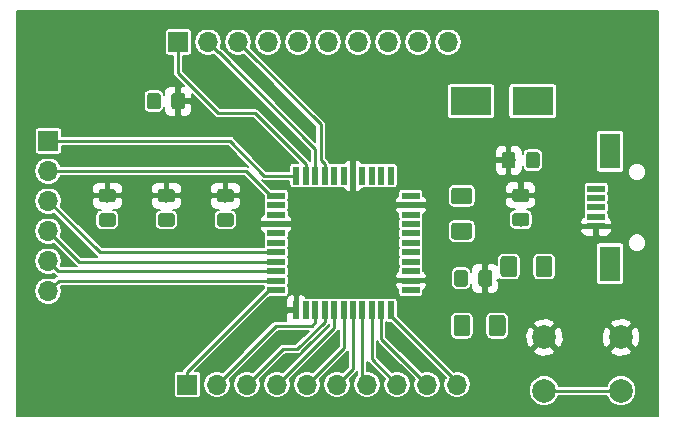
<source format=gbr>
G04 #@! TF.GenerationSoftware,KiCad,Pcbnew,5.0.2+dfsg1-1*
G04 #@! TF.CreationDate,2019-09-12T15:29:43-03:00*
G04 #@! TF.ProjectId,projeto1,70726f6a-6574-46f3-912e-6b696361645f,rev?*
G04 #@! TF.SameCoordinates,Original*
G04 #@! TF.FileFunction,Copper,L1,Top*
G04 #@! TF.FilePolarity,Positive*
%FSLAX46Y46*%
G04 Gerber Fmt 4.6, Leading zero omitted, Abs format (unit mm)*
G04 Created by KiCad (PCBNEW 5.0.2+dfsg1-1) date qui 12 set 2019 15:29:43 -03*
%MOMM*%
%LPD*%
G01*
G04 APERTURE LIST*
G04 #@! TA.AperFunction,ComponentPad*
%ADD10C,2.000000*%
G04 #@! TD*
G04 #@! TA.AperFunction,Conductor*
%ADD11C,0.100000*%
G04 #@! TD*
G04 #@! TA.AperFunction,SMDPad,CuDef*
%ADD12C,1.150000*%
G04 #@! TD*
G04 #@! TA.AperFunction,ComponentPad*
%ADD13R,1.700000X1.700000*%
G04 #@! TD*
G04 #@! TA.AperFunction,ComponentPad*
%ADD14O,1.700000X1.700000*%
G04 #@! TD*
G04 #@! TA.AperFunction,SMDPad,CuDef*
%ADD15R,1.500000X0.500000*%
G04 #@! TD*
G04 #@! TA.AperFunction,SMDPad,CuDef*
%ADD16R,1.800000X3.000000*%
G04 #@! TD*
G04 #@! TA.AperFunction,SMDPad,CuDef*
%ADD17R,3.500000X2.400000*%
G04 #@! TD*
G04 #@! TA.AperFunction,SMDPad,CuDef*
%ADD18R,0.550000X1.500000*%
G04 #@! TD*
G04 #@! TA.AperFunction,SMDPad,CuDef*
%ADD19R,1.500000X0.550000*%
G04 #@! TD*
G04 #@! TA.AperFunction,SMDPad,CuDef*
%ADD20C,1.425000*%
G04 #@! TD*
G04 #@! TA.AperFunction,Conductor*
%ADD21C,0.250000*%
G04 #@! TD*
G04 #@! TA.AperFunction,Conductor*
%ADD22C,0.200000*%
G04 #@! TD*
G04 APERTURE END LIST*
D10*
G04 #@! TO.P,SW1,2*
G04 #@! TO.N,Net-(C1-Pad1)*
X115000000Y-92500000D03*
G04 #@! TO.P,SW1,1*
G04 #@! TO.N,GND*
X115000000Y-88000000D03*
G04 #@! TO.P,SW1,2*
G04 #@! TO.N,Net-(C1-Pad1)*
X121500000Y-92500000D03*
G04 #@! TO.P,SW1,1*
G04 #@! TO.N,GND*
X121500000Y-88000000D03*
G04 #@! TD*
D11*
G04 #@! TO.N,GND*
G04 #@! TO.C,C2*
G36*
X83474505Y-75426204D02*
X83498773Y-75429804D01*
X83522572Y-75435765D01*
X83545671Y-75444030D01*
X83567850Y-75454520D01*
X83588893Y-75467132D01*
X83608599Y-75481747D01*
X83626777Y-75498223D01*
X83643253Y-75516401D01*
X83657868Y-75536107D01*
X83670480Y-75557150D01*
X83680970Y-75579329D01*
X83689235Y-75602428D01*
X83695196Y-75626227D01*
X83698796Y-75650495D01*
X83700000Y-75674999D01*
X83700000Y-76325001D01*
X83698796Y-76349505D01*
X83695196Y-76373773D01*
X83689235Y-76397572D01*
X83680970Y-76420671D01*
X83670480Y-76442850D01*
X83657868Y-76463893D01*
X83643253Y-76483599D01*
X83626777Y-76501777D01*
X83608599Y-76518253D01*
X83588893Y-76532868D01*
X83567850Y-76545480D01*
X83545671Y-76555970D01*
X83522572Y-76564235D01*
X83498773Y-76570196D01*
X83474505Y-76573796D01*
X83450001Y-76575000D01*
X82549999Y-76575000D01*
X82525495Y-76573796D01*
X82501227Y-76570196D01*
X82477428Y-76564235D01*
X82454329Y-76555970D01*
X82432150Y-76545480D01*
X82411107Y-76532868D01*
X82391401Y-76518253D01*
X82373223Y-76501777D01*
X82356747Y-76483599D01*
X82342132Y-76463893D01*
X82329520Y-76442850D01*
X82319030Y-76420671D01*
X82310765Y-76397572D01*
X82304804Y-76373773D01*
X82301204Y-76349505D01*
X82300000Y-76325001D01*
X82300000Y-75674999D01*
X82301204Y-75650495D01*
X82304804Y-75626227D01*
X82310765Y-75602428D01*
X82319030Y-75579329D01*
X82329520Y-75557150D01*
X82342132Y-75536107D01*
X82356747Y-75516401D01*
X82373223Y-75498223D01*
X82391401Y-75481747D01*
X82411107Y-75467132D01*
X82432150Y-75454520D01*
X82454329Y-75444030D01*
X82477428Y-75435765D01*
X82501227Y-75429804D01*
X82525495Y-75426204D01*
X82549999Y-75425000D01*
X83450001Y-75425000D01*
X83474505Y-75426204D01*
X83474505Y-75426204D01*
G37*
D12*
G04 #@! TD*
G04 #@! TO.P,C2,1*
G04 #@! TO.N,GND*
X83000000Y-76000000D03*
D11*
G04 #@! TO.N,Net-(C2-Pad2)*
G04 #@! TO.C,C2*
G36*
X83474505Y-77476204D02*
X83498773Y-77479804D01*
X83522572Y-77485765D01*
X83545671Y-77494030D01*
X83567850Y-77504520D01*
X83588893Y-77517132D01*
X83608599Y-77531747D01*
X83626777Y-77548223D01*
X83643253Y-77566401D01*
X83657868Y-77586107D01*
X83670480Y-77607150D01*
X83680970Y-77629329D01*
X83689235Y-77652428D01*
X83695196Y-77676227D01*
X83698796Y-77700495D01*
X83700000Y-77724999D01*
X83700000Y-78375001D01*
X83698796Y-78399505D01*
X83695196Y-78423773D01*
X83689235Y-78447572D01*
X83680970Y-78470671D01*
X83670480Y-78492850D01*
X83657868Y-78513893D01*
X83643253Y-78533599D01*
X83626777Y-78551777D01*
X83608599Y-78568253D01*
X83588893Y-78582868D01*
X83567850Y-78595480D01*
X83545671Y-78605970D01*
X83522572Y-78614235D01*
X83498773Y-78620196D01*
X83474505Y-78623796D01*
X83450001Y-78625000D01*
X82549999Y-78625000D01*
X82525495Y-78623796D01*
X82501227Y-78620196D01*
X82477428Y-78614235D01*
X82454329Y-78605970D01*
X82432150Y-78595480D01*
X82411107Y-78582868D01*
X82391401Y-78568253D01*
X82373223Y-78551777D01*
X82356747Y-78533599D01*
X82342132Y-78513893D01*
X82329520Y-78492850D01*
X82319030Y-78470671D01*
X82310765Y-78447572D01*
X82304804Y-78423773D01*
X82301204Y-78399505D01*
X82300000Y-78375001D01*
X82300000Y-77724999D01*
X82301204Y-77700495D01*
X82304804Y-77676227D01*
X82310765Y-77652428D01*
X82319030Y-77629329D01*
X82329520Y-77607150D01*
X82342132Y-77586107D01*
X82356747Y-77566401D01*
X82373223Y-77548223D01*
X82391401Y-77531747D01*
X82411107Y-77517132D01*
X82432150Y-77504520D01*
X82454329Y-77494030D01*
X82477428Y-77485765D01*
X82501227Y-77479804D01*
X82525495Y-77476204D01*
X82549999Y-77475000D01*
X83450001Y-77475000D01*
X83474505Y-77476204D01*
X83474505Y-77476204D01*
G37*
D12*
G04 #@! TD*
G04 #@! TO.P,C2,2*
G04 #@! TO.N,Net-(C2-Pad2)*
X83000000Y-78050000D03*
D11*
G04 #@! TO.N,GND*
G04 #@! TO.C,C3*
G36*
X112324505Y-72301204D02*
X112348773Y-72304804D01*
X112372572Y-72310765D01*
X112395671Y-72319030D01*
X112417850Y-72329520D01*
X112438893Y-72342132D01*
X112458599Y-72356747D01*
X112476777Y-72373223D01*
X112493253Y-72391401D01*
X112507868Y-72411107D01*
X112520480Y-72432150D01*
X112530970Y-72454329D01*
X112539235Y-72477428D01*
X112545196Y-72501227D01*
X112548796Y-72525495D01*
X112550000Y-72549999D01*
X112550000Y-73450001D01*
X112548796Y-73474505D01*
X112545196Y-73498773D01*
X112539235Y-73522572D01*
X112530970Y-73545671D01*
X112520480Y-73567850D01*
X112507868Y-73588893D01*
X112493253Y-73608599D01*
X112476777Y-73626777D01*
X112458599Y-73643253D01*
X112438893Y-73657868D01*
X112417850Y-73670480D01*
X112395671Y-73680970D01*
X112372572Y-73689235D01*
X112348773Y-73695196D01*
X112324505Y-73698796D01*
X112300001Y-73700000D01*
X111649999Y-73700000D01*
X111625495Y-73698796D01*
X111601227Y-73695196D01*
X111577428Y-73689235D01*
X111554329Y-73680970D01*
X111532150Y-73670480D01*
X111511107Y-73657868D01*
X111491401Y-73643253D01*
X111473223Y-73626777D01*
X111456747Y-73608599D01*
X111442132Y-73588893D01*
X111429520Y-73567850D01*
X111419030Y-73545671D01*
X111410765Y-73522572D01*
X111404804Y-73498773D01*
X111401204Y-73474505D01*
X111400000Y-73450001D01*
X111400000Y-72549999D01*
X111401204Y-72525495D01*
X111404804Y-72501227D01*
X111410765Y-72477428D01*
X111419030Y-72454329D01*
X111429520Y-72432150D01*
X111442132Y-72411107D01*
X111456747Y-72391401D01*
X111473223Y-72373223D01*
X111491401Y-72356747D01*
X111511107Y-72342132D01*
X111532150Y-72329520D01*
X111554329Y-72319030D01*
X111577428Y-72310765D01*
X111601227Y-72304804D01*
X111625495Y-72301204D01*
X111649999Y-72300000D01*
X112300001Y-72300000D01*
X112324505Y-72301204D01*
X112324505Y-72301204D01*
G37*
D12*
G04 #@! TD*
G04 #@! TO.P,C3,2*
G04 #@! TO.N,GND*
X111975000Y-73000000D03*
D11*
G04 #@! TO.N,Net-(C3-Pad1)*
G04 #@! TO.C,C3*
G36*
X114374505Y-72301204D02*
X114398773Y-72304804D01*
X114422572Y-72310765D01*
X114445671Y-72319030D01*
X114467850Y-72329520D01*
X114488893Y-72342132D01*
X114508599Y-72356747D01*
X114526777Y-72373223D01*
X114543253Y-72391401D01*
X114557868Y-72411107D01*
X114570480Y-72432150D01*
X114580970Y-72454329D01*
X114589235Y-72477428D01*
X114595196Y-72501227D01*
X114598796Y-72525495D01*
X114600000Y-72549999D01*
X114600000Y-73450001D01*
X114598796Y-73474505D01*
X114595196Y-73498773D01*
X114589235Y-73522572D01*
X114580970Y-73545671D01*
X114570480Y-73567850D01*
X114557868Y-73588893D01*
X114543253Y-73608599D01*
X114526777Y-73626777D01*
X114508599Y-73643253D01*
X114488893Y-73657868D01*
X114467850Y-73670480D01*
X114445671Y-73680970D01*
X114422572Y-73689235D01*
X114398773Y-73695196D01*
X114374505Y-73698796D01*
X114350001Y-73700000D01*
X113699999Y-73700000D01*
X113675495Y-73698796D01*
X113651227Y-73695196D01*
X113627428Y-73689235D01*
X113604329Y-73680970D01*
X113582150Y-73670480D01*
X113561107Y-73657868D01*
X113541401Y-73643253D01*
X113523223Y-73626777D01*
X113506747Y-73608599D01*
X113492132Y-73588893D01*
X113479520Y-73567850D01*
X113469030Y-73545671D01*
X113460765Y-73522572D01*
X113454804Y-73498773D01*
X113451204Y-73474505D01*
X113450000Y-73450001D01*
X113450000Y-72549999D01*
X113451204Y-72525495D01*
X113454804Y-72501227D01*
X113460765Y-72477428D01*
X113469030Y-72454329D01*
X113479520Y-72432150D01*
X113492132Y-72411107D01*
X113506747Y-72391401D01*
X113523223Y-72373223D01*
X113541401Y-72356747D01*
X113561107Y-72342132D01*
X113582150Y-72329520D01*
X113604329Y-72319030D01*
X113627428Y-72310765D01*
X113651227Y-72304804D01*
X113675495Y-72301204D01*
X113699999Y-72300000D01*
X114350001Y-72300000D01*
X114374505Y-72301204D01*
X114374505Y-72301204D01*
G37*
D12*
G04 #@! TD*
G04 #@! TO.P,C3,1*
G04 #@! TO.N,Net-(C3-Pad1)*
X114025000Y-73000000D03*
D11*
G04 #@! TO.N,Net-(C4-Pad1)*
G04 #@! TO.C,C4*
G36*
X82299505Y-67301204D02*
X82323773Y-67304804D01*
X82347572Y-67310765D01*
X82370671Y-67319030D01*
X82392850Y-67329520D01*
X82413893Y-67342132D01*
X82433599Y-67356747D01*
X82451777Y-67373223D01*
X82468253Y-67391401D01*
X82482868Y-67411107D01*
X82495480Y-67432150D01*
X82505970Y-67454329D01*
X82514235Y-67477428D01*
X82520196Y-67501227D01*
X82523796Y-67525495D01*
X82525000Y-67549999D01*
X82525000Y-68450001D01*
X82523796Y-68474505D01*
X82520196Y-68498773D01*
X82514235Y-68522572D01*
X82505970Y-68545671D01*
X82495480Y-68567850D01*
X82482868Y-68588893D01*
X82468253Y-68608599D01*
X82451777Y-68626777D01*
X82433599Y-68643253D01*
X82413893Y-68657868D01*
X82392850Y-68670480D01*
X82370671Y-68680970D01*
X82347572Y-68689235D01*
X82323773Y-68695196D01*
X82299505Y-68698796D01*
X82275001Y-68700000D01*
X81624999Y-68700000D01*
X81600495Y-68698796D01*
X81576227Y-68695196D01*
X81552428Y-68689235D01*
X81529329Y-68680970D01*
X81507150Y-68670480D01*
X81486107Y-68657868D01*
X81466401Y-68643253D01*
X81448223Y-68626777D01*
X81431747Y-68608599D01*
X81417132Y-68588893D01*
X81404520Y-68567850D01*
X81394030Y-68545671D01*
X81385765Y-68522572D01*
X81379804Y-68498773D01*
X81376204Y-68474505D01*
X81375000Y-68450001D01*
X81375000Y-67549999D01*
X81376204Y-67525495D01*
X81379804Y-67501227D01*
X81385765Y-67477428D01*
X81394030Y-67454329D01*
X81404520Y-67432150D01*
X81417132Y-67411107D01*
X81431747Y-67391401D01*
X81448223Y-67373223D01*
X81466401Y-67356747D01*
X81486107Y-67342132D01*
X81507150Y-67329520D01*
X81529329Y-67319030D01*
X81552428Y-67310765D01*
X81576227Y-67304804D01*
X81600495Y-67301204D01*
X81624999Y-67300000D01*
X82275001Y-67300000D01*
X82299505Y-67301204D01*
X82299505Y-67301204D01*
G37*
D12*
G04 #@! TD*
G04 #@! TO.P,C4,1*
G04 #@! TO.N,Net-(C4-Pad1)*
X81950000Y-68000000D03*
D11*
G04 #@! TO.N,GND*
G04 #@! TO.C,C4*
G36*
X84349505Y-67301204D02*
X84373773Y-67304804D01*
X84397572Y-67310765D01*
X84420671Y-67319030D01*
X84442850Y-67329520D01*
X84463893Y-67342132D01*
X84483599Y-67356747D01*
X84501777Y-67373223D01*
X84518253Y-67391401D01*
X84532868Y-67411107D01*
X84545480Y-67432150D01*
X84555970Y-67454329D01*
X84564235Y-67477428D01*
X84570196Y-67501227D01*
X84573796Y-67525495D01*
X84575000Y-67549999D01*
X84575000Y-68450001D01*
X84573796Y-68474505D01*
X84570196Y-68498773D01*
X84564235Y-68522572D01*
X84555970Y-68545671D01*
X84545480Y-68567850D01*
X84532868Y-68588893D01*
X84518253Y-68608599D01*
X84501777Y-68626777D01*
X84483599Y-68643253D01*
X84463893Y-68657868D01*
X84442850Y-68670480D01*
X84420671Y-68680970D01*
X84397572Y-68689235D01*
X84373773Y-68695196D01*
X84349505Y-68698796D01*
X84325001Y-68700000D01*
X83674999Y-68700000D01*
X83650495Y-68698796D01*
X83626227Y-68695196D01*
X83602428Y-68689235D01*
X83579329Y-68680970D01*
X83557150Y-68670480D01*
X83536107Y-68657868D01*
X83516401Y-68643253D01*
X83498223Y-68626777D01*
X83481747Y-68608599D01*
X83467132Y-68588893D01*
X83454520Y-68567850D01*
X83444030Y-68545671D01*
X83435765Y-68522572D01*
X83429804Y-68498773D01*
X83426204Y-68474505D01*
X83425000Y-68450001D01*
X83425000Y-67549999D01*
X83426204Y-67525495D01*
X83429804Y-67501227D01*
X83435765Y-67477428D01*
X83444030Y-67454329D01*
X83454520Y-67432150D01*
X83467132Y-67411107D01*
X83481747Y-67391401D01*
X83498223Y-67373223D01*
X83516401Y-67356747D01*
X83536107Y-67342132D01*
X83557150Y-67329520D01*
X83579329Y-67319030D01*
X83602428Y-67310765D01*
X83626227Y-67304804D01*
X83650495Y-67301204D01*
X83674999Y-67300000D01*
X84325001Y-67300000D01*
X84349505Y-67301204D01*
X84349505Y-67301204D01*
G37*
D12*
G04 #@! TD*
G04 #@! TO.P,C4,2*
G04 #@! TO.N,GND*
X84000000Y-68000000D03*
D11*
G04 #@! TO.N,GND*
G04 #@! TO.C,C5*
G36*
X88474505Y-75426204D02*
X88498773Y-75429804D01*
X88522572Y-75435765D01*
X88545671Y-75444030D01*
X88567850Y-75454520D01*
X88588893Y-75467132D01*
X88608599Y-75481747D01*
X88626777Y-75498223D01*
X88643253Y-75516401D01*
X88657868Y-75536107D01*
X88670480Y-75557150D01*
X88680970Y-75579329D01*
X88689235Y-75602428D01*
X88695196Y-75626227D01*
X88698796Y-75650495D01*
X88700000Y-75674999D01*
X88700000Y-76325001D01*
X88698796Y-76349505D01*
X88695196Y-76373773D01*
X88689235Y-76397572D01*
X88680970Y-76420671D01*
X88670480Y-76442850D01*
X88657868Y-76463893D01*
X88643253Y-76483599D01*
X88626777Y-76501777D01*
X88608599Y-76518253D01*
X88588893Y-76532868D01*
X88567850Y-76545480D01*
X88545671Y-76555970D01*
X88522572Y-76564235D01*
X88498773Y-76570196D01*
X88474505Y-76573796D01*
X88450001Y-76575000D01*
X87549999Y-76575000D01*
X87525495Y-76573796D01*
X87501227Y-76570196D01*
X87477428Y-76564235D01*
X87454329Y-76555970D01*
X87432150Y-76545480D01*
X87411107Y-76532868D01*
X87391401Y-76518253D01*
X87373223Y-76501777D01*
X87356747Y-76483599D01*
X87342132Y-76463893D01*
X87329520Y-76442850D01*
X87319030Y-76420671D01*
X87310765Y-76397572D01*
X87304804Y-76373773D01*
X87301204Y-76349505D01*
X87300000Y-76325001D01*
X87300000Y-75674999D01*
X87301204Y-75650495D01*
X87304804Y-75626227D01*
X87310765Y-75602428D01*
X87319030Y-75579329D01*
X87329520Y-75557150D01*
X87342132Y-75536107D01*
X87356747Y-75516401D01*
X87373223Y-75498223D01*
X87391401Y-75481747D01*
X87411107Y-75467132D01*
X87432150Y-75454520D01*
X87454329Y-75444030D01*
X87477428Y-75435765D01*
X87501227Y-75429804D01*
X87525495Y-75426204D01*
X87549999Y-75425000D01*
X88450001Y-75425000D01*
X88474505Y-75426204D01*
X88474505Y-75426204D01*
G37*
D12*
G04 #@! TD*
G04 #@! TO.P,C5,2*
G04 #@! TO.N,GND*
X88000000Y-76000000D03*
D11*
G04 #@! TO.N,+5V*
G04 #@! TO.C,C5*
G36*
X88474505Y-77476204D02*
X88498773Y-77479804D01*
X88522572Y-77485765D01*
X88545671Y-77494030D01*
X88567850Y-77504520D01*
X88588893Y-77517132D01*
X88608599Y-77531747D01*
X88626777Y-77548223D01*
X88643253Y-77566401D01*
X88657868Y-77586107D01*
X88670480Y-77607150D01*
X88680970Y-77629329D01*
X88689235Y-77652428D01*
X88695196Y-77676227D01*
X88698796Y-77700495D01*
X88700000Y-77724999D01*
X88700000Y-78375001D01*
X88698796Y-78399505D01*
X88695196Y-78423773D01*
X88689235Y-78447572D01*
X88680970Y-78470671D01*
X88670480Y-78492850D01*
X88657868Y-78513893D01*
X88643253Y-78533599D01*
X88626777Y-78551777D01*
X88608599Y-78568253D01*
X88588893Y-78582868D01*
X88567850Y-78595480D01*
X88545671Y-78605970D01*
X88522572Y-78614235D01*
X88498773Y-78620196D01*
X88474505Y-78623796D01*
X88450001Y-78625000D01*
X87549999Y-78625000D01*
X87525495Y-78623796D01*
X87501227Y-78620196D01*
X87477428Y-78614235D01*
X87454329Y-78605970D01*
X87432150Y-78595480D01*
X87411107Y-78582868D01*
X87391401Y-78568253D01*
X87373223Y-78551777D01*
X87356747Y-78533599D01*
X87342132Y-78513893D01*
X87329520Y-78492850D01*
X87319030Y-78470671D01*
X87310765Y-78447572D01*
X87304804Y-78423773D01*
X87301204Y-78399505D01*
X87300000Y-78375001D01*
X87300000Y-77724999D01*
X87301204Y-77700495D01*
X87304804Y-77676227D01*
X87310765Y-77652428D01*
X87319030Y-77629329D01*
X87329520Y-77607150D01*
X87342132Y-77586107D01*
X87356747Y-77566401D01*
X87373223Y-77548223D01*
X87391401Y-77531747D01*
X87411107Y-77517132D01*
X87432150Y-77504520D01*
X87454329Y-77494030D01*
X87477428Y-77485765D01*
X87501227Y-77479804D01*
X87525495Y-77476204D01*
X87549999Y-77475000D01*
X88450001Y-77475000D01*
X88474505Y-77476204D01*
X88474505Y-77476204D01*
G37*
D12*
G04 #@! TD*
G04 #@! TO.P,C5,1*
G04 #@! TO.N,+5V*
X88000000Y-78050000D03*
D11*
G04 #@! TO.N,+5V*
G04 #@! TO.C,C6*
G36*
X78474505Y-77476204D02*
X78498773Y-77479804D01*
X78522572Y-77485765D01*
X78545671Y-77494030D01*
X78567850Y-77504520D01*
X78588893Y-77517132D01*
X78608599Y-77531747D01*
X78626777Y-77548223D01*
X78643253Y-77566401D01*
X78657868Y-77586107D01*
X78670480Y-77607150D01*
X78680970Y-77629329D01*
X78689235Y-77652428D01*
X78695196Y-77676227D01*
X78698796Y-77700495D01*
X78700000Y-77724999D01*
X78700000Y-78375001D01*
X78698796Y-78399505D01*
X78695196Y-78423773D01*
X78689235Y-78447572D01*
X78680970Y-78470671D01*
X78670480Y-78492850D01*
X78657868Y-78513893D01*
X78643253Y-78533599D01*
X78626777Y-78551777D01*
X78608599Y-78568253D01*
X78588893Y-78582868D01*
X78567850Y-78595480D01*
X78545671Y-78605970D01*
X78522572Y-78614235D01*
X78498773Y-78620196D01*
X78474505Y-78623796D01*
X78450001Y-78625000D01*
X77549999Y-78625000D01*
X77525495Y-78623796D01*
X77501227Y-78620196D01*
X77477428Y-78614235D01*
X77454329Y-78605970D01*
X77432150Y-78595480D01*
X77411107Y-78582868D01*
X77391401Y-78568253D01*
X77373223Y-78551777D01*
X77356747Y-78533599D01*
X77342132Y-78513893D01*
X77329520Y-78492850D01*
X77319030Y-78470671D01*
X77310765Y-78447572D01*
X77304804Y-78423773D01*
X77301204Y-78399505D01*
X77300000Y-78375001D01*
X77300000Y-77724999D01*
X77301204Y-77700495D01*
X77304804Y-77676227D01*
X77310765Y-77652428D01*
X77319030Y-77629329D01*
X77329520Y-77607150D01*
X77342132Y-77586107D01*
X77356747Y-77566401D01*
X77373223Y-77548223D01*
X77391401Y-77531747D01*
X77411107Y-77517132D01*
X77432150Y-77504520D01*
X77454329Y-77494030D01*
X77477428Y-77485765D01*
X77501227Y-77479804D01*
X77525495Y-77476204D01*
X77549999Y-77475000D01*
X78450001Y-77475000D01*
X78474505Y-77476204D01*
X78474505Y-77476204D01*
G37*
D12*
G04 #@! TD*
G04 #@! TO.P,C6,1*
G04 #@! TO.N,+5V*
X78000000Y-78050000D03*
D11*
G04 #@! TO.N,GND*
G04 #@! TO.C,C6*
G36*
X78474505Y-75426204D02*
X78498773Y-75429804D01*
X78522572Y-75435765D01*
X78545671Y-75444030D01*
X78567850Y-75454520D01*
X78588893Y-75467132D01*
X78608599Y-75481747D01*
X78626777Y-75498223D01*
X78643253Y-75516401D01*
X78657868Y-75536107D01*
X78670480Y-75557150D01*
X78680970Y-75579329D01*
X78689235Y-75602428D01*
X78695196Y-75626227D01*
X78698796Y-75650495D01*
X78700000Y-75674999D01*
X78700000Y-76325001D01*
X78698796Y-76349505D01*
X78695196Y-76373773D01*
X78689235Y-76397572D01*
X78680970Y-76420671D01*
X78670480Y-76442850D01*
X78657868Y-76463893D01*
X78643253Y-76483599D01*
X78626777Y-76501777D01*
X78608599Y-76518253D01*
X78588893Y-76532868D01*
X78567850Y-76545480D01*
X78545671Y-76555970D01*
X78522572Y-76564235D01*
X78498773Y-76570196D01*
X78474505Y-76573796D01*
X78450001Y-76575000D01*
X77549999Y-76575000D01*
X77525495Y-76573796D01*
X77501227Y-76570196D01*
X77477428Y-76564235D01*
X77454329Y-76555970D01*
X77432150Y-76545480D01*
X77411107Y-76532868D01*
X77391401Y-76518253D01*
X77373223Y-76501777D01*
X77356747Y-76483599D01*
X77342132Y-76463893D01*
X77329520Y-76442850D01*
X77319030Y-76420671D01*
X77310765Y-76397572D01*
X77304804Y-76373773D01*
X77301204Y-76349505D01*
X77300000Y-76325001D01*
X77300000Y-75674999D01*
X77301204Y-75650495D01*
X77304804Y-75626227D01*
X77310765Y-75602428D01*
X77319030Y-75579329D01*
X77329520Y-75557150D01*
X77342132Y-75536107D01*
X77356747Y-75516401D01*
X77373223Y-75498223D01*
X77391401Y-75481747D01*
X77411107Y-75467132D01*
X77432150Y-75454520D01*
X77454329Y-75444030D01*
X77477428Y-75435765D01*
X77501227Y-75429804D01*
X77525495Y-75426204D01*
X77549999Y-75425000D01*
X78450001Y-75425000D01*
X78474505Y-75426204D01*
X78474505Y-75426204D01*
G37*
D12*
G04 #@! TD*
G04 #@! TO.P,C6,2*
G04 #@! TO.N,GND*
X78000000Y-76000000D03*
D11*
G04 #@! TO.N,GND*
G04 #@! TO.C,C7*
G36*
X113474505Y-75401204D02*
X113498773Y-75404804D01*
X113522572Y-75410765D01*
X113545671Y-75419030D01*
X113567850Y-75429520D01*
X113588893Y-75442132D01*
X113608599Y-75456747D01*
X113626777Y-75473223D01*
X113643253Y-75491401D01*
X113657868Y-75511107D01*
X113670480Y-75532150D01*
X113680970Y-75554329D01*
X113689235Y-75577428D01*
X113695196Y-75601227D01*
X113698796Y-75625495D01*
X113700000Y-75649999D01*
X113700000Y-76300001D01*
X113698796Y-76324505D01*
X113695196Y-76348773D01*
X113689235Y-76372572D01*
X113680970Y-76395671D01*
X113670480Y-76417850D01*
X113657868Y-76438893D01*
X113643253Y-76458599D01*
X113626777Y-76476777D01*
X113608599Y-76493253D01*
X113588893Y-76507868D01*
X113567850Y-76520480D01*
X113545671Y-76530970D01*
X113522572Y-76539235D01*
X113498773Y-76545196D01*
X113474505Y-76548796D01*
X113450001Y-76550000D01*
X112549999Y-76550000D01*
X112525495Y-76548796D01*
X112501227Y-76545196D01*
X112477428Y-76539235D01*
X112454329Y-76530970D01*
X112432150Y-76520480D01*
X112411107Y-76507868D01*
X112391401Y-76493253D01*
X112373223Y-76476777D01*
X112356747Y-76458599D01*
X112342132Y-76438893D01*
X112329520Y-76417850D01*
X112319030Y-76395671D01*
X112310765Y-76372572D01*
X112304804Y-76348773D01*
X112301204Y-76324505D01*
X112300000Y-76300001D01*
X112300000Y-75649999D01*
X112301204Y-75625495D01*
X112304804Y-75601227D01*
X112310765Y-75577428D01*
X112319030Y-75554329D01*
X112329520Y-75532150D01*
X112342132Y-75511107D01*
X112356747Y-75491401D01*
X112373223Y-75473223D01*
X112391401Y-75456747D01*
X112411107Y-75442132D01*
X112432150Y-75429520D01*
X112454329Y-75419030D01*
X112477428Y-75410765D01*
X112501227Y-75404804D01*
X112525495Y-75401204D01*
X112549999Y-75400000D01*
X113450001Y-75400000D01*
X113474505Y-75401204D01*
X113474505Y-75401204D01*
G37*
D12*
G04 #@! TD*
G04 #@! TO.P,C7,2*
G04 #@! TO.N,GND*
X113000000Y-75975000D03*
D11*
G04 #@! TO.N,+5V*
G04 #@! TO.C,C7*
G36*
X113474505Y-77451204D02*
X113498773Y-77454804D01*
X113522572Y-77460765D01*
X113545671Y-77469030D01*
X113567850Y-77479520D01*
X113588893Y-77492132D01*
X113608599Y-77506747D01*
X113626777Y-77523223D01*
X113643253Y-77541401D01*
X113657868Y-77561107D01*
X113670480Y-77582150D01*
X113680970Y-77604329D01*
X113689235Y-77627428D01*
X113695196Y-77651227D01*
X113698796Y-77675495D01*
X113700000Y-77699999D01*
X113700000Y-78350001D01*
X113698796Y-78374505D01*
X113695196Y-78398773D01*
X113689235Y-78422572D01*
X113680970Y-78445671D01*
X113670480Y-78467850D01*
X113657868Y-78488893D01*
X113643253Y-78508599D01*
X113626777Y-78526777D01*
X113608599Y-78543253D01*
X113588893Y-78557868D01*
X113567850Y-78570480D01*
X113545671Y-78580970D01*
X113522572Y-78589235D01*
X113498773Y-78595196D01*
X113474505Y-78598796D01*
X113450001Y-78600000D01*
X112549999Y-78600000D01*
X112525495Y-78598796D01*
X112501227Y-78595196D01*
X112477428Y-78589235D01*
X112454329Y-78580970D01*
X112432150Y-78570480D01*
X112411107Y-78557868D01*
X112391401Y-78543253D01*
X112373223Y-78526777D01*
X112356747Y-78508599D01*
X112342132Y-78488893D01*
X112329520Y-78467850D01*
X112319030Y-78445671D01*
X112310765Y-78422572D01*
X112304804Y-78398773D01*
X112301204Y-78374505D01*
X112300000Y-78350001D01*
X112300000Y-77699999D01*
X112301204Y-77675495D01*
X112304804Y-77651227D01*
X112310765Y-77627428D01*
X112319030Y-77604329D01*
X112329520Y-77582150D01*
X112342132Y-77561107D01*
X112356747Y-77541401D01*
X112373223Y-77523223D01*
X112391401Y-77506747D01*
X112411107Y-77492132D01*
X112432150Y-77479520D01*
X112454329Y-77469030D01*
X112477428Y-77460765D01*
X112501227Y-77454804D01*
X112525495Y-77451204D01*
X112549999Y-77450000D01*
X113450001Y-77450000D01*
X113474505Y-77451204D01*
X113474505Y-77451204D01*
G37*
D12*
G04 #@! TD*
G04 #@! TO.P,C7,1*
G04 #@! TO.N,+5V*
X113000000Y-78025000D03*
D11*
G04 #@! TO.N,Net-(C1-Pad1)*
G04 #@! TO.C,C1*
G36*
X108299505Y-82301204D02*
X108323773Y-82304804D01*
X108347572Y-82310765D01*
X108370671Y-82319030D01*
X108392850Y-82329520D01*
X108413893Y-82342132D01*
X108433599Y-82356747D01*
X108451777Y-82373223D01*
X108468253Y-82391401D01*
X108482868Y-82411107D01*
X108495480Y-82432150D01*
X108505970Y-82454329D01*
X108514235Y-82477428D01*
X108520196Y-82501227D01*
X108523796Y-82525495D01*
X108525000Y-82549999D01*
X108525000Y-83450001D01*
X108523796Y-83474505D01*
X108520196Y-83498773D01*
X108514235Y-83522572D01*
X108505970Y-83545671D01*
X108495480Y-83567850D01*
X108482868Y-83588893D01*
X108468253Y-83608599D01*
X108451777Y-83626777D01*
X108433599Y-83643253D01*
X108413893Y-83657868D01*
X108392850Y-83670480D01*
X108370671Y-83680970D01*
X108347572Y-83689235D01*
X108323773Y-83695196D01*
X108299505Y-83698796D01*
X108275001Y-83700000D01*
X107624999Y-83700000D01*
X107600495Y-83698796D01*
X107576227Y-83695196D01*
X107552428Y-83689235D01*
X107529329Y-83680970D01*
X107507150Y-83670480D01*
X107486107Y-83657868D01*
X107466401Y-83643253D01*
X107448223Y-83626777D01*
X107431747Y-83608599D01*
X107417132Y-83588893D01*
X107404520Y-83567850D01*
X107394030Y-83545671D01*
X107385765Y-83522572D01*
X107379804Y-83498773D01*
X107376204Y-83474505D01*
X107375000Y-83450001D01*
X107375000Y-82549999D01*
X107376204Y-82525495D01*
X107379804Y-82501227D01*
X107385765Y-82477428D01*
X107394030Y-82454329D01*
X107404520Y-82432150D01*
X107417132Y-82411107D01*
X107431747Y-82391401D01*
X107448223Y-82373223D01*
X107466401Y-82356747D01*
X107486107Y-82342132D01*
X107507150Y-82329520D01*
X107529329Y-82319030D01*
X107552428Y-82310765D01*
X107576227Y-82304804D01*
X107600495Y-82301204D01*
X107624999Y-82300000D01*
X108275001Y-82300000D01*
X108299505Y-82301204D01*
X108299505Y-82301204D01*
G37*
D12*
G04 #@! TD*
G04 #@! TO.P,C1,1*
G04 #@! TO.N,Net-(C1-Pad1)*
X107950000Y-83000000D03*
D11*
G04 #@! TO.N,GND*
G04 #@! TO.C,C1*
G36*
X110349505Y-82301204D02*
X110373773Y-82304804D01*
X110397572Y-82310765D01*
X110420671Y-82319030D01*
X110442850Y-82329520D01*
X110463893Y-82342132D01*
X110483599Y-82356747D01*
X110501777Y-82373223D01*
X110518253Y-82391401D01*
X110532868Y-82411107D01*
X110545480Y-82432150D01*
X110555970Y-82454329D01*
X110564235Y-82477428D01*
X110570196Y-82501227D01*
X110573796Y-82525495D01*
X110575000Y-82549999D01*
X110575000Y-83450001D01*
X110573796Y-83474505D01*
X110570196Y-83498773D01*
X110564235Y-83522572D01*
X110555970Y-83545671D01*
X110545480Y-83567850D01*
X110532868Y-83588893D01*
X110518253Y-83608599D01*
X110501777Y-83626777D01*
X110483599Y-83643253D01*
X110463893Y-83657868D01*
X110442850Y-83670480D01*
X110420671Y-83680970D01*
X110397572Y-83689235D01*
X110373773Y-83695196D01*
X110349505Y-83698796D01*
X110325001Y-83700000D01*
X109674999Y-83700000D01*
X109650495Y-83698796D01*
X109626227Y-83695196D01*
X109602428Y-83689235D01*
X109579329Y-83680970D01*
X109557150Y-83670480D01*
X109536107Y-83657868D01*
X109516401Y-83643253D01*
X109498223Y-83626777D01*
X109481747Y-83608599D01*
X109467132Y-83588893D01*
X109454520Y-83567850D01*
X109444030Y-83545671D01*
X109435765Y-83522572D01*
X109429804Y-83498773D01*
X109426204Y-83474505D01*
X109425000Y-83450001D01*
X109425000Y-82549999D01*
X109426204Y-82525495D01*
X109429804Y-82501227D01*
X109435765Y-82477428D01*
X109444030Y-82454329D01*
X109454520Y-82432150D01*
X109467132Y-82411107D01*
X109481747Y-82391401D01*
X109498223Y-82373223D01*
X109516401Y-82356747D01*
X109536107Y-82342132D01*
X109557150Y-82329520D01*
X109579329Y-82319030D01*
X109602428Y-82310765D01*
X109626227Y-82304804D01*
X109650495Y-82301204D01*
X109674999Y-82300000D01*
X110325001Y-82300000D01*
X110349505Y-82301204D01*
X110349505Y-82301204D01*
G37*
D12*
G04 #@! TD*
G04 #@! TO.P,C1,2*
G04 #@! TO.N,GND*
X110000000Y-83000000D03*
D13*
G04 #@! TO.P,J4,1*
G04 #@! TO.N,Pino11*
X73000000Y-71380000D03*
D14*
G04 #@! TO.P,J4,2*
G04 #@! TO.N,Pino12*
X73000000Y-73920000D03*
G04 #@! TO.P,J4,3*
G04 #@! TO.N,Pino18*
X73000000Y-76460000D03*
G04 #@! TO.P,J4,4*
G04 #@! TO.N,Pino19*
X73000000Y-79000000D03*
G04 #@! TO.P,J4,5*
G04 #@! TO.N,Pino20*
X73000000Y-81540000D03*
G04 #@! TO.P,J4,6*
G04 #@! TO.N,Pino21*
X73000000Y-84080000D03*
G04 #@! TD*
G04 #@! TO.P,J3,10*
G04 #@! TO.N,Pino33*
X107620000Y-92000000D03*
G04 #@! TO.P,J3,9*
G04 #@! TO.N,Pino32*
X105080000Y-92000000D03*
G04 #@! TO.P,J3,8*
G04 #@! TO.N,Pino31*
X102540000Y-92000000D03*
G04 #@! TO.P,J3,7*
G04 #@! TO.N,Pino30*
X100000000Y-92000000D03*
G04 #@! TO.P,J3,6*
G04 #@! TO.N,Pino29*
X97460000Y-92000000D03*
G04 #@! TO.P,J3,5*
G04 #@! TO.N,Pino28*
X94920000Y-92000000D03*
G04 #@! TO.P,J3,4*
G04 #@! TO.N,Pino27*
X92380000Y-92000000D03*
G04 #@! TO.P,J3,3*
G04 #@! TO.N,Pino26*
X89840000Y-92000000D03*
G04 #@! TO.P,J3,2*
G04 #@! TO.N,Pino25*
X87300000Y-92000000D03*
D13*
G04 #@! TO.P,J3,1*
G04 #@! TO.N,Pino22*
X84760000Y-92000000D03*
G04 #@! TD*
G04 #@! TO.P,J2,1*
G04 #@! TO.N,Pino10*
X84000000Y-63000000D03*
D14*
G04 #@! TO.P,J2,2*
G04 #@! TO.N,Pino9*
X86540000Y-63000000D03*
G04 #@! TO.P,J2,3*
G04 #@! TO.N,Pino8*
X89080000Y-63000000D03*
G04 #@! TO.P,J2,4*
G04 #@! TO.N,Pino41*
X91620000Y-63000000D03*
G04 #@! TO.P,J2,5*
G04 #@! TO.N,Pino40*
X94160000Y-63000000D03*
G04 #@! TO.P,J2,6*
G04 #@! TO.N,Pino39*
X96700000Y-63000000D03*
G04 #@! TO.P,J2,7*
G04 #@! TO.N,Pino38*
X99240000Y-63000000D03*
G04 #@! TO.P,J2,8*
G04 #@! TO.N,Pino37*
X101780000Y-63000000D03*
G04 #@! TO.P,J2,9*
G04 #@! TO.N,Pino36*
X104320000Y-63000000D03*
G04 #@! TO.P,J2,10*
G04 #@! TO.N,Pino1*
X106860000Y-63000000D03*
G04 #@! TD*
D15*
G04 #@! TO.P,J1,5*
G04 #@! TO.N,GND*
X119400000Y-78600000D03*
G04 #@! TO.P,J1,4*
G04 #@! TO.N,Net-(J1-Pad4)*
X119400000Y-77800000D03*
G04 #@! TO.P,J1,3*
G04 #@! TO.N,Net-(J1-Pad3)*
X119400000Y-77000000D03*
G04 #@! TO.P,J1,2*
G04 #@! TO.N,Net-(J1-Pad2)*
X119400000Y-76200000D03*
G04 #@! TO.P,J1,1*
G04 #@! TO.N,+5V*
X119400000Y-75400000D03*
D16*
G04 #@! TO.P,J1,6*
G04 #@! TO.N,Net-(J1-Pad6)*
X120550000Y-81750000D03*
X120550000Y-72250000D03*
G04 #@! TD*
D17*
G04 #@! TO.P,Y1,1*
G04 #@! TO.N,Net-(C2-Pad2)*
X108800000Y-68000000D03*
G04 #@! TO.P,Y1,2*
G04 #@! TO.N,Net-(C3-Pad1)*
X114000000Y-68000000D03*
G04 #@! TD*
D18*
G04 #@! TO.P,U1,1*
G04 #@! TO.N,Pino1*
X102000000Y-74300000D03*
G04 #@! TO.P,U1,2*
G04 #@! TO.N,+5V*
X101200000Y-74300000D03*
G04 #@! TO.P,U1,3*
G04 #@! TO.N,Net-(R2-Pad1)*
X100400000Y-74300000D03*
G04 #@! TO.P,U1,4*
G04 #@! TO.N,Net-(R1-Pad1)*
X99600000Y-74300000D03*
G04 #@! TO.P,U1,5*
G04 #@! TO.N,GND*
X98800000Y-74300000D03*
G04 #@! TO.P,U1,6*
G04 #@! TO.N,Net-(C4-Pad1)*
X98000000Y-74300000D03*
G04 #@! TO.P,U1,7*
G04 #@! TO.N,+5V*
X97200000Y-74300000D03*
G04 #@! TO.P,U1,8*
G04 #@! TO.N,Pino8*
X96400000Y-74300000D03*
G04 #@! TO.P,U1,9*
G04 #@! TO.N,Pino9*
X95600000Y-74300000D03*
G04 #@! TO.P,U1,10*
G04 #@! TO.N,Pino10*
X94800000Y-74300000D03*
G04 #@! TO.P,U1,11*
G04 #@! TO.N,Pino11*
X94000000Y-74300000D03*
D19*
G04 #@! TO.P,U1,12*
G04 #@! TO.N,Pino12*
X92300000Y-76000000D03*
G04 #@! TO.P,U1,13*
G04 #@! TO.N,Net-(C1-Pad1)*
X92300000Y-76800000D03*
G04 #@! TO.P,U1,14*
G04 #@! TO.N,+5V*
X92300000Y-77600000D03*
G04 #@! TO.P,U1,15*
G04 #@! TO.N,GND*
X92300000Y-78400000D03*
G04 #@! TO.P,U1,16*
G04 #@! TO.N,Net-(C3-Pad1)*
X92300000Y-79200000D03*
G04 #@! TO.P,U1,17*
G04 #@! TO.N,Net-(C2-Pad2)*
X92300000Y-80000000D03*
G04 #@! TO.P,U1,18*
G04 #@! TO.N,Pino18*
X92300000Y-80800000D03*
G04 #@! TO.P,U1,19*
G04 #@! TO.N,Pino19*
X92300000Y-81600000D03*
G04 #@! TO.P,U1,20*
G04 #@! TO.N,Pino20*
X92300000Y-82400000D03*
G04 #@! TO.P,U1,21*
G04 #@! TO.N,Pino21*
X92300000Y-83200000D03*
G04 #@! TO.P,U1,22*
G04 #@! TO.N,Pino22*
X92300000Y-84000000D03*
D18*
G04 #@! TO.P,U1,23*
G04 #@! TO.N,GND*
X94000000Y-85700000D03*
G04 #@! TO.P,U1,24*
G04 #@! TO.N,+5V*
X94800000Y-85700000D03*
G04 #@! TO.P,U1,25*
G04 #@! TO.N,Pino25*
X95600000Y-85700000D03*
G04 #@! TO.P,U1,26*
G04 #@! TO.N,Pino26*
X96400000Y-85700000D03*
G04 #@! TO.P,U1,27*
G04 #@! TO.N,Pino27*
X97200000Y-85700000D03*
G04 #@! TO.P,U1,28*
G04 #@! TO.N,Pino28*
X98000000Y-85700000D03*
G04 #@! TO.P,U1,29*
G04 #@! TO.N,Pino29*
X98800000Y-85700000D03*
G04 #@! TO.P,U1,30*
G04 #@! TO.N,Pino30*
X99600000Y-85700000D03*
G04 #@! TO.P,U1,31*
G04 #@! TO.N,Pino31*
X100400000Y-85700000D03*
G04 #@! TO.P,U1,32*
G04 #@! TO.N,Pino32*
X101200000Y-85700000D03*
G04 #@! TO.P,U1,33*
G04 #@! TO.N,Pino33*
X102000000Y-85700000D03*
D19*
G04 #@! TO.P,U1,34*
G04 #@! TO.N,+5V*
X103700000Y-84000000D03*
G04 #@! TO.P,U1,35*
G04 #@! TO.N,GND*
X103700000Y-83200000D03*
G04 #@! TO.P,U1,36*
G04 #@! TO.N,Pino36*
X103700000Y-82400000D03*
G04 #@! TO.P,U1,37*
G04 #@! TO.N,Pino37*
X103700000Y-81600000D03*
G04 #@! TO.P,U1,38*
G04 #@! TO.N,Pino38*
X103700000Y-80800000D03*
G04 #@! TO.P,U1,39*
G04 #@! TO.N,Pino39*
X103700000Y-80000000D03*
G04 #@! TO.P,U1,40*
G04 #@! TO.N,Pino40*
X103700000Y-79200000D03*
G04 #@! TO.P,U1,41*
G04 #@! TO.N,Pino41*
X103700000Y-78400000D03*
G04 #@! TO.P,U1,42*
G04 #@! TO.N,Net-(U1-Pad42)*
X103700000Y-77600000D03*
G04 #@! TO.P,U1,43*
G04 #@! TO.N,GND*
X103700000Y-76800000D03*
G04 #@! TO.P,U1,44*
G04 #@! TO.N,+5V*
X103700000Y-76000000D03*
G04 #@! TD*
D11*
G04 #@! TO.N,+5V*
G04 #@! TO.C,R3*
G36*
X111487004Y-86126204D02*
X111511273Y-86129804D01*
X111535071Y-86135765D01*
X111558171Y-86144030D01*
X111580349Y-86154520D01*
X111601393Y-86167133D01*
X111621098Y-86181747D01*
X111639277Y-86198223D01*
X111655753Y-86216402D01*
X111670367Y-86236107D01*
X111682980Y-86257151D01*
X111693470Y-86279329D01*
X111701735Y-86302429D01*
X111707696Y-86326227D01*
X111711296Y-86350496D01*
X111712500Y-86375000D01*
X111712500Y-87625000D01*
X111711296Y-87649504D01*
X111707696Y-87673773D01*
X111701735Y-87697571D01*
X111693470Y-87720671D01*
X111682980Y-87742849D01*
X111670367Y-87763893D01*
X111655753Y-87783598D01*
X111639277Y-87801777D01*
X111621098Y-87818253D01*
X111601393Y-87832867D01*
X111580349Y-87845480D01*
X111558171Y-87855970D01*
X111535071Y-87864235D01*
X111511273Y-87870196D01*
X111487004Y-87873796D01*
X111462500Y-87875000D01*
X110537500Y-87875000D01*
X110512996Y-87873796D01*
X110488727Y-87870196D01*
X110464929Y-87864235D01*
X110441829Y-87855970D01*
X110419651Y-87845480D01*
X110398607Y-87832867D01*
X110378902Y-87818253D01*
X110360723Y-87801777D01*
X110344247Y-87783598D01*
X110329633Y-87763893D01*
X110317020Y-87742849D01*
X110306530Y-87720671D01*
X110298265Y-87697571D01*
X110292304Y-87673773D01*
X110288704Y-87649504D01*
X110287500Y-87625000D01*
X110287500Y-86375000D01*
X110288704Y-86350496D01*
X110292304Y-86326227D01*
X110298265Y-86302429D01*
X110306530Y-86279329D01*
X110317020Y-86257151D01*
X110329633Y-86236107D01*
X110344247Y-86216402D01*
X110360723Y-86198223D01*
X110378902Y-86181747D01*
X110398607Y-86167133D01*
X110419651Y-86154520D01*
X110441829Y-86144030D01*
X110464929Y-86135765D01*
X110488727Y-86129804D01*
X110512996Y-86126204D01*
X110537500Y-86125000D01*
X111462500Y-86125000D01*
X111487004Y-86126204D01*
X111487004Y-86126204D01*
G37*
D20*
G04 #@! TD*
G04 #@! TO.P,R3,1*
G04 #@! TO.N,+5V*
X111000000Y-87000000D03*
D11*
G04 #@! TO.N,Net-(C1-Pad1)*
G04 #@! TO.C,R3*
G36*
X108512004Y-86126204D02*
X108536273Y-86129804D01*
X108560071Y-86135765D01*
X108583171Y-86144030D01*
X108605349Y-86154520D01*
X108626393Y-86167133D01*
X108646098Y-86181747D01*
X108664277Y-86198223D01*
X108680753Y-86216402D01*
X108695367Y-86236107D01*
X108707980Y-86257151D01*
X108718470Y-86279329D01*
X108726735Y-86302429D01*
X108732696Y-86326227D01*
X108736296Y-86350496D01*
X108737500Y-86375000D01*
X108737500Y-87625000D01*
X108736296Y-87649504D01*
X108732696Y-87673773D01*
X108726735Y-87697571D01*
X108718470Y-87720671D01*
X108707980Y-87742849D01*
X108695367Y-87763893D01*
X108680753Y-87783598D01*
X108664277Y-87801777D01*
X108646098Y-87818253D01*
X108626393Y-87832867D01*
X108605349Y-87845480D01*
X108583171Y-87855970D01*
X108560071Y-87864235D01*
X108536273Y-87870196D01*
X108512004Y-87873796D01*
X108487500Y-87875000D01*
X107562500Y-87875000D01*
X107537996Y-87873796D01*
X107513727Y-87870196D01*
X107489929Y-87864235D01*
X107466829Y-87855970D01*
X107444651Y-87845480D01*
X107423607Y-87832867D01*
X107403902Y-87818253D01*
X107385723Y-87801777D01*
X107369247Y-87783598D01*
X107354633Y-87763893D01*
X107342020Y-87742849D01*
X107331530Y-87720671D01*
X107323265Y-87697571D01*
X107317304Y-87673773D01*
X107313704Y-87649504D01*
X107312500Y-87625000D01*
X107312500Y-86375000D01*
X107313704Y-86350496D01*
X107317304Y-86326227D01*
X107323265Y-86302429D01*
X107331530Y-86279329D01*
X107342020Y-86257151D01*
X107354633Y-86236107D01*
X107369247Y-86216402D01*
X107385723Y-86198223D01*
X107403902Y-86181747D01*
X107423607Y-86167133D01*
X107444651Y-86154520D01*
X107466829Y-86144030D01*
X107489929Y-86135765D01*
X107513727Y-86129804D01*
X107537996Y-86126204D01*
X107562500Y-86125000D01*
X108487500Y-86125000D01*
X108512004Y-86126204D01*
X108512004Y-86126204D01*
G37*
D20*
G04 #@! TD*
G04 #@! TO.P,R3,2*
G04 #@! TO.N,Net-(C1-Pad1)*
X108025000Y-87000000D03*
D11*
G04 #@! TO.N,Net-(J1-Pad3)*
G04 #@! TO.C,R1*
G36*
X115462004Y-81126204D02*
X115486273Y-81129804D01*
X115510071Y-81135765D01*
X115533171Y-81144030D01*
X115555349Y-81154520D01*
X115576393Y-81167133D01*
X115596098Y-81181747D01*
X115614277Y-81198223D01*
X115630753Y-81216402D01*
X115645367Y-81236107D01*
X115657980Y-81257151D01*
X115668470Y-81279329D01*
X115676735Y-81302429D01*
X115682696Y-81326227D01*
X115686296Y-81350496D01*
X115687500Y-81375000D01*
X115687500Y-82625000D01*
X115686296Y-82649504D01*
X115682696Y-82673773D01*
X115676735Y-82697571D01*
X115668470Y-82720671D01*
X115657980Y-82742849D01*
X115645367Y-82763893D01*
X115630753Y-82783598D01*
X115614277Y-82801777D01*
X115596098Y-82818253D01*
X115576393Y-82832867D01*
X115555349Y-82845480D01*
X115533171Y-82855970D01*
X115510071Y-82864235D01*
X115486273Y-82870196D01*
X115462004Y-82873796D01*
X115437500Y-82875000D01*
X114512500Y-82875000D01*
X114487996Y-82873796D01*
X114463727Y-82870196D01*
X114439929Y-82864235D01*
X114416829Y-82855970D01*
X114394651Y-82845480D01*
X114373607Y-82832867D01*
X114353902Y-82818253D01*
X114335723Y-82801777D01*
X114319247Y-82783598D01*
X114304633Y-82763893D01*
X114292020Y-82742849D01*
X114281530Y-82720671D01*
X114273265Y-82697571D01*
X114267304Y-82673773D01*
X114263704Y-82649504D01*
X114262500Y-82625000D01*
X114262500Y-81375000D01*
X114263704Y-81350496D01*
X114267304Y-81326227D01*
X114273265Y-81302429D01*
X114281530Y-81279329D01*
X114292020Y-81257151D01*
X114304633Y-81236107D01*
X114319247Y-81216402D01*
X114335723Y-81198223D01*
X114353902Y-81181747D01*
X114373607Y-81167133D01*
X114394651Y-81154520D01*
X114416829Y-81144030D01*
X114439929Y-81135765D01*
X114463727Y-81129804D01*
X114487996Y-81126204D01*
X114512500Y-81125000D01*
X115437500Y-81125000D01*
X115462004Y-81126204D01*
X115462004Y-81126204D01*
G37*
D20*
G04 #@! TD*
G04 #@! TO.P,R1,2*
G04 #@! TO.N,Net-(J1-Pad3)*
X114975000Y-82000000D03*
D11*
G04 #@! TO.N,Net-(R1-Pad1)*
G04 #@! TO.C,R1*
G36*
X112487004Y-81126204D02*
X112511273Y-81129804D01*
X112535071Y-81135765D01*
X112558171Y-81144030D01*
X112580349Y-81154520D01*
X112601393Y-81167133D01*
X112621098Y-81181747D01*
X112639277Y-81198223D01*
X112655753Y-81216402D01*
X112670367Y-81236107D01*
X112682980Y-81257151D01*
X112693470Y-81279329D01*
X112701735Y-81302429D01*
X112707696Y-81326227D01*
X112711296Y-81350496D01*
X112712500Y-81375000D01*
X112712500Y-82625000D01*
X112711296Y-82649504D01*
X112707696Y-82673773D01*
X112701735Y-82697571D01*
X112693470Y-82720671D01*
X112682980Y-82742849D01*
X112670367Y-82763893D01*
X112655753Y-82783598D01*
X112639277Y-82801777D01*
X112621098Y-82818253D01*
X112601393Y-82832867D01*
X112580349Y-82845480D01*
X112558171Y-82855970D01*
X112535071Y-82864235D01*
X112511273Y-82870196D01*
X112487004Y-82873796D01*
X112462500Y-82875000D01*
X111537500Y-82875000D01*
X111512996Y-82873796D01*
X111488727Y-82870196D01*
X111464929Y-82864235D01*
X111441829Y-82855970D01*
X111419651Y-82845480D01*
X111398607Y-82832867D01*
X111378902Y-82818253D01*
X111360723Y-82801777D01*
X111344247Y-82783598D01*
X111329633Y-82763893D01*
X111317020Y-82742849D01*
X111306530Y-82720671D01*
X111298265Y-82697571D01*
X111292304Y-82673773D01*
X111288704Y-82649504D01*
X111287500Y-82625000D01*
X111287500Y-81375000D01*
X111288704Y-81350496D01*
X111292304Y-81326227D01*
X111298265Y-81302429D01*
X111306530Y-81279329D01*
X111317020Y-81257151D01*
X111329633Y-81236107D01*
X111344247Y-81216402D01*
X111360723Y-81198223D01*
X111378902Y-81181747D01*
X111398607Y-81167133D01*
X111419651Y-81154520D01*
X111441829Y-81144030D01*
X111464929Y-81135765D01*
X111488727Y-81129804D01*
X111512996Y-81126204D01*
X111537500Y-81125000D01*
X112462500Y-81125000D01*
X112487004Y-81126204D01*
X112487004Y-81126204D01*
G37*
D20*
G04 #@! TD*
G04 #@! TO.P,R1,1*
G04 #@! TO.N,Net-(R1-Pad1)*
X112000000Y-82000000D03*
D11*
G04 #@! TO.N,Net-(R2-Pad1)*
G04 #@! TO.C,R2*
G36*
X108649504Y-75313704D02*
X108673773Y-75317304D01*
X108697571Y-75323265D01*
X108720671Y-75331530D01*
X108742849Y-75342020D01*
X108763893Y-75354633D01*
X108783598Y-75369247D01*
X108801777Y-75385723D01*
X108818253Y-75403902D01*
X108832867Y-75423607D01*
X108845480Y-75444651D01*
X108855970Y-75466829D01*
X108864235Y-75489929D01*
X108870196Y-75513727D01*
X108873796Y-75537996D01*
X108875000Y-75562500D01*
X108875000Y-76487500D01*
X108873796Y-76512004D01*
X108870196Y-76536273D01*
X108864235Y-76560071D01*
X108855970Y-76583171D01*
X108845480Y-76605349D01*
X108832867Y-76626393D01*
X108818253Y-76646098D01*
X108801777Y-76664277D01*
X108783598Y-76680753D01*
X108763893Y-76695367D01*
X108742849Y-76707980D01*
X108720671Y-76718470D01*
X108697571Y-76726735D01*
X108673773Y-76732696D01*
X108649504Y-76736296D01*
X108625000Y-76737500D01*
X107375000Y-76737500D01*
X107350496Y-76736296D01*
X107326227Y-76732696D01*
X107302429Y-76726735D01*
X107279329Y-76718470D01*
X107257151Y-76707980D01*
X107236107Y-76695367D01*
X107216402Y-76680753D01*
X107198223Y-76664277D01*
X107181747Y-76646098D01*
X107167133Y-76626393D01*
X107154520Y-76605349D01*
X107144030Y-76583171D01*
X107135765Y-76560071D01*
X107129804Y-76536273D01*
X107126204Y-76512004D01*
X107125000Y-76487500D01*
X107125000Y-75562500D01*
X107126204Y-75537996D01*
X107129804Y-75513727D01*
X107135765Y-75489929D01*
X107144030Y-75466829D01*
X107154520Y-75444651D01*
X107167133Y-75423607D01*
X107181747Y-75403902D01*
X107198223Y-75385723D01*
X107216402Y-75369247D01*
X107236107Y-75354633D01*
X107257151Y-75342020D01*
X107279329Y-75331530D01*
X107302429Y-75323265D01*
X107326227Y-75317304D01*
X107350496Y-75313704D01*
X107375000Y-75312500D01*
X108625000Y-75312500D01*
X108649504Y-75313704D01*
X108649504Y-75313704D01*
G37*
D20*
G04 #@! TD*
G04 #@! TO.P,R2,1*
G04 #@! TO.N,Net-(R2-Pad1)*
X108000000Y-76025000D03*
D11*
G04 #@! TO.N,Net-(J1-Pad2)*
G04 #@! TO.C,R2*
G36*
X108649504Y-78288704D02*
X108673773Y-78292304D01*
X108697571Y-78298265D01*
X108720671Y-78306530D01*
X108742849Y-78317020D01*
X108763893Y-78329633D01*
X108783598Y-78344247D01*
X108801777Y-78360723D01*
X108818253Y-78378902D01*
X108832867Y-78398607D01*
X108845480Y-78419651D01*
X108855970Y-78441829D01*
X108864235Y-78464929D01*
X108870196Y-78488727D01*
X108873796Y-78512996D01*
X108875000Y-78537500D01*
X108875000Y-79462500D01*
X108873796Y-79487004D01*
X108870196Y-79511273D01*
X108864235Y-79535071D01*
X108855970Y-79558171D01*
X108845480Y-79580349D01*
X108832867Y-79601393D01*
X108818253Y-79621098D01*
X108801777Y-79639277D01*
X108783598Y-79655753D01*
X108763893Y-79670367D01*
X108742849Y-79682980D01*
X108720671Y-79693470D01*
X108697571Y-79701735D01*
X108673773Y-79707696D01*
X108649504Y-79711296D01*
X108625000Y-79712500D01*
X107375000Y-79712500D01*
X107350496Y-79711296D01*
X107326227Y-79707696D01*
X107302429Y-79701735D01*
X107279329Y-79693470D01*
X107257151Y-79682980D01*
X107236107Y-79670367D01*
X107216402Y-79655753D01*
X107198223Y-79639277D01*
X107181747Y-79621098D01*
X107167133Y-79601393D01*
X107154520Y-79580349D01*
X107144030Y-79558171D01*
X107135765Y-79535071D01*
X107129804Y-79511273D01*
X107126204Y-79487004D01*
X107125000Y-79462500D01*
X107125000Y-78537500D01*
X107126204Y-78512996D01*
X107129804Y-78488727D01*
X107135765Y-78464929D01*
X107144030Y-78441829D01*
X107154520Y-78419651D01*
X107167133Y-78398607D01*
X107181747Y-78378902D01*
X107198223Y-78360723D01*
X107216402Y-78344247D01*
X107236107Y-78329633D01*
X107257151Y-78317020D01*
X107279329Y-78306530D01*
X107302429Y-78298265D01*
X107326227Y-78292304D01*
X107350496Y-78288704D01*
X107375000Y-78287500D01*
X108625000Y-78287500D01*
X108649504Y-78288704D01*
X108649504Y-78288704D01*
G37*
D20*
G04 #@! TD*
G04 #@! TO.P,R2,2*
G04 #@! TO.N,Net-(J1-Pad2)*
X108000000Y-79000000D03*
D21*
G04 #@! TO.N,Net-(C1-Pad1)*
X115000000Y-92500000D02*
X121500000Y-92500000D01*
G04 #@! TO.N,Pino8*
X96050010Y-72950010D02*
X96050010Y-69970010D01*
X89929999Y-63849999D02*
X89080000Y-63000000D01*
X96400000Y-73300000D02*
X96050010Y-72950010D01*
X96050010Y-69970010D02*
X89929999Y-63849999D01*
X96400000Y-74300000D02*
X96400000Y-73300000D01*
G04 #@! TO.N,Pino9*
X87389999Y-63849999D02*
X86540000Y-63000000D01*
X87438189Y-63849999D02*
X87389999Y-63849999D01*
X95600000Y-72011810D02*
X87438189Y-63849999D01*
X95600000Y-74300000D02*
X95600000Y-72011810D01*
G04 #@! TO.N,Pino10*
X84000000Y-65638190D02*
X84000000Y-64100000D01*
X87386820Y-69025010D02*
X84000000Y-65638190D01*
X84000000Y-64100000D02*
X84000000Y-63000000D01*
X90525010Y-69025010D02*
X87386820Y-69025010D01*
X94800000Y-73300000D02*
X90525010Y-69025010D01*
X94800000Y-74300000D02*
X94800000Y-73300000D01*
G04 #@! TO.N,Pino11*
X94000000Y-74300000D02*
X91300000Y-74300000D01*
X88380000Y-71380000D02*
X73000000Y-71380000D01*
X91300000Y-74300000D02*
X88380000Y-71380000D01*
G04 #@! TO.N,Pino12*
X74202081Y-73920000D02*
X73000000Y-73920000D01*
X89745000Y-73920000D02*
X74202081Y-73920000D01*
X91825000Y-76000000D02*
X89745000Y-73920000D01*
X92300000Y-76000000D02*
X91825000Y-76000000D01*
G04 #@! TO.N,Pino18*
X77340000Y-80800000D02*
X73000000Y-76460000D01*
X92300000Y-80800000D02*
X77340000Y-80800000D01*
G04 #@! TO.N,Pino19*
X75600000Y-81600000D02*
X73000000Y-79000000D01*
X92300000Y-81600000D02*
X75600000Y-81600000D01*
G04 #@! TO.N,Pino20*
X73860000Y-82400000D02*
X73000000Y-81540000D01*
X92300000Y-82400000D02*
X73860000Y-82400000D01*
G04 #@! TO.N,Pino21*
X73880000Y-83200000D02*
X73000000Y-84080000D01*
X92300000Y-83200000D02*
X73880000Y-83200000D01*
G04 #@! TO.N,Pino22*
X84760000Y-90900000D02*
X84760000Y-92000000D01*
X91660000Y-84000000D02*
X84760000Y-90900000D01*
X92300000Y-84000000D02*
X91660000Y-84000000D01*
G04 #@! TO.N,Pino25*
X95600000Y-86700000D02*
X95300000Y-87000000D01*
X95600000Y-85700000D02*
X95600000Y-86700000D01*
X92300000Y-87000000D02*
X87300000Y-92000000D01*
X95300000Y-87000000D02*
X92300000Y-87000000D01*
G04 #@! TO.N,Pino26*
X96400000Y-86700000D02*
X94100000Y-89000000D01*
X96400000Y-85700000D02*
X96400000Y-86700000D01*
X92840000Y-89000000D02*
X89840000Y-92000000D01*
X94100000Y-89000000D02*
X92840000Y-89000000D01*
G04 #@! TO.N,Pino27*
X97200000Y-87180000D02*
X92380000Y-92000000D01*
X97200000Y-85700000D02*
X97200000Y-87180000D01*
G04 #@! TO.N,Pino28*
X98000000Y-88920000D02*
X94920000Y-92000000D01*
X98000000Y-85700000D02*
X98000000Y-88920000D01*
G04 #@! TO.N,Pino29*
X98800000Y-90660000D02*
X97460000Y-92000000D01*
X98800000Y-85700000D02*
X98800000Y-90660000D01*
G04 #@! TO.N,Pino30*
X99600000Y-91600000D02*
X100000000Y-92000000D01*
X99600000Y-85700000D02*
X99600000Y-91600000D01*
G04 #@! TO.N,Pino31*
X100400000Y-89860000D02*
X102540000Y-92000000D01*
X100400000Y-85700000D02*
X100400000Y-89860000D01*
G04 #@! TO.N,Pino32*
X101200000Y-88120000D02*
X105080000Y-92000000D01*
X101200000Y-85700000D02*
X101200000Y-88120000D01*
G04 #@! TO.N,Pino33*
X107620000Y-91795000D02*
X107620000Y-92000000D01*
X102000000Y-86175000D02*
X107620000Y-91795000D01*
X102000000Y-85700000D02*
X102000000Y-86175000D01*
G04 #@! TD*
D22*
G04 #@! TO.N,GND*
G36*
X124625001Y-94625000D02*
X70375000Y-94625000D01*
X70375000Y-76460000D01*
X71827471Y-76460000D01*
X71916724Y-76908707D01*
X72170897Y-77289103D01*
X72551293Y-77543276D01*
X72886739Y-77610000D01*
X73113261Y-77610000D01*
X73448707Y-77543276D01*
X73468806Y-77529846D01*
X77009881Y-81070922D01*
X77033592Y-81106408D01*
X77136247Y-81175000D01*
X75776041Y-81175000D01*
X74069846Y-79468806D01*
X74083276Y-79448707D01*
X74172529Y-79000000D01*
X74083276Y-78551293D01*
X73829103Y-78170897D01*
X73448707Y-77916724D01*
X73113261Y-77850000D01*
X72886739Y-77850000D01*
X72551293Y-77916724D01*
X72170897Y-78170897D01*
X71916724Y-78551293D01*
X71827471Y-79000000D01*
X71916724Y-79448707D01*
X72170897Y-79829103D01*
X72551293Y-80083276D01*
X72886739Y-80150000D01*
X73113261Y-80150000D01*
X73448707Y-80083276D01*
X73468806Y-80069846D01*
X75269881Y-81870922D01*
X75293592Y-81906408D01*
X75396247Y-81975000D01*
X74086002Y-81975000D01*
X74172529Y-81540000D01*
X74083276Y-81091293D01*
X73829103Y-80710897D01*
X73448707Y-80456724D01*
X73113261Y-80390000D01*
X72886739Y-80390000D01*
X72551293Y-80456724D01*
X72170897Y-80710897D01*
X71916724Y-81091293D01*
X71827471Y-81540000D01*
X71916724Y-81988707D01*
X72170897Y-82369103D01*
X72551293Y-82623276D01*
X72886739Y-82690000D01*
X73113261Y-82690000D01*
X73448707Y-82623276D01*
X73468806Y-82609846D01*
X73529881Y-82670922D01*
X73553592Y-82706408D01*
X73681771Y-82792054D01*
X73694173Y-82800341D01*
X73708798Y-82803250D01*
X73573592Y-82893592D01*
X73549881Y-82929078D01*
X73468806Y-83010154D01*
X73448707Y-82996724D01*
X73113261Y-82930000D01*
X72886739Y-82930000D01*
X72551293Y-82996724D01*
X72170897Y-83250897D01*
X71916724Y-83631293D01*
X71827471Y-84080000D01*
X71916724Y-84528707D01*
X72170897Y-84909103D01*
X72551293Y-85163276D01*
X72886739Y-85230000D01*
X73113261Y-85230000D01*
X73448707Y-85163276D01*
X73829103Y-84909103D01*
X74083276Y-84528707D01*
X74172529Y-84080000D01*
X74083276Y-83631293D01*
X74079071Y-83625000D01*
X91264015Y-83625000D01*
X91244123Y-83725000D01*
X91244123Y-83814836D01*
X84489081Y-90569879D01*
X84453592Y-90593592D01*
X84381252Y-90701858D01*
X84359659Y-90734174D01*
X84337789Y-90844123D01*
X83910000Y-90844123D01*
X83792946Y-90867407D01*
X83693712Y-90933712D01*
X83627407Y-91032946D01*
X83604123Y-91150000D01*
X83604123Y-92850000D01*
X83627407Y-92967054D01*
X83693712Y-93066288D01*
X83792946Y-93132593D01*
X83910000Y-93155877D01*
X85610000Y-93155877D01*
X85727054Y-93132593D01*
X85826288Y-93066288D01*
X85892593Y-92967054D01*
X85915877Y-92850000D01*
X85915877Y-92000000D01*
X86127471Y-92000000D01*
X86216724Y-92448707D01*
X86470897Y-92829103D01*
X86851293Y-93083276D01*
X87186739Y-93150000D01*
X87413261Y-93150000D01*
X87748707Y-93083276D01*
X88129103Y-92829103D01*
X88383276Y-92448707D01*
X88472529Y-92000000D01*
X88383276Y-91551293D01*
X88369846Y-91531194D01*
X92476041Y-87425000D01*
X95073959Y-87425000D01*
X93923960Y-88575000D01*
X92881857Y-88575000D01*
X92840000Y-88566674D01*
X92798142Y-88575000D01*
X92674173Y-88599659D01*
X92533592Y-88693592D01*
X92509881Y-88729078D01*
X90308806Y-90930154D01*
X90288707Y-90916724D01*
X89953261Y-90850000D01*
X89726739Y-90850000D01*
X89391293Y-90916724D01*
X89010897Y-91170897D01*
X88756724Y-91551293D01*
X88667471Y-92000000D01*
X88756724Y-92448707D01*
X89010897Y-92829103D01*
X89391293Y-93083276D01*
X89726739Y-93150000D01*
X89953261Y-93150000D01*
X90288707Y-93083276D01*
X90669103Y-92829103D01*
X90923276Y-92448707D01*
X91012529Y-92000000D01*
X90923276Y-91551293D01*
X90909846Y-91531194D01*
X93016041Y-89425000D01*
X94058143Y-89425000D01*
X94100000Y-89433326D01*
X94141857Y-89425000D01*
X94141858Y-89425000D01*
X94265827Y-89400341D01*
X94406408Y-89306408D01*
X94430121Y-89270919D01*
X96670922Y-87030119D01*
X96706408Y-87006408D01*
X96775001Y-86903751D01*
X96775001Y-87003958D01*
X92848806Y-90930154D01*
X92828707Y-90916724D01*
X92493261Y-90850000D01*
X92266739Y-90850000D01*
X91931293Y-90916724D01*
X91550897Y-91170897D01*
X91296724Y-91551293D01*
X91207471Y-92000000D01*
X91296724Y-92448707D01*
X91550897Y-92829103D01*
X91931293Y-93083276D01*
X92266739Y-93150000D01*
X92493261Y-93150000D01*
X92828707Y-93083276D01*
X93209103Y-92829103D01*
X93463276Y-92448707D01*
X93552529Y-92000000D01*
X93463276Y-91551293D01*
X93449846Y-91531194D01*
X97470922Y-87510119D01*
X97506408Y-87486408D01*
X97575001Y-87383752D01*
X97575001Y-88743958D01*
X95388806Y-90930154D01*
X95368707Y-90916724D01*
X95033261Y-90850000D01*
X94806739Y-90850000D01*
X94471293Y-90916724D01*
X94090897Y-91170897D01*
X93836724Y-91551293D01*
X93747471Y-92000000D01*
X93836724Y-92448707D01*
X94090897Y-92829103D01*
X94471293Y-93083276D01*
X94806739Y-93150000D01*
X95033261Y-93150000D01*
X95368707Y-93083276D01*
X95749103Y-92829103D01*
X96003276Y-92448707D01*
X96092529Y-92000000D01*
X96003276Y-91551293D01*
X95989846Y-91531194D01*
X98270922Y-89250119D01*
X98306408Y-89226408D01*
X98375001Y-89123752D01*
X98375001Y-90483958D01*
X97928806Y-90930154D01*
X97908707Y-90916724D01*
X97573261Y-90850000D01*
X97346739Y-90850000D01*
X97011293Y-90916724D01*
X96630897Y-91170897D01*
X96376724Y-91551293D01*
X96287471Y-92000000D01*
X96376724Y-92448707D01*
X96630897Y-92829103D01*
X97011293Y-93083276D01*
X97346739Y-93150000D01*
X97573261Y-93150000D01*
X97908707Y-93083276D01*
X98289103Y-92829103D01*
X98543276Y-92448707D01*
X98632529Y-92000000D01*
X98543276Y-91551293D01*
X98529846Y-91531194D01*
X99070922Y-90990119D01*
X99106408Y-90966408D01*
X99175001Y-90863751D01*
X99175001Y-91168155D01*
X99170897Y-91170897D01*
X98916724Y-91551293D01*
X98827471Y-92000000D01*
X98916724Y-92448707D01*
X99170897Y-92829103D01*
X99551293Y-93083276D01*
X99886739Y-93150000D01*
X100113261Y-93150000D01*
X100448707Y-93083276D01*
X100829103Y-92829103D01*
X101083276Y-92448707D01*
X101172529Y-92000000D01*
X101083276Y-91551293D01*
X100829103Y-91170897D01*
X100448707Y-90916724D01*
X100113261Y-90850000D01*
X100025000Y-90850000D01*
X100025000Y-90063751D01*
X100093593Y-90166408D01*
X100129079Y-90190119D01*
X101470154Y-91531194D01*
X101456724Y-91551293D01*
X101367471Y-92000000D01*
X101456724Y-92448707D01*
X101710897Y-92829103D01*
X102091293Y-93083276D01*
X102426739Y-93150000D01*
X102653261Y-93150000D01*
X102988707Y-93083276D01*
X103369103Y-92829103D01*
X103623276Y-92448707D01*
X103712529Y-92000000D01*
X103623276Y-91551293D01*
X103369103Y-91170897D01*
X102988707Y-90916724D01*
X102653261Y-90850000D01*
X102426739Y-90850000D01*
X102091293Y-90916724D01*
X102071194Y-90930154D01*
X100825000Y-89683960D01*
X100825000Y-88323751D01*
X100893593Y-88426408D01*
X100929079Y-88450119D01*
X104010154Y-91531194D01*
X103996724Y-91551293D01*
X103907471Y-92000000D01*
X103996724Y-92448707D01*
X104250897Y-92829103D01*
X104631293Y-93083276D01*
X104966739Y-93150000D01*
X105193261Y-93150000D01*
X105528707Y-93083276D01*
X105909103Y-92829103D01*
X106163276Y-92448707D01*
X106252529Y-92000000D01*
X106163276Y-91551293D01*
X105909103Y-91170897D01*
X105528707Y-90916724D01*
X105193261Y-90850000D01*
X104966739Y-90850000D01*
X104631293Y-90916724D01*
X104611194Y-90930154D01*
X101625000Y-87943960D01*
X101625000Y-86735985D01*
X101725000Y-86755877D01*
X101979837Y-86755877D01*
X106632265Y-91408306D01*
X106536724Y-91551293D01*
X106447471Y-92000000D01*
X106536724Y-92448707D01*
X106790897Y-92829103D01*
X107171293Y-93083276D01*
X107506739Y-93150000D01*
X107733261Y-93150000D01*
X108068707Y-93083276D01*
X108449103Y-92829103D01*
X108703276Y-92448707D01*
X108744508Y-92241414D01*
X113700000Y-92241414D01*
X113700000Y-92758586D01*
X113897913Y-93236391D01*
X114263609Y-93602087D01*
X114741414Y-93800000D01*
X115258586Y-93800000D01*
X115736391Y-93602087D01*
X116102087Y-93236391D01*
X116231069Y-92925000D01*
X120268931Y-92925000D01*
X120397913Y-93236391D01*
X120763609Y-93602087D01*
X121241414Y-93800000D01*
X121758586Y-93800000D01*
X122236391Y-93602087D01*
X122602087Y-93236391D01*
X122800000Y-92758586D01*
X122800000Y-92241414D01*
X122602087Y-91763609D01*
X122236391Y-91397913D01*
X121758586Y-91200000D01*
X121241414Y-91200000D01*
X120763609Y-91397913D01*
X120397913Y-91763609D01*
X120268931Y-92075000D01*
X116231069Y-92075000D01*
X116102087Y-91763609D01*
X115736391Y-91397913D01*
X115258586Y-91200000D01*
X114741414Y-91200000D01*
X114263609Y-91397913D01*
X113897913Y-91763609D01*
X113700000Y-92241414D01*
X108744508Y-92241414D01*
X108792529Y-92000000D01*
X108703276Y-91551293D01*
X108449103Y-91170897D01*
X108068707Y-90916724D01*
X107733261Y-90850000D01*
X107506739Y-90850000D01*
X107314316Y-90888275D01*
X105581107Y-89155066D01*
X114062723Y-89155066D01*
X114165174Y-89411040D01*
X114768703Y-89623105D01*
X115407445Y-89588067D01*
X115834826Y-89411040D01*
X115937277Y-89155066D01*
X120562723Y-89155066D01*
X120665174Y-89411040D01*
X121268703Y-89623105D01*
X121907445Y-89588067D01*
X122334826Y-89411040D01*
X122437277Y-89155066D01*
X121500000Y-88217789D01*
X120562723Y-89155066D01*
X115937277Y-89155066D01*
X115000000Y-88217789D01*
X114062723Y-89155066D01*
X105581107Y-89155066D01*
X102801041Y-86375000D01*
X107006623Y-86375000D01*
X107006623Y-87625000D01*
X107048937Y-87837725D01*
X107169436Y-88018064D01*
X107349775Y-88138563D01*
X107562500Y-88180877D01*
X108487500Y-88180877D01*
X108700225Y-88138563D01*
X108880564Y-88018064D01*
X109001063Y-87837725D01*
X109043377Y-87625000D01*
X109043377Y-86375000D01*
X109981623Y-86375000D01*
X109981623Y-87625000D01*
X110023937Y-87837725D01*
X110144436Y-88018064D01*
X110324775Y-88138563D01*
X110537500Y-88180877D01*
X111462500Y-88180877D01*
X111675225Y-88138563D01*
X111855564Y-88018064D01*
X111976063Y-87837725D01*
X111989792Y-87768703D01*
X113376895Y-87768703D01*
X113411933Y-88407445D01*
X113588960Y-88834826D01*
X113844934Y-88937277D01*
X114782211Y-88000000D01*
X115217789Y-88000000D01*
X116155066Y-88937277D01*
X116411040Y-88834826D01*
X116623105Y-88231297D01*
X116597730Y-87768703D01*
X119876895Y-87768703D01*
X119911933Y-88407445D01*
X120088960Y-88834826D01*
X120344934Y-88937277D01*
X121282211Y-88000000D01*
X121717789Y-88000000D01*
X122655066Y-88937277D01*
X122911040Y-88834826D01*
X123123105Y-88231297D01*
X123088067Y-87592555D01*
X122911040Y-87165174D01*
X122655066Y-87062723D01*
X121717789Y-88000000D01*
X121282211Y-88000000D01*
X120344934Y-87062723D01*
X120088960Y-87165174D01*
X119876895Y-87768703D01*
X116597730Y-87768703D01*
X116588067Y-87592555D01*
X116411040Y-87165174D01*
X116155066Y-87062723D01*
X115217789Y-88000000D01*
X114782211Y-88000000D01*
X113844934Y-87062723D01*
X113588960Y-87165174D01*
X113376895Y-87768703D01*
X111989792Y-87768703D01*
X112018377Y-87625000D01*
X112018377Y-86844934D01*
X114062723Y-86844934D01*
X115000000Y-87782211D01*
X115937277Y-86844934D01*
X120562723Y-86844934D01*
X121500000Y-87782211D01*
X122437277Y-86844934D01*
X122334826Y-86588960D01*
X121731297Y-86376895D01*
X121092555Y-86411933D01*
X120665174Y-86588960D01*
X120562723Y-86844934D01*
X115937277Y-86844934D01*
X115834826Y-86588960D01*
X115231297Y-86376895D01*
X114592555Y-86411933D01*
X114165174Y-86588960D01*
X114062723Y-86844934D01*
X112018377Y-86844934D01*
X112018377Y-86375000D01*
X111976063Y-86162275D01*
X111855564Y-85981936D01*
X111675225Y-85861437D01*
X111462500Y-85819123D01*
X110537500Y-85819123D01*
X110324775Y-85861437D01*
X110144436Y-85981936D01*
X110023937Y-86162275D01*
X109981623Y-86375000D01*
X109043377Y-86375000D01*
X109001063Y-86162275D01*
X108880564Y-85981936D01*
X108700225Y-85861437D01*
X108487500Y-85819123D01*
X107562500Y-85819123D01*
X107349775Y-85861437D01*
X107169436Y-85981936D01*
X107048937Y-86162275D01*
X107006623Y-86375000D01*
X102801041Y-86375000D01*
X102580877Y-86154837D01*
X102580877Y-84950000D01*
X102557593Y-84832946D01*
X102491288Y-84733712D01*
X102392054Y-84667407D01*
X102275000Y-84644123D01*
X101725000Y-84644123D01*
X101607946Y-84667407D01*
X101600000Y-84672716D01*
X101592054Y-84667407D01*
X101475000Y-84644123D01*
X100925000Y-84644123D01*
X100807946Y-84667407D01*
X100800000Y-84672716D01*
X100792054Y-84667407D01*
X100675000Y-84644123D01*
X100125000Y-84644123D01*
X100007946Y-84667407D01*
X100000000Y-84672716D01*
X99992054Y-84667407D01*
X99875000Y-84644123D01*
X99325000Y-84644123D01*
X99207946Y-84667407D01*
X99200000Y-84672716D01*
X99192054Y-84667407D01*
X99075000Y-84644123D01*
X98525000Y-84644123D01*
X98407946Y-84667407D01*
X98400000Y-84672716D01*
X98392054Y-84667407D01*
X98275000Y-84644123D01*
X97725000Y-84644123D01*
X97607946Y-84667407D01*
X97600000Y-84672716D01*
X97592054Y-84667407D01*
X97475000Y-84644123D01*
X96925000Y-84644123D01*
X96807946Y-84667407D01*
X96800000Y-84672716D01*
X96792054Y-84667407D01*
X96675000Y-84644123D01*
X96125000Y-84644123D01*
X96007946Y-84667407D01*
X96000000Y-84672716D01*
X95992054Y-84667407D01*
X95875000Y-84644123D01*
X95325000Y-84644123D01*
X95207946Y-84667407D01*
X95200000Y-84672716D01*
X95192054Y-84667407D01*
X95075000Y-84644123D01*
X94806396Y-84644123D01*
X94790437Y-84605595D01*
X94619404Y-84434562D01*
X94395938Y-84342000D01*
X94289500Y-84342000D01*
X94137500Y-84494000D01*
X94137500Y-85546000D01*
X94174000Y-85546000D01*
X94174000Y-85854000D01*
X94137500Y-85854000D01*
X94137500Y-85874000D01*
X93862500Y-85874000D01*
X93862500Y-85854000D01*
X93269000Y-85854000D01*
X93117000Y-86006000D01*
X93117000Y-86570939D01*
X93118682Y-86575000D01*
X92341857Y-86575000D01*
X92300000Y-86566674D01*
X92258142Y-86575000D01*
X92134173Y-86599659D01*
X91993592Y-86693592D01*
X91969881Y-86729078D01*
X87768806Y-90930154D01*
X87748707Y-90916724D01*
X87413261Y-90850000D01*
X87186739Y-90850000D01*
X86851293Y-90916724D01*
X86470897Y-91170897D01*
X86216724Y-91551293D01*
X86127471Y-92000000D01*
X85915877Y-92000000D01*
X85915877Y-91150000D01*
X85892593Y-91032946D01*
X85826288Y-90933712D01*
X85727054Y-90867407D01*
X85610000Y-90844123D01*
X85416917Y-90844123D01*
X91431979Y-84829061D01*
X93117000Y-84829061D01*
X93117000Y-85394000D01*
X93269000Y-85546000D01*
X93862500Y-85546000D01*
X93862500Y-84494000D01*
X93710500Y-84342000D01*
X93604062Y-84342000D01*
X93380596Y-84434562D01*
X93209563Y-84605595D01*
X93117000Y-84829061D01*
X91431979Y-84829061D01*
X91680164Y-84580877D01*
X93050000Y-84580877D01*
X93167054Y-84557593D01*
X93266288Y-84491288D01*
X93332593Y-84392054D01*
X93355877Y-84275000D01*
X93355877Y-83725000D01*
X93332593Y-83607946D01*
X93327284Y-83600000D01*
X93332593Y-83592054D01*
X93352992Y-83489500D01*
X102342000Y-83489500D01*
X102342000Y-83595938D01*
X102434562Y-83819404D01*
X102605595Y-83990437D01*
X102644123Y-84006396D01*
X102644123Y-84275000D01*
X102667407Y-84392054D01*
X102733712Y-84491288D01*
X102832946Y-84557593D01*
X102950000Y-84580877D01*
X104450000Y-84580877D01*
X104567054Y-84557593D01*
X104666288Y-84491288D01*
X104732593Y-84392054D01*
X104755877Y-84275000D01*
X104755877Y-84006396D01*
X104794405Y-83990437D01*
X104965438Y-83819404D01*
X105058000Y-83595938D01*
X105058000Y-83489500D01*
X104906000Y-83337500D01*
X103854000Y-83337500D01*
X103854000Y-83374000D01*
X103546000Y-83374000D01*
X103546000Y-83337500D01*
X102494000Y-83337500D01*
X102342000Y-83489500D01*
X93352992Y-83489500D01*
X93355877Y-83475000D01*
X93355877Y-82925000D01*
X93332593Y-82807946D01*
X93327284Y-82800000D01*
X93332593Y-82792054D01*
X93355877Y-82675000D01*
X93355877Y-82125000D01*
X93332593Y-82007946D01*
X93327284Y-82000000D01*
X93332593Y-81992054D01*
X93355877Y-81875000D01*
X93355877Y-81325000D01*
X93332593Y-81207946D01*
X93327284Y-81200000D01*
X93332593Y-81192054D01*
X93355877Y-81075000D01*
X93355877Y-80525000D01*
X93332593Y-80407946D01*
X93327284Y-80400000D01*
X93332593Y-80392054D01*
X93355877Y-80275000D01*
X93355877Y-79725000D01*
X93332593Y-79607946D01*
X93327284Y-79600000D01*
X93332593Y-79592054D01*
X93355877Y-79475000D01*
X93355877Y-79206396D01*
X93394405Y-79190437D01*
X93565438Y-79019404D01*
X93658000Y-78795938D01*
X93658000Y-78689500D01*
X93506000Y-78537500D01*
X92454000Y-78537500D01*
X92454000Y-78574000D01*
X92146000Y-78574000D01*
X92146000Y-78537500D01*
X91094000Y-78537500D01*
X90942000Y-78689500D01*
X90942000Y-78795938D01*
X91034562Y-79019404D01*
X91205595Y-79190437D01*
X91244123Y-79206396D01*
X91244123Y-79475000D01*
X91267407Y-79592054D01*
X91272716Y-79600000D01*
X91267407Y-79607946D01*
X91244123Y-79725000D01*
X91244123Y-80275000D01*
X91264015Y-80375000D01*
X77516041Y-80375000D01*
X74069846Y-76928806D01*
X74083276Y-76908707D01*
X74172529Y-76460000D01*
X74141897Y-76306000D01*
X76692000Y-76306000D01*
X76692000Y-76695939D01*
X76784563Y-76919405D01*
X76955596Y-77090438D01*
X77179062Y-77183000D01*
X77480235Y-77183000D01*
X77337274Y-77211437D01*
X77156935Y-77331935D01*
X77036437Y-77512274D01*
X76994123Y-77724999D01*
X76994123Y-78375001D01*
X77036437Y-78587726D01*
X77156935Y-78768065D01*
X77337274Y-78888563D01*
X77549999Y-78930877D01*
X78450001Y-78930877D01*
X78662726Y-78888563D01*
X78843065Y-78768065D01*
X78963563Y-78587726D01*
X79005877Y-78375001D01*
X79005877Y-77724999D01*
X78963563Y-77512274D01*
X78843065Y-77331935D01*
X78662726Y-77211437D01*
X78519765Y-77183000D01*
X78820938Y-77183000D01*
X79044404Y-77090438D01*
X79215437Y-76919405D01*
X79308000Y-76695939D01*
X79308000Y-76306000D01*
X81692000Y-76306000D01*
X81692000Y-76695939D01*
X81784563Y-76919405D01*
X81955596Y-77090438D01*
X82179062Y-77183000D01*
X82480235Y-77183000D01*
X82337274Y-77211437D01*
X82156935Y-77331935D01*
X82036437Y-77512274D01*
X81994123Y-77724999D01*
X81994123Y-78375001D01*
X82036437Y-78587726D01*
X82156935Y-78768065D01*
X82337274Y-78888563D01*
X82549999Y-78930877D01*
X83450001Y-78930877D01*
X83662726Y-78888563D01*
X83843065Y-78768065D01*
X83963563Y-78587726D01*
X84005877Y-78375001D01*
X84005877Y-77724999D01*
X83963563Y-77512274D01*
X83843065Y-77331935D01*
X83662726Y-77211437D01*
X83519765Y-77183000D01*
X83820938Y-77183000D01*
X84044404Y-77090438D01*
X84215437Y-76919405D01*
X84308000Y-76695939D01*
X84308000Y-76306000D01*
X86692000Y-76306000D01*
X86692000Y-76695939D01*
X86784563Y-76919405D01*
X86955596Y-77090438D01*
X87179062Y-77183000D01*
X87480235Y-77183000D01*
X87337274Y-77211437D01*
X87156935Y-77331935D01*
X87036437Y-77512274D01*
X86994123Y-77724999D01*
X86994123Y-78375001D01*
X87036437Y-78587726D01*
X87156935Y-78768065D01*
X87337274Y-78888563D01*
X87549999Y-78930877D01*
X88450001Y-78930877D01*
X88662726Y-78888563D01*
X88843065Y-78768065D01*
X88963563Y-78587726D01*
X89005877Y-78375001D01*
X89005877Y-77724999D01*
X88963563Y-77512274D01*
X88843065Y-77331935D01*
X88662726Y-77211437D01*
X88519765Y-77183000D01*
X88820938Y-77183000D01*
X89044404Y-77090438D01*
X89215437Y-76919405D01*
X89308000Y-76695939D01*
X89308000Y-76306000D01*
X89156000Y-76154000D01*
X88154000Y-76154000D01*
X88154000Y-76174000D01*
X87846000Y-76174000D01*
X87846000Y-76154000D01*
X86844000Y-76154000D01*
X86692000Y-76306000D01*
X84308000Y-76306000D01*
X84156000Y-76154000D01*
X83154000Y-76154000D01*
X83154000Y-76174000D01*
X82846000Y-76174000D01*
X82846000Y-76154000D01*
X81844000Y-76154000D01*
X81692000Y-76306000D01*
X79308000Y-76306000D01*
X79156000Y-76154000D01*
X78154000Y-76154000D01*
X78154000Y-76174000D01*
X77846000Y-76174000D01*
X77846000Y-76154000D01*
X76844000Y-76154000D01*
X76692000Y-76306000D01*
X74141897Y-76306000D01*
X74083276Y-76011293D01*
X73829103Y-75630897D01*
X73448707Y-75376724D01*
X73113261Y-75310000D01*
X72886739Y-75310000D01*
X72551293Y-75376724D01*
X72170897Y-75630897D01*
X71916724Y-76011293D01*
X71827471Y-76460000D01*
X70375000Y-76460000D01*
X70375000Y-75304061D01*
X76692000Y-75304061D01*
X76692000Y-75694000D01*
X76844000Y-75846000D01*
X77846000Y-75846000D01*
X77846000Y-74969000D01*
X78154000Y-74969000D01*
X78154000Y-75846000D01*
X79156000Y-75846000D01*
X79308000Y-75694000D01*
X79308000Y-75304061D01*
X81692000Y-75304061D01*
X81692000Y-75694000D01*
X81844000Y-75846000D01*
X82846000Y-75846000D01*
X82846000Y-74969000D01*
X83154000Y-74969000D01*
X83154000Y-75846000D01*
X84156000Y-75846000D01*
X84308000Y-75694000D01*
X84308000Y-75304061D01*
X86692000Y-75304061D01*
X86692000Y-75694000D01*
X86844000Y-75846000D01*
X87846000Y-75846000D01*
X87846000Y-74969000D01*
X88154000Y-74969000D01*
X88154000Y-75846000D01*
X89156000Y-75846000D01*
X89308000Y-75694000D01*
X89308000Y-75304061D01*
X89215437Y-75080595D01*
X89044404Y-74909562D01*
X88820938Y-74817000D01*
X88306000Y-74817000D01*
X88154000Y-74969000D01*
X87846000Y-74969000D01*
X87694000Y-74817000D01*
X87179062Y-74817000D01*
X86955596Y-74909562D01*
X86784563Y-75080595D01*
X86692000Y-75304061D01*
X84308000Y-75304061D01*
X84215437Y-75080595D01*
X84044404Y-74909562D01*
X83820938Y-74817000D01*
X83306000Y-74817000D01*
X83154000Y-74969000D01*
X82846000Y-74969000D01*
X82694000Y-74817000D01*
X82179062Y-74817000D01*
X81955596Y-74909562D01*
X81784563Y-75080595D01*
X81692000Y-75304061D01*
X79308000Y-75304061D01*
X79215437Y-75080595D01*
X79044404Y-74909562D01*
X78820938Y-74817000D01*
X78306000Y-74817000D01*
X78154000Y-74969000D01*
X77846000Y-74969000D01*
X77694000Y-74817000D01*
X77179062Y-74817000D01*
X76955596Y-74909562D01*
X76784563Y-75080595D01*
X76692000Y-75304061D01*
X70375000Y-75304061D01*
X70375000Y-73920000D01*
X71827471Y-73920000D01*
X71916724Y-74368707D01*
X72170897Y-74749103D01*
X72551293Y-75003276D01*
X72886739Y-75070000D01*
X73113261Y-75070000D01*
X73448707Y-75003276D01*
X73829103Y-74749103D01*
X74083276Y-74368707D01*
X74087992Y-74345000D01*
X89568960Y-74345000D01*
X91244123Y-76020164D01*
X91244123Y-76275000D01*
X91267407Y-76392054D01*
X91272716Y-76400000D01*
X91267407Y-76407946D01*
X91244123Y-76525000D01*
X91244123Y-77075000D01*
X91267407Y-77192054D01*
X91272716Y-77200000D01*
X91267407Y-77207946D01*
X91244123Y-77325000D01*
X91244123Y-77593604D01*
X91205595Y-77609563D01*
X91034562Y-77780596D01*
X90942000Y-78004062D01*
X90942000Y-78110500D01*
X91094000Y-78262500D01*
X92146000Y-78262500D01*
X92146000Y-78226000D01*
X92454000Y-78226000D01*
X92454000Y-78262500D01*
X93506000Y-78262500D01*
X93658000Y-78110500D01*
X93658000Y-78004062D01*
X93565438Y-77780596D01*
X93394405Y-77609563D01*
X93355877Y-77593604D01*
X93355877Y-77325000D01*
X93332593Y-77207946D01*
X93327284Y-77200000D01*
X93332593Y-77192054D01*
X93352992Y-77089500D01*
X102342000Y-77089500D01*
X102342000Y-77195938D01*
X102434562Y-77419404D01*
X102605595Y-77590437D01*
X102644123Y-77606396D01*
X102644123Y-77875000D01*
X102667407Y-77992054D01*
X102672716Y-78000000D01*
X102667407Y-78007946D01*
X102644123Y-78125000D01*
X102644123Y-78675000D01*
X102667407Y-78792054D01*
X102672716Y-78800000D01*
X102667407Y-78807946D01*
X102644123Y-78925000D01*
X102644123Y-79475000D01*
X102667407Y-79592054D01*
X102672716Y-79600000D01*
X102667407Y-79607946D01*
X102644123Y-79725000D01*
X102644123Y-80275000D01*
X102667407Y-80392054D01*
X102672716Y-80400000D01*
X102667407Y-80407946D01*
X102644123Y-80525000D01*
X102644123Y-81075000D01*
X102667407Y-81192054D01*
X102672716Y-81200000D01*
X102667407Y-81207946D01*
X102644123Y-81325000D01*
X102644123Y-81875000D01*
X102667407Y-81992054D01*
X102672716Y-82000000D01*
X102667407Y-82007946D01*
X102644123Y-82125000D01*
X102644123Y-82393604D01*
X102605595Y-82409563D01*
X102434562Y-82580596D01*
X102342000Y-82804062D01*
X102342000Y-82910500D01*
X102494000Y-83062500D01*
X103546000Y-83062500D01*
X103546000Y-83026000D01*
X103854000Y-83026000D01*
X103854000Y-83062500D01*
X104906000Y-83062500D01*
X105058000Y-82910500D01*
X105058000Y-82804062D01*
X104965438Y-82580596D01*
X104934841Y-82549999D01*
X107069123Y-82549999D01*
X107069123Y-83450001D01*
X107111437Y-83662726D01*
X107231935Y-83843065D01*
X107412274Y-83963563D01*
X107624999Y-84005877D01*
X108275001Y-84005877D01*
X108487726Y-83963563D01*
X108668065Y-83843065D01*
X108788563Y-83662726D01*
X108817000Y-83519765D01*
X108817000Y-83820938D01*
X108909562Y-84044404D01*
X109080595Y-84215437D01*
X109304061Y-84308000D01*
X109694000Y-84308000D01*
X109846000Y-84156000D01*
X109846000Y-83154000D01*
X109826000Y-83154000D01*
X109826000Y-82846000D01*
X109846000Y-82846000D01*
X109846000Y-81844000D01*
X110154000Y-81844000D01*
X110154000Y-82846000D01*
X110174000Y-82846000D01*
X110174000Y-83154000D01*
X110154000Y-83154000D01*
X110154000Y-84156000D01*
X110306000Y-84308000D01*
X110695939Y-84308000D01*
X110919405Y-84215437D01*
X111090438Y-84044404D01*
X111183000Y-83820938D01*
X111183000Y-83306000D01*
X111031002Y-83154002D01*
X111183000Y-83154002D01*
X111183000Y-83043832D01*
X111324775Y-83138563D01*
X111537500Y-83180877D01*
X112462500Y-83180877D01*
X112675225Y-83138563D01*
X112855564Y-83018064D01*
X112976063Y-82837725D01*
X113018377Y-82625000D01*
X113018377Y-81375000D01*
X113956623Y-81375000D01*
X113956623Y-82625000D01*
X113998937Y-82837725D01*
X114119436Y-83018064D01*
X114299775Y-83138563D01*
X114512500Y-83180877D01*
X115437500Y-83180877D01*
X115650225Y-83138563D01*
X115830564Y-83018064D01*
X115951063Y-82837725D01*
X115993377Y-82625000D01*
X115993377Y-81375000D01*
X115951063Y-81162275D01*
X115830564Y-80981936D01*
X115650225Y-80861437D01*
X115437500Y-80819123D01*
X114512500Y-80819123D01*
X114299775Y-80861437D01*
X114119436Y-80981936D01*
X113998937Y-81162275D01*
X113956623Y-81375000D01*
X113018377Y-81375000D01*
X112976063Y-81162275D01*
X112855564Y-80981936D01*
X112675225Y-80861437D01*
X112462500Y-80819123D01*
X111537500Y-80819123D01*
X111324775Y-80861437D01*
X111144436Y-80981936D01*
X111023937Y-81162275D01*
X110981623Y-81375000D01*
X110981623Y-81846781D01*
X110919405Y-81784563D01*
X110695939Y-81692000D01*
X110306000Y-81692000D01*
X110154000Y-81844000D01*
X109846000Y-81844000D01*
X109694000Y-81692000D01*
X109304061Y-81692000D01*
X109080595Y-81784563D01*
X108909562Y-81955596D01*
X108817000Y-82179062D01*
X108817000Y-82480235D01*
X108788563Y-82337274D01*
X108668065Y-82156935D01*
X108487726Y-82036437D01*
X108275001Y-81994123D01*
X107624999Y-81994123D01*
X107412274Y-82036437D01*
X107231935Y-82156935D01*
X107111437Y-82337274D01*
X107069123Y-82549999D01*
X104934841Y-82549999D01*
X104794405Y-82409563D01*
X104755877Y-82393604D01*
X104755877Y-82125000D01*
X104732593Y-82007946D01*
X104727284Y-82000000D01*
X104732593Y-81992054D01*
X104755877Y-81875000D01*
X104755877Y-81325000D01*
X104732593Y-81207946D01*
X104727284Y-81200000D01*
X104732593Y-81192054D01*
X104755877Y-81075000D01*
X104755877Y-80525000D01*
X104732593Y-80407946D01*
X104727284Y-80400000D01*
X104732593Y-80392054D01*
X104755877Y-80275000D01*
X104755877Y-80250000D01*
X119344123Y-80250000D01*
X119344123Y-83250000D01*
X119367407Y-83367054D01*
X119433712Y-83466288D01*
X119532946Y-83532593D01*
X119650000Y-83555877D01*
X121450000Y-83555877D01*
X121567054Y-83532593D01*
X121666288Y-83466288D01*
X121732593Y-83367054D01*
X121755877Y-83250000D01*
X121755877Y-80250000D01*
X121732593Y-80132946D01*
X121666288Y-80033712D01*
X121567054Y-79967407D01*
X121450000Y-79944123D01*
X119650000Y-79944123D01*
X119532946Y-79967407D01*
X119433712Y-80033712D01*
X119367407Y-80132946D01*
X119344123Y-80250000D01*
X104755877Y-80250000D01*
X104755877Y-79725000D01*
X104732593Y-79607946D01*
X104727284Y-79600000D01*
X104732593Y-79592054D01*
X104755877Y-79475000D01*
X104755877Y-78925000D01*
X104732593Y-78807946D01*
X104727284Y-78800000D01*
X104732593Y-78792054D01*
X104755877Y-78675000D01*
X104755877Y-78537500D01*
X106819123Y-78537500D01*
X106819123Y-79462500D01*
X106861437Y-79675225D01*
X106981936Y-79855564D01*
X107162275Y-79976063D01*
X107375000Y-80018377D01*
X108625000Y-80018377D01*
X108837725Y-79976063D01*
X109018064Y-79855564D01*
X109027882Y-79840870D01*
X122050000Y-79840870D01*
X122050000Y-80159130D01*
X122171793Y-80453164D01*
X122396836Y-80678207D01*
X122690870Y-80800000D01*
X123009130Y-80800000D01*
X123303164Y-80678207D01*
X123528207Y-80453164D01*
X123650000Y-80159130D01*
X123650000Y-79840870D01*
X123528207Y-79546836D01*
X123303164Y-79321793D01*
X123009130Y-79200000D01*
X122690870Y-79200000D01*
X122396836Y-79321793D01*
X122171793Y-79546836D01*
X122050000Y-79840870D01*
X109027882Y-79840870D01*
X109138563Y-79675225D01*
X109180877Y-79462500D01*
X109180877Y-78537500D01*
X109138563Y-78324775D01*
X109018064Y-78144436D01*
X108837725Y-78023937D01*
X108625000Y-77981623D01*
X107375000Y-77981623D01*
X107162275Y-78023937D01*
X106981936Y-78144436D01*
X106861437Y-78324775D01*
X106819123Y-78537500D01*
X104755877Y-78537500D01*
X104755877Y-78125000D01*
X104732593Y-78007946D01*
X104727284Y-78000000D01*
X104732593Y-77992054D01*
X104755877Y-77875000D01*
X104755877Y-77606396D01*
X104794405Y-77590437D01*
X104965438Y-77419404D01*
X105058000Y-77195938D01*
X105058000Y-77089500D01*
X104906000Y-76937500D01*
X103854000Y-76937500D01*
X103854000Y-76974000D01*
X103546000Y-76974000D01*
X103546000Y-76937500D01*
X102494000Y-76937500D01*
X102342000Y-77089500D01*
X93352992Y-77089500D01*
X93355877Y-77075000D01*
X93355877Y-76525000D01*
X93332593Y-76407946D01*
X93329998Y-76404062D01*
X102342000Y-76404062D01*
X102342000Y-76510500D01*
X102494000Y-76662500D01*
X103546000Y-76662500D01*
X103546000Y-76626000D01*
X103854000Y-76626000D01*
X103854000Y-76662500D01*
X104906000Y-76662500D01*
X105058000Y-76510500D01*
X105058000Y-76404062D01*
X104965438Y-76180596D01*
X104794405Y-76009563D01*
X104755877Y-75993604D01*
X104755877Y-75725000D01*
X104732593Y-75607946D01*
X104702228Y-75562500D01*
X106819123Y-75562500D01*
X106819123Y-76487500D01*
X106861437Y-76700225D01*
X106981936Y-76880564D01*
X107162275Y-77001063D01*
X107375000Y-77043377D01*
X108625000Y-77043377D01*
X108837725Y-77001063D01*
X109018064Y-76880564D01*
X109138563Y-76700225D01*
X109180877Y-76487500D01*
X109180877Y-76281000D01*
X111692000Y-76281000D01*
X111692000Y-76670939D01*
X111784563Y-76894405D01*
X111955596Y-77065438D01*
X112179062Y-77158000D01*
X112480235Y-77158000D01*
X112337274Y-77186437D01*
X112156935Y-77306935D01*
X112036437Y-77487274D01*
X111994123Y-77699999D01*
X111994123Y-78350001D01*
X112036437Y-78562726D01*
X112156935Y-78743065D01*
X112337274Y-78863563D01*
X112549999Y-78905877D01*
X113450001Y-78905877D01*
X113595174Y-78877000D01*
X118042000Y-78877000D01*
X118042000Y-78970939D01*
X118134563Y-79194405D01*
X118305596Y-79365438D01*
X118529062Y-79458000D01*
X119094000Y-79458000D01*
X119246000Y-79306000D01*
X119246000Y-78725000D01*
X119554000Y-78725000D01*
X119554000Y-79306000D01*
X119706000Y-79458000D01*
X120270938Y-79458000D01*
X120494404Y-79365438D01*
X120665437Y-79194405D01*
X120758000Y-78970939D01*
X120758000Y-78877000D01*
X120606000Y-78725000D01*
X119554000Y-78725000D01*
X119246000Y-78725000D01*
X118194000Y-78725000D01*
X118042000Y-78877000D01*
X113595174Y-78877000D01*
X113662726Y-78863563D01*
X113843065Y-78743065D01*
X113963563Y-78562726D01*
X114005877Y-78350001D01*
X114005877Y-78229061D01*
X118042000Y-78229061D01*
X118042000Y-78323000D01*
X118194000Y-78475000D01*
X119246000Y-78475000D01*
X119246000Y-78426000D01*
X119554000Y-78426000D01*
X119554000Y-78475000D01*
X120606000Y-78475000D01*
X120758000Y-78323000D01*
X120758000Y-78229061D01*
X120665437Y-78005595D01*
X120494404Y-77834562D01*
X120455877Y-77818604D01*
X120455877Y-77550000D01*
X120432593Y-77432946D01*
X120410580Y-77400000D01*
X120432593Y-77367054D01*
X120455877Y-77250000D01*
X120455877Y-76750000D01*
X120432593Y-76632946D01*
X120410580Y-76600000D01*
X120432593Y-76567054D01*
X120455877Y-76450000D01*
X120455877Y-75950000D01*
X120432593Y-75832946D01*
X120410580Y-75800000D01*
X120432593Y-75767054D01*
X120455877Y-75650000D01*
X120455877Y-75150000D01*
X120432593Y-75032946D01*
X120366288Y-74933712D01*
X120267054Y-74867407D01*
X120150000Y-74844123D01*
X118650000Y-74844123D01*
X118532946Y-74867407D01*
X118433712Y-74933712D01*
X118367407Y-75032946D01*
X118344123Y-75150000D01*
X118344123Y-75650000D01*
X118367407Y-75767054D01*
X118389420Y-75800000D01*
X118367407Y-75832946D01*
X118344123Y-75950000D01*
X118344123Y-76450000D01*
X118367407Y-76567054D01*
X118389420Y-76600000D01*
X118367407Y-76632946D01*
X118344123Y-76750000D01*
X118344123Y-77250000D01*
X118367407Y-77367054D01*
X118389420Y-77400000D01*
X118367407Y-77432946D01*
X118344123Y-77550000D01*
X118344123Y-77818604D01*
X118305596Y-77834562D01*
X118134563Y-78005595D01*
X118042000Y-78229061D01*
X114005877Y-78229061D01*
X114005877Y-77699999D01*
X113963563Y-77487274D01*
X113843065Y-77306935D01*
X113662726Y-77186437D01*
X113519765Y-77158000D01*
X113820938Y-77158000D01*
X114044404Y-77065438D01*
X114215437Y-76894405D01*
X114308000Y-76670939D01*
X114308000Y-76281000D01*
X114156000Y-76129000D01*
X113154000Y-76129000D01*
X113154000Y-76149000D01*
X112846000Y-76149000D01*
X112846000Y-76129000D01*
X111844000Y-76129000D01*
X111692000Y-76281000D01*
X109180877Y-76281000D01*
X109180877Y-75562500D01*
X109138563Y-75349775D01*
X109091314Y-75279061D01*
X111692000Y-75279061D01*
X111692000Y-75669000D01*
X111844000Y-75821000D01*
X112846000Y-75821000D01*
X112846000Y-74944000D01*
X113154000Y-74944000D01*
X113154000Y-75821000D01*
X114156000Y-75821000D01*
X114308000Y-75669000D01*
X114308000Y-75279061D01*
X114215437Y-75055595D01*
X114044404Y-74884562D01*
X113820938Y-74792000D01*
X113306000Y-74792000D01*
X113154000Y-74944000D01*
X112846000Y-74944000D01*
X112694000Y-74792000D01*
X112179062Y-74792000D01*
X111955596Y-74884562D01*
X111784563Y-75055595D01*
X111692000Y-75279061D01*
X109091314Y-75279061D01*
X109018064Y-75169436D01*
X108837725Y-75048937D01*
X108625000Y-75006623D01*
X107375000Y-75006623D01*
X107162275Y-75048937D01*
X106981936Y-75169436D01*
X106861437Y-75349775D01*
X106819123Y-75562500D01*
X104702228Y-75562500D01*
X104666288Y-75508712D01*
X104567054Y-75442407D01*
X104450000Y-75419123D01*
X102950000Y-75419123D01*
X102832946Y-75442407D01*
X102733712Y-75508712D01*
X102667407Y-75607946D01*
X102644123Y-75725000D01*
X102644123Y-75993604D01*
X102605595Y-76009563D01*
X102434562Y-76180596D01*
X102342000Y-76404062D01*
X93329998Y-76404062D01*
X93327284Y-76400000D01*
X93332593Y-76392054D01*
X93355877Y-76275000D01*
X93355877Y-75725000D01*
X93332593Y-75607946D01*
X93266288Y-75508712D01*
X93167054Y-75442407D01*
X93050000Y-75419123D01*
X91845164Y-75419123D01*
X91110692Y-74684651D01*
X91134173Y-74700341D01*
X91300000Y-74733326D01*
X91341857Y-74725000D01*
X93419123Y-74725000D01*
X93419123Y-75050000D01*
X93442407Y-75167054D01*
X93508712Y-75266288D01*
X93607946Y-75332593D01*
X93725000Y-75355877D01*
X94275000Y-75355877D01*
X94392054Y-75332593D01*
X94400000Y-75327284D01*
X94407946Y-75332593D01*
X94525000Y-75355877D01*
X95075000Y-75355877D01*
X95192054Y-75332593D01*
X95200000Y-75327284D01*
X95207946Y-75332593D01*
X95325000Y-75355877D01*
X95875000Y-75355877D01*
X95992054Y-75332593D01*
X96000000Y-75327284D01*
X96007946Y-75332593D01*
X96125000Y-75355877D01*
X96675000Y-75355877D01*
X96792054Y-75332593D01*
X96800000Y-75327284D01*
X96807946Y-75332593D01*
X96925000Y-75355877D01*
X97475000Y-75355877D01*
X97592054Y-75332593D01*
X97600000Y-75327284D01*
X97607946Y-75332593D01*
X97725000Y-75355877D01*
X97993604Y-75355877D01*
X98009563Y-75394405D01*
X98180596Y-75565438D01*
X98404062Y-75658000D01*
X98510500Y-75658000D01*
X98662500Y-75506000D01*
X98662500Y-74454000D01*
X98626000Y-74454000D01*
X98626000Y-74146000D01*
X98662500Y-74146000D01*
X98662500Y-73094000D01*
X98937500Y-73094000D01*
X98937500Y-74146000D01*
X98974000Y-74146000D01*
X98974000Y-74454000D01*
X98937500Y-74454000D01*
X98937500Y-75506000D01*
X99089500Y-75658000D01*
X99195938Y-75658000D01*
X99419404Y-75565438D01*
X99590437Y-75394405D01*
X99606396Y-75355877D01*
X99875000Y-75355877D01*
X99992054Y-75332593D01*
X100000000Y-75327284D01*
X100007946Y-75332593D01*
X100125000Y-75355877D01*
X100675000Y-75355877D01*
X100792054Y-75332593D01*
X100800000Y-75327284D01*
X100807946Y-75332593D01*
X100925000Y-75355877D01*
X101475000Y-75355877D01*
X101592054Y-75332593D01*
X101600000Y-75327284D01*
X101607946Y-75332593D01*
X101725000Y-75355877D01*
X102275000Y-75355877D01*
X102392054Y-75332593D01*
X102491288Y-75266288D01*
X102557593Y-75167054D01*
X102580877Y-75050000D01*
X102580877Y-73550000D01*
X102557593Y-73432946D01*
X102491288Y-73333712D01*
X102449814Y-73306000D01*
X110792000Y-73306000D01*
X110792000Y-73820938D01*
X110884562Y-74044404D01*
X111055595Y-74215437D01*
X111279061Y-74308000D01*
X111669000Y-74308000D01*
X111821000Y-74156000D01*
X111821000Y-73154000D01*
X110944000Y-73154000D01*
X110792000Y-73306000D01*
X102449814Y-73306000D01*
X102392054Y-73267407D01*
X102275000Y-73244123D01*
X101725000Y-73244123D01*
X101607946Y-73267407D01*
X101600000Y-73272716D01*
X101592054Y-73267407D01*
X101475000Y-73244123D01*
X100925000Y-73244123D01*
X100807946Y-73267407D01*
X100800000Y-73272716D01*
X100792054Y-73267407D01*
X100675000Y-73244123D01*
X100125000Y-73244123D01*
X100007946Y-73267407D01*
X100000000Y-73272716D01*
X99992054Y-73267407D01*
X99875000Y-73244123D01*
X99606396Y-73244123D01*
X99590437Y-73205595D01*
X99419404Y-73034562D01*
X99195938Y-72942000D01*
X99089500Y-72942000D01*
X98937500Y-73094000D01*
X98662500Y-73094000D01*
X98510500Y-72942000D01*
X98404062Y-72942000D01*
X98180596Y-73034562D01*
X98009563Y-73205595D01*
X97993604Y-73244123D01*
X97725000Y-73244123D01*
X97607946Y-73267407D01*
X97600000Y-73272716D01*
X97592054Y-73267407D01*
X97475000Y-73244123D01*
X96925000Y-73244123D01*
X96826124Y-73263791D01*
X96800341Y-73134173D01*
X96730118Y-73029077D01*
X96706408Y-72993592D01*
X96670922Y-72969881D01*
X96475010Y-72773970D01*
X96475010Y-72179062D01*
X110792000Y-72179062D01*
X110792000Y-72694000D01*
X110944000Y-72846000D01*
X111821000Y-72846000D01*
X111821000Y-71844000D01*
X112129000Y-71844000D01*
X112129000Y-72846000D01*
X112149000Y-72846000D01*
X112149000Y-73154000D01*
X112129000Y-73154000D01*
X112129000Y-74156000D01*
X112281000Y-74308000D01*
X112670939Y-74308000D01*
X112894405Y-74215437D01*
X113065438Y-74044404D01*
X113158000Y-73820938D01*
X113158000Y-73519765D01*
X113186437Y-73662726D01*
X113306935Y-73843065D01*
X113487274Y-73963563D01*
X113699999Y-74005877D01*
X114350001Y-74005877D01*
X114562726Y-73963563D01*
X114743065Y-73843065D01*
X114863563Y-73662726D01*
X114905877Y-73450001D01*
X114905877Y-72549999D01*
X114863563Y-72337274D01*
X114743065Y-72156935D01*
X114562726Y-72036437D01*
X114350001Y-71994123D01*
X113699999Y-71994123D01*
X113487274Y-72036437D01*
X113306935Y-72156935D01*
X113186437Y-72337274D01*
X113158000Y-72480235D01*
X113158000Y-72179062D01*
X113065438Y-71955596D01*
X112894405Y-71784563D01*
X112670939Y-71692000D01*
X112281000Y-71692000D01*
X112129000Y-71844000D01*
X111821000Y-71844000D01*
X111669000Y-71692000D01*
X111279061Y-71692000D01*
X111055595Y-71784563D01*
X110884562Y-71955596D01*
X110792000Y-72179062D01*
X96475010Y-72179062D01*
X96475010Y-70750000D01*
X119344123Y-70750000D01*
X119344123Y-73750000D01*
X119367407Y-73867054D01*
X119433712Y-73966288D01*
X119532946Y-74032593D01*
X119650000Y-74055877D01*
X121450000Y-74055877D01*
X121567054Y-74032593D01*
X121666288Y-73966288D01*
X121732593Y-73867054D01*
X121737801Y-73840870D01*
X122050000Y-73840870D01*
X122050000Y-74159130D01*
X122171793Y-74453164D01*
X122396836Y-74678207D01*
X122690870Y-74800000D01*
X123009130Y-74800000D01*
X123303164Y-74678207D01*
X123528207Y-74453164D01*
X123650000Y-74159130D01*
X123650000Y-73840870D01*
X123528207Y-73546836D01*
X123303164Y-73321793D01*
X123009130Y-73200000D01*
X122690870Y-73200000D01*
X122396836Y-73321793D01*
X122171793Y-73546836D01*
X122050000Y-73840870D01*
X121737801Y-73840870D01*
X121755877Y-73750000D01*
X121755877Y-70750000D01*
X121732593Y-70632946D01*
X121666288Y-70533712D01*
X121567054Y-70467407D01*
X121450000Y-70444123D01*
X119650000Y-70444123D01*
X119532946Y-70467407D01*
X119433712Y-70533712D01*
X119367407Y-70632946D01*
X119344123Y-70750000D01*
X96475010Y-70750000D01*
X96475010Y-70011867D01*
X96483336Y-69970010D01*
X96450351Y-69804183D01*
X96356418Y-69663602D01*
X96320929Y-69639889D01*
X93481040Y-66800000D01*
X106744123Y-66800000D01*
X106744123Y-69200000D01*
X106767407Y-69317054D01*
X106833712Y-69416288D01*
X106932946Y-69482593D01*
X107050000Y-69505877D01*
X110550000Y-69505877D01*
X110667054Y-69482593D01*
X110766288Y-69416288D01*
X110832593Y-69317054D01*
X110855877Y-69200000D01*
X110855877Y-66800000D01*
X111944123Y-66800000D01*
X111944123Y-69200000D01*
X111967407Y-69317054D01*
X112033712Y-69416288D01*
X112132946Y-69482593D01*
X112250000Y-69505877D01*
X115750000Y-69505877D01*
X115867054Y-69482593D01*
X115966288Y-69416288D01*
X116032593Y-69317054D01*
X116055877Y-69200000D01*
X116055877Y-66800000D01*
X116032593Y-66682946D01*
X115966288Y-66583712D01*
X115867054Y-66517407D01*
X115750000Y-66494123D01*
X112250000Y-66494123D01*
X112132946Y-66517407D01*
X112033712Y-66583712D01*
X111967407Y-66682946D01*
X111944123Y-66800000D01*
X110855877Y-66800000D01*
X110832593Y-66682946D01*
X110766288Y-66583712D01*
X110667054Y-66517407D01*
X110550000Y-66494123D01*
X107050000Y-66494123D01*
X106932946Y-66517407D01*
X106833712Y-66583712D01*
X106767407Y-66682946D01*
X106744123Y-66800000D01*
X93481040Y-66800000D01*
X90260119Y-63579079D01*
X90260117Y-63579076D01*
X90149847Y-63468806D01*
X90163276Y-63448707D01*
X90252529Y-63000000D01*
X90447471Y-63000000D01*
X90536724Y-63448707D01*
X90790897Y-63829103D01*
X91171293Y-64083276D01*
X91506739Y-64150000D01*
X91733261Y-64150000D01*
X92068707Y-64083276D01*
X92449103Y-63829103D01*
X92703276Y-63448707D01*
X92792529Y-63000000D01*
X92987471Y-63000000D01*
X93076724Y-63448707D01*
X93330897Y-63829103D01*
X93711293Y-64083276D01*
X94046739Y-64150000D01*
X94273261Y-64150000D01*
X94608707Y-64083276D01*
X94989103Y-63829103D01*
X95243276Y-63448707D01*
X95332529Y-63000000D01*
X95527471Y-63000000D01*
X95616724Y-63448707D01*
X95870897Y-63829103D01*
X96251293Y-64083276D01*
X96586739Y-64150000D01*
X96813261Y-64150000D01*
X97148707Y-64083276D01*
X97529103Y-63829103D01*
X97783276Y-63448707D01*
X97872529Y-63000000D01*
X98067471Y-63000000D01*
X98156724Y-63448707D01*
X98410897Y-63829103D01*
X98791293Y-64083276D01*
X99126739Y-64150000D01*
X99353261Y-64150000D01*
X99688707Y-64083276D01*
X100069103Y-63829103D01*
X100323276Y-63448707D01*
X100412529Y-63000000D01*
X100607471Y-63000000D01*
X100696724Y-63448707D01*
X100950897Y-63829103D01*
X101331293Y-64083276D01*
X101666739Y-64150000D01*
X101893261Y-64150000D01*
X102228707Y-64083276D01*
X102609103Y-63829103D01*
X102863276Y-63448707D01*
X102952529Y-63000000D01*
X103147471Y-63000000D01*
X103236724Y-63448707D01*
X103490897Y-63829103D01*
X103871293Y-64083276D01*
X104206739Y-64150000D01*
X104433261Y-64150000D01*
X104768707Y-64083276D01*
X105149103Y-63829103D01*
X105403276Y-63448707D01*
X105492529Y-63000000D01*
X105687471Y-63000000D01*
X105776724Y-63448707D01*
X106030897Y-63829103D01*
X106411293Y-64083276D01*
X106746739Y-64150000D01*
X106973261Y-64150000D01*
X107308707Y-64083276D01*
X107689103Y-63829103D01*
X107943276Y-63448707D01*
X108032529Y-63000000D01*
X107943276Y-62551293D01*
X107689103Y-62170897D01*
X107308707Y-61916724D01*
X106973261Y-61850000D01*
X106746739Y-61850000D01*
X106411293Y-61916724D01*
X106030897Y-62170897D01*
X105776724Y-62551293D01*
X105687471Y-63000000D01*
X105492529Y-63000000D01*
X105403276Y-62551293D01*
X105149103Y-62170897D01*
X104768707Y-61916724D01*
X104433261Y-61850000D01*
X104206739Y-61850000D01*
X103871293Y-61916724D01*
X103490897Y-62170897D01*
X103236724Y-62551293D01*
X103147471Y-63000000D01*
X102952529Y-63000000D01*
X102863276Y-62551293D01*
X102609103Y-62170897D01*
X102228707Y-61916724D01*
X101893261Y-61850000D01*
X101666739Y-61850000D01*
X101331293Y-61916724D01*
X100950897Y-62170897D01*
X100696724Y-62551293D01*
X100607471Y-63000000D01*
X100412529Y-63000000D01*
X100323276Y-62551293D01*
X100069103Y-62170897D01*
X99688707Y-61916724D01*
X99353261Y-61850000D01*
X99126739Y-61850000D01*
X98791293Y-61916724D01*
X98410897Y-62170897D01*
X98156724Y-62551293D01*
X98067471Y-63000000D01*
X97872529Y-63000000D01*
X97783276Y-62551293D01*
X97529103Y-62170897D01*
X97148707Y-61916724D01*
X96813261Y-61850000D01*
X96586739Y-61850000D01*
X96251293Y-61916724D01*
X95870897Y-62170897D01*
X95616724Y-62551293D01*
X95527471Y-63000000D01*
X95332529Y-63000000D01*
X95243276Y-62551293D01*
X94989103Y-62170897D01*
X94608707Y-61916724D01*
X94273261Y-61850000D01*
X94046739Y-61850000D01*
X93711293Y-61916724D01*
X93330897Y-62170897D01*
X93076724Y-62551293D01*
X92987471Y-63000000D01*
X92792529Y-63000000D01*
X92703276Y-62551293D01*
X92449103Y-62170897D01*
X92068707Y-61916724D01*
X91733261Y-61850000D01*
X91506739Y-61850000D01*
X91171293Y-61916724D01*
X90790897Y-62170897D01*
X90536724Y-62551293D01*
X90447471Y-63000000D01*
X90252529Y-63000000D01*
X90163276Y-62551293D01*
X89909103Y-62170897D01*
X89528707Y-61916724D01*
X89193261Y-61850000D01*
X88966739Y-61850000D01*
X88631293Y-61916724D01*
X88250897Y-62170897D01*
X87996724Y-62551293D01*
X87907471Y-63000000D01*
X87996724Y-63448707D01*
X88250897Y-63829103D01*
X88631293Y-64083276D01*
X88966739Y-64150000D01*
X89193261Y-64150000D01*
X89528707Y-64083276D01*
X89548806Y-64069847D01*
X89659076Y-64180117D01*
X89659079Y-64180119D01*
X95625011Y-70146051D01*
X95625011Y-71435780D01*
X87768310Y-63579080D01*
X87744597Y-63543591D01*
X87616892Y-63458261D01*
X87623276Y-63448707D01*
X87712529Y-63000000D01*
X87623276Y-62551293D01*
X87369103Y-62170897D01*
X86988707Y-61916724D01*
X86653261Y-61850000D01*
X86426739Y-61850000D01*
X86091293Y-61916724D01*
X85710897Y-62170897D01*
X85456724Y-62551293D01*
X85367471Y-63000000D01*
X85456724Y-63448707D01*
X85710897Y-63829103D01*
X86091293Y-64083276D01*
X86426739Y-64150000D01*
X86653261Y-64150000D01*
X86988707Y-64083276D01*
X87008806Y-64069847D01*
X87059880Y-64120921D01*
X87083591Y-64156407D01*
X87119076Y-64180117D01*
X87224172Y-64250340D01*
X87240797Y-64253647D01*
X95175001Y-72187852D01*
X95175001Y-73096248D01*
X95130118Y-73029077D01*
X95106408Y-72993592D01*
X95070922Y-72969881D01*
X90855131Y-68754091D01*
X90831418Y-68718602D01*
X90690837Y-68624669D01*
X90566868Y-68600010D01*
X90566867Y-68600010D01*
X90525010Y-68591684D01*
X90483153Y-68600010D01*
X87562861Y-68600010D01*
X84425000Y-65462150D01*
X84425000Y-64155877D01*
X84850000Y-64155877D01*
X84967054Y-64132593D01*
X85066288Y-64066288D01*
X85132593Y-63967054D01*
X85155877Y-63850000D01*
X85155877Y-62150000D01*
X85132593Y-62032946D01*
X85066288Y-61933712D01*
X84967054Y-61867407D01*
X84850000Y-61844123D01*
X83150000Y-61844123D01*
X83032946Y-61867407D01*
X82933712Y-61933712D01*
X82867407Y-62032946D01*
X82844123Y-62150000D01*
X82844123Y-63850000D01*
X82867407Y-63967054D01*
X82933712Y-64066288D01*
X83032946Y-64132593D01*
X83150000Y-64155877D01*
X83575001Y-64155877D01*
X83575000Y-65596332D01*
X83566674Y-65638190D01*
X83575000Y-65680047D01*
X83599659Y-65804016D01*
X83693592Y-65944598D01*
X83729081Y-65968311D01*
X84452770Y-66692000D01*
X84306000Y-66692000D01*
X84154000Y-66844000D01*
X84154000Y-67846000D01*
X85031000Y-67846000D01*
X85183000Y-67694000D01*
X85183000Y-67422230D01*
X87056701Y-69295932D01*
X87080412Y-69331418D01*
X87115897Y-69355128D01*
X87220993Y-69425351D01*
X87386820Y-69458336D01*
X87428677Y-69450010D01*
X90348970Y-69450010D01*
X94143082Y-73244123D01*
X93725000Y-73244123D01*
X93607946Y-73267407D01*
X93508712Y-73333712D01*
X93442407Y-73432946D01*
X93419123Y-73550000D01*
X93419123Y-73875000D01*
X91476041Y-73875000D01*
X88710121Y-71109081D01*
X88686408Y-71073592D01*
X88545827Y-70979659D01*
X88421858Y-70955000D01*
X88421857Y-70955000D01*
X88380000Y-70946674D01*
X88338143Y-70955000D01*
X74155877Y-70955000D01*
X74155877Y-70530000D01*
X74132593Y-70412946D01*
X74066288Y-70313712D01*
X73967054Y-70247407D01*
X73850000Y-70224123D01*
X72150000Y-70224123D01*
X72032946Y-70247407D01*
X71933712Y-70313712D01*
X71867407Y-70412946D01*
X71844123Y-70530000D01*
X71844123Y-72230000D01*
X71867407Y-72347054D01*
X71933712Y-72446288D01*
X72032946Y-72512593D01*
X72150000Y-72535877D01*
X73850000Y-72535877D01*
X73967054Y-72512593D01*
X74066288Y-72446288D01*
X74132593Y-72347054D01*
X74155877Y-72230000D01*
X74155877Y-71805000D01*
X88203960Y-71805000D01*
X89934307Y-73535348D01*
X89910827Y-73519659D01*
X89786858Y-73495000D01*
X89786857Y-73495000D01*
X89745000Y-73486674D01*
X89703143Y-73495000D01*
X74087992Y-73495000D01*
X74083276Y-73471293D01*
X73829103Y-73090897D01*
X73448707Y-72836724D01*
X73113261Y-72770000D01*
X72886739Y-72770000D01*
X72551293Y-72836724D01*
X72170897Y-73090897D01*
X71916724Y-73471293D01*
X71827471Y-73920000D01*
X70375000Y-73920000D01*
X70375000Y-67549999D01*
X81069123Y-67549999D01*
X81069123Y-68450001D01*
X81111437Y-68662726D01*
X81231935Y-68843065D01*
X81412274Y-68963563D01*
X81624999Y-69005877D01*
X82275001Y-69005877D01*
X82487726Y-68963563D01*
X82668065Y-68843065D01*
X82788563Y-68662726D01*
X82817000Y-68519765D01*
X82817000Y-68820938D01*
X82909562Y-69044404D01*
X83080595Y-69215437D01*
X83304061Y-69308000D01*
X83694000Y-69308000D01*
X83846000Y-69156000D01*
X83846000Y-68154000D01*
X84154000Y-68154000D01*
X84154000Y-69156000D01*
X84306000Y-69308000D01*
X84695939Y-69308000D01*
X84919405Y-69215437D01*
X85090438Y-69044404D01*
X85183000Y-68820938D01*
X85183000Y-68306000D01*
X85031000Y-68154000D01*
X84154000Y-68154000D01*
X83846000Y-68154000D01*
X83826000Y-68154000D01*
X83826000Y-67846000D01*
X83846000Y-67846000D01*
X83846000Y-66844000D01*
X83694000Y-66692000D01*
X83304061Y-66692000D01*
X83080595Y-66784563D01*
X82909562Y-66955596D01*
X82817000Y-67179062D01*
X82817000Y-67480235D01*
X82788563Y-67337274D01*
X82668065Y-67156935D01*
X82487726Y-67036437D01*
X82275001Y-66994123D01*
X81624999Y-66994123D01*
X81412274Y-67036437D01*
X81231935Y-67156935D01*
X81111437Y-67337274D01*
X81069123Y-67549999D01*
X70375000Y-67549999D01*
X70375000Y-60375000D01*
X124625000Y-60375000D01*
X124625001Y-94625000D01*
X124625001Y-94625000D01*
G37*
X124625001Y-94625000D02*
X70375000Y-94625000D01*
X70375000Y-76460000D01*
X71827471Y-76460000D01*
X71916724Y-76908707D01*
X72170897Y-77289103D01*
X72551293Y-77543276D01*
X72886739Y-77610000D01*
X73113261Y-77610000D01*
X73448707Y-77543276D01*
X73468806Y-77529846D01*
X77009881Y-81070922D01*
X77033592Y-81106408D01*
X77136247Y-81175000D01*
X75776041Y-81175000D01*
X74069846Y-79468806D01*
X74083276Y-79448707D01*
X74172529Y-79000000D01*
X74083276Y-78551293D01*
X73829103Y-78170897D01*
X73448707Y-77916724D01*
X73113261Y-77850000D01*
X72886739Y-77850000D01*
X72551293Y-77916724D01*
X72170897Y-78170897D01*
X71916724Y-78551293D01*
X71827471Y-79000000D01*
X71916724Y-79448707D01*
X72170897Y-79829103D01*
X72551293Y-80083276D01*
X72886739Y-80150000D01*
X73113261Y-80150000D01*
X73448707Y-80083276D01*
X73468806Y-80069846D01*
X75269881Y-81870922D01*
X75293592Y-81906408D01*
X75396247Y-81975000D01*
X74086002Y-81975000D01*
X74172529Y-81540000D01*
X74083276Y-81091293D01*
X73829103Y-80710897D01*
X73448707Y-80456724D01*
X73113261Y-80390000D01*
X72886739Y-80390000D01*
X72551293Y-80456724D01*
X72170897Y-80710897D01*
X71916724Y-81091293D01*
X71827471Y-81540000D01*
X71916724Y-81988707D01*
X72170897Y-82369103D01*
X72551293Y-82623276D01*
X72886739Y-82690000D01*
X73113261Y-82690000D01*
X73448707Y-82623276D01*
X73468806Y-82609846D01*
X73529881Y-82670922D01*
X73553592Y-82706408D01*
X73681771Y-82792054D01*
X73694173Y-82800341D01*
X73708798Y-82803250D01*
X73573592Y-82893592D01*
X73549881Y-82929078D01*
X73468806Y-83010154D01*
X73448707Y-82996724D01*
X73113261Y-82930000D01*
X72886739Y-82930000D01*
X72551293Y-82996724D01*
X72170897Y-83250897D01*
X71916724Y-83631293D01*
X71827471Y-84080000D01*
X71916724Y-84528707D01*
X72170897Y-84909103D01*
X72551293Y-85163276D01*
X72886739Y-85230000D01*
X73113261Y-85230000D01*
X73448707Y-85163276D01*
X73829103Y-84909103D01*
X74083276Y-84528707D01*
X74172529Y-84080000D01*
X74083276Y-83631293D01*
X74079071Y-83625000D01*
X91264015Y-83625000D01*
X91244123Y-83725000D01*
X91244123Y-83814836D01*
X84489081Y-90569879D01*
X84453592Y-90593592D01*
X84381252Y-90701858D01*
X84359659Y-90734174D01*
X84337789Y-90844123D01*
X83910000Y-90844123D01*
X83792946Y-90867407D01*
X83693712Y-90933712D01*
X83627407Y-91032946D01*
X83604123Y-91150000D01*
X83604123Y-92850000D01*
X83627407Y-92967054D01*
X83693712Y-93066288D01*
X83792946Y-93132593D01*
X83910000Y-93155877D01*
X85610000Y-93155877D01*
X85727054Y-93132593D01*
X85826288Y-93066288D01*
X85892593Y-92967054D01*
X85915877Y-92850000D01*
X85915877Y-92000000D01*
X86127471Y-92000000D01*
X86216724Y-92448707D01*
X86470897Y-92829103D01*
X86851293Y-93083276D01*
X87186739Y-93150000D01*
X87413261Y-93150000D01*
X87748707Y-93083276D01*
X88129103Y-92829103D01*
X88383276Y-92448707D01*
X88472529Y-92000000D01*
X88383276Y-91551293D01*
X88369846Y-91531194D01*
X92476041Y-87425000D01*
X95073959Y-87425000D01*
X93923960Y-88575000D01*
X92881857Y-88575000D01*
X92840000Y-88566674D01*
X92798142Y-88575000D01*
X92674173Y-88599659D01*
X92533592Y-88693592D01*
X92509881Y-88729078D01*
X90308806Y-90930154D01*
X90288707Y-90916724D01*
X89953261Y-90850000D01*
X89726739Y-90850000D01*
X89391293Y-90916724D01*
X89010897Y-91170897D01*
X88756724Y-91551293D01*
X88667471Y-92000000D01*
X88756724Y-92448707D01*
X89010897Y-92829103D01*
X89391293Y-93083276D01*
X89726739Y-93150000D01*
X89953261Y-93150000D01*
X90288707Y-93083276D01*
X90669103Y-92829103D01*
X90923276Y-92448707D01*
X91012529Y-92000000D01*
X90923276Y-91551293D01*
X90909846Y-91531194D01*
X93016041Y-89425000D01*
X94058143Y-89425000D01*
X94100000Y-89433326D01*
X94141857Y-89425000D01*
X94141858Y-89425000D01*
X94265827Y-89400341D01*
X94406408Y-89306408D01*
X94430121Y-89270919D01*
X96670922Y-87030119D01*
X96706408Y-87006408D01*
X96775001Y-86903751D01*
X96775001Y-87003958D01*
X92848806Y-90930154D01*
X92828707Y-90916724D01*
X92493261Y-90850000D01*
X92266739Y-90850000D01*
X91931293Y-90916724D01*
X91550897Y-91170897D01*
X91296724Y-91551293D01*
X91207471Y-92000000D01*
X91296724Y-92448707D01*
X91550897Y-92829103D01*
X91931293Y-93083276D01*
X92266739Y-93150000D01*
X92493261Y-93150000D01*
X92828707Y-93083276D01*
X93209103Y-92829103D01*
X93463276Y-92448707D01*
X93552529Y-92000000D01*
X93463276Y-91551293D01*
X93449846Y-91531194D01*
X97470922Y-87510119D01*
X97506408Y-87486408D01*
X97575001Y-87383752D01*
X97575001Y-88743958D01*
X95388806Y-90930154D01*
X95368707Y-90916724D01*
X95033261Y-90850000D01*
X94806739Y-90850000D01*
X94471293Y-90916724D01*
X94090897Y-91170897D01*
X93836724Y-91551293D01*
X93747471Y-92000000D01*
X93836724Y-92448707D01*
X94090897Y-92829103D01*
X94471293Y-93083276D01*
X94806739Y-93150000D01*
X95033261Y-93150000D01*
X95368707Y-93083276D01*
X95749103Y-92829103D01*
X96003276Y-92448707D01*
X96092529Y-92000000D01*
X96003276Y-91551293D01*
X95989846Y-91531194D01*
X98270922Y-89250119D01*
X98306408Y-89226408D01*
X98375001Y-89123752D01*
X98375001Y-90483958D01*
X97928806Y-90930154D01*
X97908707Y-90916724D01*
X97573261Y-90850000D01*
X97346739Y-90850000D01*
X97011293Y-90916724D01*
X96630897Y-91170897D01*
X96376724Y-91551293D01*
X96287471Y-92000000D01*
X96376724Y-92448707D01*
X96630897Y-92829103D01*
X97011293Y-93083276D01*
X97346739Y-93150000D01*
X97573261Y-93150000D01*
X97908707Y-93083276D01*
X98289103Y-92829103D01*
X98543276Y-92448707D01*
X98632529Y-92000000D01*
X98543276Y-91551293D01*
X98529846Y-91531194D01*
X99070922Y-90990119D01*
X99106408Y-90966408D01*
X99175001Y-90863751D01*
X99175001Y-91168155D01*
X99170897Y-91170897D01*
X98916724Y-91551293D01*
X98827471Y-92000000D01*
X98916724Y-92448707D01*
X99170897Y-92829103D01*
X99551293Y-93083276D01*
X99886739Y-93150000D01*
X100113261Y-93150000D01*
X100448707Y-93083276D01*
X100829103Y-92829103D01*
X101083276Y-92448707D01*
X101172529Y-92000000D01*
X101083276Y-91551293D01*
X100829103Y-91170897D01*
X100448707Y-90916724D01*
X100113261Y-90850000D01*
X100025000Y-90850000D01*
X100025000Y-90063751D01*
X100093593Y-90166408D01*
X100129079Y-90190119D01*
X101470154Y-91531194D01*
X101456724Y-91551293D01*
X101367471Y-92000000D01*
X101456724Y-92448707D01*
X101710897Y-92829103D01*
X102091293Y-93083276D01*
X102426739Y-93150000D01*
X102653261Y-93150000D01*
X102988707Y-93083276D01*
X103369103Y-92829103D01*
X103623276Y-92448707D01*
X103712529Y-92000000D01*
X103623276Y-91551293D01*
X103369103Y-91170897D01*
X102988707Y-90916724D01*
X102653261Y-90850000D01*
X102426739Y-90850000D01*
X102091293Y-90916724D01*
X102071194Y-90930154D01*
X100825000Y-89683960D01*
X100825000Y-88323751D01*
X100893593Y-88426408D01*
X100929079Y-88450119D01*
X104010154Y-91531194D01*
X103996724Y-91551293D01*
X103907471Y-92000000D01*
X103996724Y-92448707D01*
X104250897Y-92829103D01*
X104631293Y-93083276D01*
X104966739Y-93150000D01*
X105193261Y-93150000D01*
X105528707Y-93083276D01*
X105909103Y-92829103D01*
X106163276Y-92448707D01*
X106252529Y-92000000D01*
X106163276Y-91551293D01*
X105909103Y-91170897D01*
X105528707Y-90916724D01*
X105193261Y-90850000D01*
X104966739Y-90850000D01*
X104631293Y-90916724D01*
X104611194Y-90930154D01*
X101625000Y-87943960D01*
X101625000Y-86735985D01*
X101725000Y-86755877D01*
X101979837Y-86755877D01*
X106632265Y-91408306D01*
X106536724Y-91551293D01*
X106447471Y-92000000D01*
X106536724Y-92448707D01*
X106790897Y-92829103D01*
X107171293Y-93083276D01*
X107506739Y-93150000D01*
X107733261Y-93150000D01*
X108068707Y-93083276D01*
X108449103Y-92829103D01*
X108703276Y-92448707D01*
X108744508Y-92241414D01*
X113700000Y-92241414D01*
X113700000Y-92758586D01*
X113897913Y-93236391D01*
X114263609Y-93602087D01*
X114741414Y-93800000D01*
X115258586Y-93800000D01*
X115736391Y-93602087D01*
X116102087Y-93236391D01*
X116231069Y-92925000D01*
X120268931Y-92925000D01*
X120397913Y-93236391D01*
X120763609Y-93602087D01*
X121241414Y-93800000D01*
X121758586Y-93800000D01*
X122236391Y-93602087D01*
X122602087Y-93236391D01*
X122800000Y-92758586D01*
X122800000Y-92241414D01*
X122602087Y-91763609D01*
X122236391Y-91397913D01*
X121758586Y-91200000D01*
X121241414Y-91200000D01*
X120763609Y-91397913D01*
X120397913Y-91763609D01*
X120268931Y-92075000D01*
X116231069Y-92075000D01*
X116102087Y-91763609D01*
X115736391Y-91397913D01*
X115258586Y-91200000D01*
X114741414Y-91200000D01*
X114263609Y-91397913D01*
X113897913Y-91763609D01*
X113700000Y-92241414D01*
X108744508Y-92241414D01*
X108792529Y-92000000D01*
X108703276Y-91551293D01*
X108449103Y-91170897D01*
X108068707Y-90916724D01*
X107733261Y-90850000D01*
X107506739Y-90850000D01*
X107314316Y-90888275D01*
X105581107Y-89155066D01*
X114062723Y-89155066D01*
X114165174Y-89411040D01*
X114768703Y-89623105D01*
X115407445Y-89588067D01*
X115834826Y-89411040D01*
X115937277Y-89155066D01*
X120562723Y-89155066D01*
X120665174Y-89411040D01*
X121268703Y-89623105D01*
X121907445Y-89588067D01*
X122334826Y-89411040D01*
X122437277Y-89155066D01*
X121500000Y-88217789D01*
X120562723Y-89155066D01*
X115937277Y-89155066D01*
X115000000Y-88217789D01*
X114062723Y-89155066D01*
X105581107Y-89155066D01*
X102801041Y-86375000D01*
X107006623Y-86375000D01*
X107006623Y-87625000D01*
X107048937Y-87837725D01*
X107169436Y-88018064D01*
X107349775Y-88138563D01*
X107562500Y-88180877D01*
X108487500Y-88180877D01*
X108700225Y-88138563D01*
X108880564Y-88018064D01*
X109001063Y-87837725D01*
X109043377Y-87625000D01*
X109043377Y-86375000D01*
X109981623Y-86375000D01*
X109981623Y-87625000D01*
X110023937Y-87837725D01*
X110144436Y-88018064D01*
X110324775Y-88138563D01*
X110537500Y-88180877D01*
X111462500Y-88180877D01*
X111675225Y-88138563D01*
X111855564Y-88018064D01*
X111976063Y-87837725D01*
X111989792Y-87768703D01*
X113376895Y-87768703D01*
X113411933Y-88407445D01*
X113588960Y-88834826D01*
X113844934Y-88937277D01*
X114782211Y-88000000D01*
X115217789Y-88000000D01*
X116155066Y-88937277D01*
X116411040Y-88834826D01*
X116623105Y-88231297D01*
X116597730Y-87768703D01*
X119876895Y-87768703D01*
X119911933Y-88407445D01*
X120088960Y-88834826D01*
X120344934Y-88937277D01*
X121282211Y-88000000D01*
X121717789Y-88000000D01*
X122655066Y-88937277D01*
X122911040Y-88834826D01*
X123123105Y-88231297D01*
X123088067Y-87592555D01*
X122911040Y-87165174D01*
X122655066Y-87062723D01*
X121717789Y-88000000D01*
X121282211Y-88000000D01*
X120344934Y-87062723D01*
X120088960Y-87165174D01*
X119876895Y-87768703D01*
X116597730Y-87768703D01*
X116588067Y-87592555D01*
X116411040Y-87165174D01*
X116155066Y-87062723D01*
X115217789Y-88000000D01*
X114782211Y-88000000D01*
X113844934Y-87062723D01*
X113588960Y-87165174D01*
X113376895Y-87768703D01*
X111989792Y-87768703D01*
X112018377Y-87625000D01*
X112018377Y-86844934D01*
X114062723Y-86844934D01*
X115000000Y-87782211D01*
X115937277Y-86844934D01*
X120562723Y-86844934D01*
X121500000Y-87782211D01*
X122437277Y-86844934D01*
X122334826Y-86588960D01*
X121731297Y-86376895D01*
X121092555Y-86411933D01*
X120665174Y-86588960D01*
X120562723Y-86844934D01*
X115937277Y-86844934D01*
X115834826Y-86588960D01*
X115231297Y-86376895D01*
X114592555Y-86411933D01*
X114165174Y-86588960D01*
X114062723Y-86844934D01*
X112018377Y-86844934D01*
X112018377Y-86375000D01*
X111976063Y-86162275D01*
X111855564Y-85981936D01*
X111675225Y-85861437D01*
X111462500Y-85819123D01*
X110537500Y-85819123D01*
X110324775Y-85861437D01*
X110144436Y-85981936D01*
X110023937Y-86162275D01*
X109981623Y-86375000D01*
X109043377Y-86375000D01*
X109001063Y-86162275D01*
X108880564Y-85981936D01*
X108700225Y-85861437D01*
X108487500Y-85819123D01*
X107562500Y-85819123D01*
X107349775Y-85861437D01*
X107169436Y-85981936D01*
X107048937Y-86162275D01*
X107006623Y-86375000D01*
X102801041Y-86375000D01*
X102580877Y-86154837D01*
X102580877Y-84950000D01*
X102557593Y-84832946D01*
X102491288Y-84733712D01*
X102392054Y-84667407D01*
X102275000Y-84644123D01*
X101725000Y-84644123D01*
X101607946Y-84667407D01*
X101600000Y-84672716D01*
X101592054Y-84667407D01*
X101475000Y-84644123D01*
X100925000Y-84644123D01*
X100807946Y-84667407D01*
X100800000Y-84672716D01*
X100792054Y-84667407D01*
X100675000Y-84644123D01*
X100125000Y-84644123D01*
X100007946Y-84667407D01*
X100000000Y-84672716D01*
X99992054Y-84667407D01*
X99875000Y-84644123D01*
X99325000Y-84644123D01*
X99207946Y-84667407D01*
X99200000Y-84672716D01*
X99192054Y-84667407D01*
X99075000Y-84644123D01*
X98525000Y-84644123D01*
X98407946Y-84667407D01*
X98400000Y-84672716D01*
X98392054Y-84667407D01*
X98275000Y-84644123D01*
X97725000Y-84644123D01*
X97607946Y-84667407D01*
X97600000Y-84672716D01*
X97592054Y-84667407D01*
X97475000Y-84644123D01*
X96925000Y-84644123D01*
X96807946Y-84667407D01*
X96800000Y-84672716D01*
X96792054Y-84667407D01*
X96675000Y-84644123D01*
X96125000Y-84644123D01*
X96007946Y-84667407D01*
X96000000Y-84672716D01*
X95992054Y-84667407D01*
X95875000Y-84644123D01*
X95325000Y-84644123D01*
X95207946Y-84667407D01*
X95200000Y-84672716D01*
X95192054Y-84667407D01*
X95075000Y-84644123D01*
X94806396Y-84644123D01*
X94790437Y-84605595D01*
X94619404Y-84434562D01*
X94395938Y-84342000D01*
X94289500Y-84342000D01*
X94137500Y-84494000D01*
X94137500Y-85546000D01*
X94174000Y-85546000D01*
X94174000Y-85854000D01*
X94137500Y-85854000D01*
X94137500Y-85874000D01*
X93862500Y-85874000D01*
X93862500Y-85854000D01*
X93269000Y-85854000D01*
X93117000Y-86006000D01*
X93117000Y-86570939D01*
X93118682Y-86575000D01*
X92341857Y-86575000D01*
X92300000Y-86566674D01*
X92258142Y-86575000D01*
X92134173Y-86599659D01*
X91993592Y-86693592D01*
X91969881Y-86729078D01*
X87768806Y-90930154D01*
X87748707Y-90916724D01*
X87413261Y-90850000D01*
X87186739Y-90850000D01*
X86851293Y-90916724D01*
X86470897Y-91170897D01*
X86216724Y-91551293D01*
X86127471Y-92000000D01*
X85915877Y-92000000D01*
X85915877Y-91150000D01*
X85892593Y-91032946D01*
X85826288Y-90933712D01*
X85727054Y-90867407D01*
X85610000Y-90844123D01*
X85416917Y-90844123D01*
X91431979Y-84829061D01*
X93117000Y-84829061D01*
X93117000Y-85394000D01*
X93269000Y-85546000D01*
X93862500Y-85546000D01*
X93862500Y-84494000D01*
X93710500Y-84342000D01*
X93604062Y-84342000D01*
X93380596Y-84434562D01*
X93209563Y-84605595D01*
X93117000Y-84829061D01*
X91431979Y-84829061D01*
X91680164Y-84580877D01*
X93050000Y-84580877D01*
X93167054Y-84557593D01*
X93266288Y-84491288D01*
X93332593Y-84392054D01*
X93355877Y-84275000D01*
X93355877Y-83725000D01*
X93332593Y-83607946D01*
X93327284Y-83600000D01*
X93332593Y-83592054D01*
X93352992Y-83489500D01*
X102342000Y-83489500D01*
X102342000Y-83595938D01*
X102434562Y-83819404D01*
X102605595Y-83990437D01*
X102644123Y-84006396D01*
X102644123Y-84275000D01*
X102667407Y-84392054D01*
X102733712Y-84491288D01*
X102832946Y-84557593D01*
X102950000Y-84580877D01*
X104450000Y-84580877D01*
X104567054Y-84557593D01*
X104666288Y-84491288D01*
X104732593Y-84392054D01*
X104755877Y-84275000D01*
X104755877Y-84006396D01*
X104794405Y-83990437D01*
X104965438Y-83819404D01*
X105058000Y-83595938D01*
X105058000Y-83489500D01*
X104906000Y-83337500D01*
X103854000Y-83337500D01*
X103854000Y-83374000D01*
X103546000Y-83374000D01*
X103546000Y-83337500D01*
X102494000Y-83337500D01*
X102342000Y-83489500D01*
X93352992Y-83489500D01*
X93355877Y-83475000D01*
X93355877Y-82925000D01*
X93332593Y-82807946D01*
X93327284Y-82800000D01*
X93332593Y-82792054D01*
X93355877Y-82675000D01*
X93355877Y-82125000D01*
X93332593Y-82007946D01*
X93327284Y-82000000D01*
X93332593Y-81992054D01*
X93355877Y-81875000D01*
X93355877Y-81325000D01*
X93332593Y-81207946D01*
X93327284Y-81200000D01*
X93332593Y-81192054D01*
X93355877Y-81075000D01*
X93355877Y-80525000D01*
X93332593Y-80407946D01*
X93327284Y-80400000D01*
X93332593Y-80392054D01*
X93355877Y-80275000D01*
X93355877Y-79725000D01*
X93332593Y-79607946D01*
X93327284Y-79600000D01*
X93332593Y-79592054D01*
X93355877Y-79475000D01*
X93355877Y-79206396D01*
X93394405Y-79190437D01*
X93565438Y-79019404D01*
X93658000Y-78795938D01*
X93658000Y-78689500D01*
X93506000Y-78537500D01*
X92454000Y-78537500D01*
X92454000Y-78574000D01*
X92146000Y-78574000D01*
X92146000Y-78537500D01*
X91094000Y-78537500D01*
X90942000Y-78689500D01*
X90942000Y-78795938D01*
X91034562Y-79019404D01*
X91205595Y-79190437D01*
X91244123Y-79206396D01*
X91244123Y-79475000D01*
X91267407Y-79592054D01*
X91272716Y-79600000D01*
X91267407Y-79607946D01*
X91244123Y-79725000D01*
X91244123Y-80275000D01*
X91264015Y-80375000D01*
X77516041Y-80375000D01*
X74069846Y-76928806D01*
X74083276Y-76908707D01*
X74172529Y-76460000D01*
X74141897Y-76306000D01*
X76692000Y-76306000D01*
X76692000Y-76695939D01*
X76784563Y-76919405D01*
X76955596Y-77090438D01*
X77179062Y-77183000D01*
X77480235Y-77183000D01*
X77337274Y-77211437D01*
X77156935Y-77331935D01*
X77036437Y-77512274D01*
X76994123Y-77724999D01*
X76994123Y-78375001D01*
X77036437Y-78587726D01*
X77156935Y-78768065D01*
X77337274Y-78888563D01*
X77549999Y-78930877D01*
X78450001Y-78930877D01*
X78662726Y-78888563D01*
X78843065Y-78768065D01*
X78963563Y-78587726D01*
X79005877Y-78375001D01*
X79005877Y-77724999D01*
X78963563Y-77512274D01*
X78843065Y-77331935D01*
X78662726Y-77211437D01*
X78519765Y-77183000D01*
X78820938Y-77183000D01*
X79044404Y-77090438D01*
X79215437Y-76919405D01*
X79308000Y-76695939D01*
X79308000Y-76306000D01*
X81692000Y-76306000D01*
X81692000Y-76695939D01*
X81784563Y-76919405D01*
X81955596Y-77090438D01*
X82179062Y-77183000D01*
X82480235Y-77183000D01*
X82337274Y-77211437D01*
X82156935Y-77331935D01*
X82036437Y-77512274D01*
X81994123Y-77724999D01*
X81994123Y-78375001D01*
X82036437Y-78587726D01*
X82156935Y-78768065D01*
X82337274Y-78888563D01*
X82549999Y-78930877D01*
X83450001Y-78930877D01*
X83662726Y-78888563D01*
X83843065Y-78768065D01*
X83963563Y-78587726D01*
X84005877Y-78375001D01*
X84005877Y-77724999D01*
X83963563Y-77512274D01*
X83843065Y-77331935D01*
X83662726Y-77211437D01*
X83519765Y-77183000D01*
X83820938Y-77183000D01*
X84044404Y-77090438D01*
X84215437Y-76919405D01*
X84308000Y-76695939D01*
X84308000Y-76306000D01*
X86692000Y-76306000D01*
X86692000Y-76695939D01*
X86784563Y-76919405D01*
X86955596Y-77090438D01*
X87179062Y-77183000D01*
X87480235Y-77183000D01*
X87337274Y-77211437D01*
X87156935Y-77331935D01*
X87036437Y-77512274D01*
X86994123Y-77724999D01*
X86994123Y-78375001D01*
X87036437Y-78587726D01*
X87156935Y-78768065D01*
X87337274Y-78888563D01*
X87549999Y-78930877D01*
X88450001Y-78930877D01*
X88662726Y-78888563D01*
X88843065Y-78768065D01*
X88963563Y-78587726D01*
X89005877Y-78375001D01*
X89005877Y-77724999D01*
X88963563Y-77512274D01*
X88843065Y-77331935D01*
X88662726Y-77211437D01*
X88519765Y-77183000D01*
X88820938Y-77183000D01*
X89044404Y-77090438D01*
X89215437Y-76919405D01*
X89308000Y-76695939D01*
X89308000Y-76306000D01*
X89156000Y-76154000D01*
X88154000Y-76154000D01*
X88154000Y-76174000D01*
X87846000Y-76174000D01*
X87846000Y-76154000D01*
X86844000Y-76154000D01*
X86692000Y-76306000D01*
X84308000Y-76306000D01*
X84156000Y-76154000D01*
X83154000Y-76154000D01*
X83154000Y-76174000D01*
X82846000Y-76174000D01*
X82846000Y-76154000D01*
X81844000Y-76154000D01*
X81692000Y-76306000D01*
X79308000Y-76306000D01*
X79156000Y-76154000D01*
X78154000Y-76154000D01*
X78154000Y-76174000D01*
X77846000Y-76174000D01*
X77846000Y-76154000D01*
X76844000Y-76154000D01*
X76692000Y-76306000D01*
X74141897Y-76306000D01*
X74083276Y-76011293D01*
X73829103Y-75630897D01*
X73448707Y-75376724D01*
X73113261Y-75310000D01*
X72886739Y-75310000D01*
X72551293Y-75376724D01*
X72170897Y-75630897D01*
X71916724Y-76011293D01*
X71827471Y-76460000D01*
X70375000Y-76460000D01*
X70375000Y-75304061D01*
X76692000Y-75304061D01*
X76692000Y-75694000D01*
X76844000Y-75846000D01*
X77846000Y-75846000D01*
X77846000Y-74969000D01*
X78154000Y-74969000D01*
X78154000Y-75846000D01*
X79156000Y-75846000D01*
X79308000Y-75694000D01*
X79308000Y-75304061D01*
X81692000Y-75304061D01*
X81692000Y-75694000D01*
X81844000Y-75846000D01*
X82846000Y-75846000D01*
X82846000Y-74969000D01*
X83154000Y-74969000D01*
X83154000Y-75846000D01*
X84156000Y-75846000D01*
X84308000Y-75694000D01*
X84308000Y-75304061D01*
X86692000Y-75304061D01*
X86692000Y-75694000D01*
X86844000Y-75846000D01*
X87846000Y-75846000D01*
X87846000Y-74969000D01*
X88154000Y-74969000D01*
X88154000Y-75846000D01*
X89156000Y-75846000D01*
X89308000Y-75694000D01*
X89308000Y-75304061D01*
X89215437Y-75080595D01*
X89044404Y-74909562D01*
X88820938Y-74817000D01*
X88306000Y-74817000D01*
X88154000Y-74969000D01*
X87846000Y-74969000D01*
X87694000Y-74817000D01*
X87179062Y-74817000D01*
X86955596Y-74909562D01*
X86784563Y-75080595D01*
X86692000Y-75304061D01*
X84308000Y-75304061D01*
X84215437Y-75080595D01*
X84044404Y-74909562D01*
X83820938Y-74817000D01*
X83306000Y-74817000D01*
X83154000Y-74969000D01*
X82846000Y-74969000D01*
X82694000Y-74817000D01*
X82179062Y-74817000D01*
X81955596Y-74909562D01*
X81784563Y-75080595D01*
X81692000Y-75304061D01*
X79308000Y-75304061D01*
X79215437Y-75080595D01*
X79044404Y-74909562D01*
X78820938Y-74817000D01*
X78306000Y-74817000D01*
X78154000Y-74969000D01*
X77846000Y-74969000D01*
X77694000Y-74817000D01*
X77179062Y-74817000D01*
X76955596Y-74909562D01*
X76784563Y-75080595D01*
X76692000Y-75304061D01*
X70375000Y-75304061D01*
X70375000Y-73920000D01*
X71827471Y-73920000D01*
X71916724Y-74368707D01*
X72170897Y-74749103D01*
X72551293Y-75003276D01*
X72886739Y-75070000D01*
X73113261Y-75070000D01*
X73448707Y-75003276D01*
X73829103Y-74749103D01*
X74083276Y-74368707D01*
X74087992Y-74345000D01*
X89568960Y-74345000D01*
X91244123Y-76020164D01*
X91244123Y-76275000D01*
X91267407Y-76392054D01*
X91272716Y-76400000D01*
X91267407Y-76407946D01*
X91244123Y-76525000D01*
X91244123Y-77075000D01*
X91267407Y-77192054D01*
X91272716Y-77200000D01*
X91267407Y-77207946D01*
X91244123Y-77325000D01*
X91244123Y-77593604D01*
X91205595Y-77609563D01*
X91034562Y-77780596D01*
X90942000Y-78004062D01*
X90942000Y-78110500D01*
X91094000Y-78262500D01*
X92146000Y-78262500D01*
X92146000Y-78226000D01*
X92454000Y-78226000D01*
X92454000Y-78262500D01*
X93506000Y-78262500D01*
X93658000Y-78110500D01*
X93658000Y-78004062D01*
X93565438Y-77780596D01*
X93394405Y-77609563D01*
X93355877Y-77593604D01*
X93355877Y-77325000D01*
X93332593Y-77207946D01*
X93327284Y-77200000D01*
X93332593Y-77192054D01*
X93352992Y-77089500D01*
X102342000Y-77089500D01*
X102342000Y-77195938D01*
X102434562Y-77419404D01*
X102605595Y-77590437D01*
X102644123Y-77606396D01*
X102644123Y-77875000D01*
X102667407Y-77992054D01*
X102672716Y-78000000D01*
X102667407Y-78007946D01*
X102644123Y-78125000D01*
X102644123Y-78675000D01*
X102667407Y-78792054D01*
X102672716Y-78800000D01*
X102667407Y-78807946D01*
X102644123Y-78925000D01*
X102644123Y-79475000D01*
X102667407Y-79592054D01*
X102672716Y-79600000D01*
X102667407Y-79607946D01*
X102644123Y-79725000D01*
X102644123Y-80275000D01*
X102667407Y-80392054D01*
X102672716Y-80400000D01*
X102667407Y-80407946D01*
X102644123Y-80525000D01*
X102644123Y-81075000D01*
X102667407Y-81192054D01*
X102672716Y-81200000D01*
X102667407Y-81207946D01*
X102644123Y-81325000D01*
X102644123Y-81875000D01*
X102667407Y-81992054D01*
X102672716Y-82000000D01*
X102667407Y-82007946D01*
X102644123Y-82125000D01*
X102644123Y-82393604D01*
X102605595Y-82409563D01*
X102434562Y-82580596D01*
X102342000Y-82804062D01*
X102342000Y-82910500D01*
X102494000Y-83062500D01*
X103546000Y-83062500D01*
X103546000Y-83026000D01*
X103854000Y-83026000D01*
X103854000Y-83062500D01*
X104906000Y-83062500D01*
X105058000Y-82910500D01*
X105058000Y-82804062D01*
X104965438Y-82580596D01*
X104934841Y-82549999D01*
X107069123Y-82549999D01*
X107069123Y-83450001D01*
X107111437Y-83662726D01*
X107231935Y-83843065D01*
X107412274Y-83963563D01*
X107624999Y-84005877D01*
X108275001Y-84005877D01*
X108487726Y-83963563D01*
X108668065Y-83843065D01*
X108788563Y-83662726D01*
X108817000Y-83519765D01*
X108817000Y-83820938D01*
X108909562Y-84044404D01*
X109080595Y-84215437D01*
X109304061Y-84308000D01*
X109694000Y-84308000D01*
X109846000Y-84156000D01*
X109846000Y-83154000D01*
X109826000Y-83154000D01*
X109826000Y-82846000D01*
X109846000Y-82846000D01*
X109846000Y-81844000D01*
X110154000Y-81844000D01*
X110154000Y-82846000D01*
X110174000Y-82846000D01*
X110174000Y-83154000D01*
X110154000Y-83154000D01*
X110154000Y-84156000D01*
X110306000Y-84308000D01*
X110695939Y-84308000D01*
X110919405Y-84215437D01*
X111090438Y-84044404D01*
X111183000Y-83820938D01*
X111183000Y-83306000D01*
X111031002Y-83154002D01*
X111183000Y-83154002D01*
X111183000Y-83043832D01*
X111324775Y-83138563D01*
X111537500Y-83180877D01*
X112462500Y-83180877D01*
X112675225Y-83138563D01*
X112855564Y-83018064D01*
X112976063Y-82837725D01*
X113018377Y-82625000D01*
X113018377Y-81375000D01*
X113956623Y-81375000D01*
X113956623Y-82625000D01*
X113998937Y-82837725D01*
X114119436Y-83018064D01*
X114299775Y-83138563D01*
X114512500Y-83180877D01*
X115437500Y-83180877D01*
X115650225Y-83138563D01*
X115830564Y-83018064D01*
X115951063Y-82837725D01*
X115993377Y-82625000D01*
X115993377Y-81375000D01*
X115951063Y-81162275D01*
X115830564Y-80981936D01*
X115650225Y-80861437D01*
X115437500Y-80819123D01*
X114512500Y-80819123D01*
X114299775Y-80861437D01*
X114119436Y-80981936D01*
X113998937Y-81162275D01*
X113956623Y-81375000D01*
X113018377Y-81375000D01*
X112976063Y-81162275D01*
X112855564Y-80981936D01*
X112675225Y-80861437D01*
X112462500Y-80819123D01*
X111537500Y-80819123D01*
X111324775Y-80861437D01*
X111144436Y-80981936D01*
X111023937Y-81162275D01*
X110981623Y-81375000D01*
X110981623Y-81846781D01*
X110919405Y-81784563D01*
X110695939Y-81692000D01*
X110306000Y-81692000D01*
X110154000Y-81844000D01*
X109846000Y-81844000D01*
X109694000Y-81692000D01*
X109304061Y-81692000D01*
X109080595Y-81784563D01*
X108909562Y-81955596D01*
X108817000Y-82179062D01*
X108817000Y-82480235D01*
X108788563Y-82337274D01*
X108668065Y-82156935D01*
X108487726Y-82036437D01*
X108275001Y-81994123D01*
X107624999Y-81994123D01*
X107412274Y-82036437D01*
X107231935Y-82156935D01*
X107111437Y-82337274D01*
X107069123Y-82549999D01*
X104934841Y-82549999D01*
X104794405Y-82409563D01*
X104755877Y-82393604D01*
X104755877Y-82125000D01*
X104732593Y-82007946D01*
X104727284Y-82000000D01*
X104732593Y-81992054D01*
X104755877Y-81875000D01*
X104755877Y-81325000D01*
X104732593Y-81207946D01*
X104727284Y-81200000D01*
X104732593Y-81192054D01*
X104755877Y-81075000D01*
X104755877Y-80525000D01*
X104732593Y-80407946D01*
X104727284Y-80400000D01*
X104732593Y-80392054D01*
X104755877Y-80275000D01*
X104755877Y-80250000D01*
X119344123Y-80250000D01*
X119344123Y-83250000D01*
X119367407Y-83367054D01*
X119433712Y-83466288D01*
X119532946Y-83532593D01*
X119650000Y-83555877D01*
X121450000Y-83555877D01*
X121567054Y-83532593D01*
X121666288Y-83466288D01*
X121732593Y-83367054D01*
X121755877Y-83250000D01*
X121755877Y-80250000D01*
X121732593Y-80132946D01*
X121666288Y-80033712D01*
X121567054Y-79967407D01*
X121450000Y-79944123D01*
X119650000Y-79944123D01*
X119532946Y-79967407D01*
X119433712Y-80033712D01*
X119367407Y-80132946D01*
X119344123Y-80250000D01*
X104755877Y-80250000D01*
X104755877Y-79725000D01*
X104732593Y-79607946D01*
X104727284Y-79600000D01*
X104732593Y-79592054D01*
X104755877Y-79475000D01*
X104755877Y-78925000D01*
X104732593Y-78807946D01*
X104727284Y-78800000D01*
X104732593Y-78792054D01*
X104755877Y-78675000D01*
X104755877Y-78537500D01*
X106819123Y-78537500D01*
X106819123Y-79462500D01*
X106861437Y-79675225D01*
X106981936Y-79855564D01*
X107162275Y-79976063D01*
X107375000Y-80018377D01*
X108625000Y-80018377D01*
X108837725Y-79976063D01*
X109018064Y-79855564D01*
X109027882Y-79840870D01*
X122050000Y-79840870D01*
X122050000Y-80159130D01*
X122171793Y-80453164D01*
X122396836Y-80678207D01*
X122690870Y-80800000D01*
X123009130Y-80800000D01*
X123303164Y-80678207D01*
X123528207Y-80453164D01*
X123650000Y-80159130D01*
X123650000Y-79840870D01*
X123528207Y-79546836D01*
X123303164Y-79321793D01*
X123009130Y-79200000D01*
X122690870Y-79200000D01*
X122396836Y-79321793D01*
X122171793Y-79546836D01*
X122050000Y-79840870D01*
X109027882Y-79840870D01*
X109138563Y-79675225D01*
X109180877Y-79462500D01*
X109180877Y-78537500D01*
X109138563Y-78324775D01*
X109018064Y-78144436D01*
X108837725Y-78023937D01*
X108625000Y-77981623D01*
X107375000Y-77981623D01*
X107162275Y-78023937D01*
X106981936Y-78144436D01*
X106861437Y-78324775D01*
X106819123Y-78537500D01*
X104755877Y-78537500D01*
X104755877Y-78125000D01*
X104732593Y-78007946D01*
X104727284Y-78000000D01*
X104732593Y-77992054D01*
X104755877Y-77875000D01*
X104755877Y-77606396D01*
X104794405Y-77590437D01*
X104965438Y-77419404D01*
X105058000Y-77195938D01*
X105058000Y-77089500D01*
X104906000Y-76937500D01*
X103854000Y-76937500D01*
X103854000Y-76974000D01*
X103546000Y-76974000D01*
X103546000Y-76937500D01*
X102494000Y-76937500D01*
X102342000Y-77089500D01*
X93352992Y-77089500D01*
X93355877Y-77075000D01*
X93355877Y-76525000D01*
X93332593Y-76407946D01*
X93329998Y-76404062D01*
X102342000Y-76404062D01*
X102342000Y-76510500D01*
X102494000Y-76662500D01*
X103546000Y-76662500D01*
X103546000Y-76626000D01*
X103854000Y-76626000D01*
X103854000Y-76662500D01*
X104906000Y-76662500D01*
X105058000Y-76510500D01*
X105058000Y-76404062D01*
X104965438Y-76180596D01*
X104794405Y-76009563D01*
X104755877Y-75993604D01*
X104755877Y-75725000D01*
X104732593Y-75607946D01*
X104702228Y-75562500D01*
X106819123Y-75562500D01*
X106819123Y-76487500D01*
X106861437Y-76700225D01*
X106981936Y-76880564D01*
X107162275Y-77001063D01*
X107375000Y-77043377D01*
X108625000Y-77043377D01*
X108837725Y-77001063D01*
X109018064Y-76880564D01*
X109138563Y-76700225D01*
X109180877Y-76487500D01*
X109180877Y-76281000D01*
X111692000Y-76281000D01*
X111692000Y-76670939D01*
X111784563Y-76894405D01*
X111955596Y-77065438D01*
X112179062Y-77158000D01*
X112480235Y-77158000D01*
X112337274Y-77186437D01*
X112156935Y-77306935D01*
X112036437Y-77487274D01*
X111994123Y-77699999D01*
X111994123Y-78350001D01*
X112036437Y-78562726D01*
X112156935Y-78743065D01*
X112337274Y-78863563D01*
X112549999Y-78905877D01*
X113450001Y-78905877D01*
X113595174Y-78877000D01*
X118042000Y-78877000D01*
X118042000Y-78970939D01*
X118134563Y-79194405D01*
X118305596Y-79365438D01*
X118529062Y-79458000D01*
X119094000Y-79458000D01*
X119246000Y-79306000D01*
X119246000Y-78725000D01*
X119554000Y-78725000D01*
X119554000Y-79306000D01*
X119706000Y-79458000D01*
X120270938Y-79458000D01*
X120494404Y-79365438D01*
X120665437Y-79194405D01*
X120758000Y-78970939D01*
X120758000Y-78877000D01*
X120606000Y-78725000D01*
X119554000Y-78725000D01*
X119246000Y-78725000D01*
X118194000Y-78725000D01*
X118042000Y-78877000D01*
X113595174Y-78877000D01*
X113662726Y-78863563D01*
X113843065Y-78743065D01*
X113963563Y-78562726D01*
X114005877Y-78350001D01*
X114005877Y-78229061D01*
X118042000Y-78229061D01*
X118042000Y-78323000D01*
X118194000Y-78475000D01*
X119246000Y-78475000D01*
X119246000Y-78426000D01*
X119554000Y-78426000D01*
X119554000Y-78475000D01*
X120606000Y-78475000D01*
X120758000Y-78323000D01*
X120758000Y-78229061D01*
X120665437Y-78005595D01*
X120494404Y-77834562D01*
X120455877Y-77818604D01*
X120455877Y-77550000D01*
X120432593Y-77432946D01*
X120410580Y-77400000D01*
X120432593Y-77367054D01*
X120455877Y-77250000D01*
X120455877Y-76750000D01*
X120432593Y-76632946D01*
X120410580Y-76600000D01*
X120432593Y-76567054D01*
X120455877Y-76450000D01*
X120455877Y-75950000D01*
X120432593Y-75832946D01*
X120410580Y-75800000D01*
X120432593Y-75767054D01*
X120455877Y-75650000D01*
X120455877Y-75150000D01*
X120432593Y-75032946D01*
X120366288Y-74933712D01*
X120267054Y-74867407D01*
X120150000Y-74844123D01*
X118650000Y-74844123D01*
X118532946Y-74867407D01*
X118433712Y-74933712D01*
X118367407Y-75032946D01*
X118344123Y-75150000D01*
X118344123Y-75650000D01*
X118367407Y-75767054D01*
X118389420Y-75800000D01*
X118367407Y-75832946D01*
X118344123Y-75950000D01*
X118344123Y-76450000D01*
X118367407Y-76567054D01*
X118389420Y-76600000D01*
X118367407Y-76632946D01*
X118344123Y-76750000D01*
X118344123Y-77250000D01*
X118367407Y-77367054D01*
X118389420Y-77400000D01*
X118367407Y-77432946D01*
X118344123Y-77550000D01*
X118344123Y-77818604D01*
X118305596Y-77834562D01*
X118134563Y-78005595D01*
X118042000Y-78229061D01*
X114005877Y-78229061D01*
X114005877Y-77699999D01*
X113963563Y-77487274D01*
X113843065Y-77306935D01*
X113662726Y-77186437D01*
X113519765Y-77158000D01*
X113820938Y-77158000D01*
X114044404Y-77065438D01*
X114215437Y-76894405D01*
X114308000Y-76670939D01*
X114308000Y-76281000D01*
X114156000Y-76129000D01*
X113154000Y-76129000D01*
X113154000Y-76149000D01*
X112846000Y-76149000D01*
X112846000Y-76129000D01*
X111844000Y-76129000D01*
X111692000Y-76281000D01*
X109180877Y-76281000D01*
X109180877Y-75562500D01*
X109138563Y-75349775D01*
X109091314Y-75279061D01*
X111692000Y-75279061D01*
X111692000Y-75669000D01*
X111844000Y-75821000D01*
X112846000Y-75821000D01*
X112846000Y-74944000D01*
X113154000Y-74944000D01*
X113154000Y-75821000D01*
X114156000Y-75821000D01*
X114308000Y-75669000D01*
X114308000Y-75279061D01*
X114215437Y-75055595D01*
X114044404Y-74884562D01*
X113820938Y-74792000D01*
X113306000Y-74792000D01*
X113154000Y-74944000D01*
X112846000Y-74944000D01*
X112694000Y-74792000D01*
X112179062Y-74792000D01*
X111955596Y-74884562D01*
X111784563Y-75055595D01*
X111692000Y-75279061D01*
X109091314Y-75279061D01*
X109018064Y-75169436D01*
X108837725Y-75048937D01*
X108625000Y-75006623D01*
X107375000Y-75006623D01*
X107162275Y-75048937D01*
X106981936Y-75169436D01*
X106861437Y-75349775D01*
X106819123Y-75562500D01*
X104702228Y-75562500D01*
X104666288Y-75508712D01*
X104567054Y-75442407D01*
X104450000Y-75419123D01*
X102950000Y-75419123D01*
X102832946Y-75442407D01*
X102733712Y-75508712D01*
X102667407Y-75607946D01*
X102644123Y-75725000D01*
X102644123Y-75993604D01*
X102605595Y-76009563D01*
X102434562Y-76180596D01*
X102342000Y-76404062D01*
X93329998Y-76404062D01*
X93327284Y-76400000D01*
X93332593Y-76392054D01*
X93355877Y-76275000D01*
X93355877Y-75725000D01*
X93332593Y-75607946D01*
X93266288Y-75508712D01*
X93167054Y-75442407D01*
X93050000Y-75419123D01*
X91845164Y-75419123D01*
X91110692Y-74684651D01*
X91134173Y-74700341D01*
X91300000Y-74733326D01*
X91341857Y-74725000D01*
X93419123Y-74725000D01*
X93419123Y-75050000D01*
X93442407Y-75167054D01*
X93508712Y-75266288D01*
X93607946Y-75332593D01*
X93725000Y-75355877D01*
X94275000Y-75355877D01*
X94392054Y-75332593D01*
X94400000Y-75327284D01*
X94407946Y-75332593D01*
X94525000Y-75355877D01*
X95075000Y-75355877D01*
X95192054Y-75332593D01*
X95200000Y-75327284D01*
X95207946Y-75332593D01*
X95325000Y-75355877D01*
X95875000Y-75355877D01*
X95992054Y-75332593D01*
X96000000Y-75327284D01*
X96007946Y-75332593D01*
X96125000Y-75355877D01*
X96675000Y-75355877D01*
X96792054Y-75332593D01*
X96800000Y-75327284D01*
X96807946Y-75332593D01*
X96925000Y-75355877D01*
X97475000Y-75355877D01*
X97592054Y-75332593D01*
X97600000Y-75327284D01*
X97607946Y-75332593D01*
X97725000Y-75355877D01*
X97993604Y-75355877D01*
X98009563Y-75394405D01*
X98180596Y-75565438D01*
X98404062Y-75658000D01*
X98510500Y-75658000D01*
X98662500Y-75506000D01*
X98662500Y-74454000D01*
X98626000Y-74454000D01*
X98626000Y-74146000D01*
X98662500Y-74146000D01*
X98662500Y-73094000D01*
X98937500Y-73094000D01*
X98937500Y-74146000D01*
X98974000Y-74146000D01*
X98974000Y-74454000D01*
X98937500Y-74454000D01*
X98937500Y-75506000D01*
X99089500Y-75658000D01*
X99195938Y-75658000D01*
X99419404Y-75565438D01*
X99590437Y-75394405D01*
X99606396Y-75355877D01*
X99875000Y-75355877D01*
X99992054Y-75332593D01*
X100000000Y-75327284D01*
X100007946Y-75332593D01*
X100125000Y-75355877D01*
X100675000Y-75355877D01*
X100792054Y-75332593D01*
X100800000Y-75327284D01*
X100807946Y-75332593D01*
X100925000Y-75355877D01*
X101475000Y-75355877D01*
X101592054Y-75332593D01*
X101600000Y-75327284D01*
X101607946Y-75332593D01*
X101725000Y-75355877D01*
X102275000Y-75355877D01*
X102392054Y-75332593D01*
X102491288Y-75266288D01*
X102557593Y-75167054D01*
X102580877Y-75050000D01*
X102580877Y-73550000D01*
X102557593Y-73432946D01*
X102491288Y-73333712D01*
X102449814Y-73306000D01*
X110792000Y-73306000D01*
X110792000Y-73820938D01*
X110884562Y-74044404D01*
X111055595Y-74215437D01*
X111279061Y-74308000D01*
X111669000Y-74308000D01*
X111821000Y-74156000D01*
X111821000Y-73154000D01*
X110944000Y-73154000D01*
X110792000Y-73306000D01*
X102449814Y-73306000D01*
X102392054Y-73267407D01*
X102275000Y-73244123D01*
X101725000Y-73244123D01*
X101607946Y-73267407D01*
X101600000Y-73272716D01*
X101592054Y-73267407D01*
X101475000Y-73244123D01*
X100925000Y-73244123D01*
X100807946Y-73267407D01*
X100800000Y-73272716D01*
X100792054Y-73267407D01*
X100675000Y-73244123D01*
X100125000Y-73244123D01*
X100007946Y-73267407D01*
X100000000Y-73272716D01*
X99992054Y-73267407D01*
X99875000Y-73244123D01*
X99606396Y-73244123D01*
X99590437Y-73205595D01*
X99419404Y-73034562D01*
X99195938Y-72942000D01*
X99089500Y-72942000D01*
X98937500Y-73094000D01*
X98662500Y-73094000D01*
X98510500Y-72942000D01*
X98404062Y-72942000D01*
X98180596Y-73034562D01*
X98009563Y-73205595D01*
X97993604Y-73244123D01*
X97725000Y-73244123D01*
X97607946Y-73267407D01*
X97600000Y-73272716D01*
X97592054Y-73267407D01*
X97475000Y-73244123D01*
X96925000Y-73244123D01*
X96826124Y-73263791D01*
X96800341Y-73134173D01*
X96730118Y-73029077D01*
X96706408Y-72993592D01*
X96670922Y-72969881D01*
X96475010Y-72773970D01*
X96475010Y-72179062D01*
X110792000Y-72179062D01*
X110792000Y-72694000D01*
X110944000Y-72846000D01*
X111821000Y-72846000D01*
X111821000Y-71844000D01*
X112129000Y-71844000D01*
X112129000Y-72846000D01*
X112149000Y-72846000D01*
X112149000Y-73154000D01*
X112129000Y-73154000D01*
X112129000Y-74156000D01*
X112281000Y-74308000D01*
X112670939Y-74308000D01*
X112894405Y-74215437D01*
X113065438Y-74044404D01*
X113158000Y-73820938D01*
X113158000Y-73519765D01*
X113186437Y-73662726D01*
X113306935Y-73843065D01*
X113487274Y-73963563D01*
X113699999Y-74005877D01*
X114350001Y-74005877D01*
X114562726Y-73963563D01*
X114743065Y-73843065D01*
X114863563Y-73662726D01*
X114905877Y-73450001D01*
X114905877Y-72549999D01*
X114863563Y-72337274D01*
X114743065Y-72156935D01*
X114562726Y-72036437D01*
X114350001Y-71994123D01*
X113699999Y-71994123D01*
X113487274Y-72036437D01*
X113306935Y-72156935D01*
X113186437Y-72337274D01*
X113158000Y-72480235D01*
X113158000Y-72179062D01*
X113065438Y-71955596D01*
X112894405Y-71784563D01*
X112670939Y-71692000D01*
X112281000Y-71692000D01*
X112129000Y-71844000D01*
X111821000Y-71844000D01*
X111669000Y-71692000D01*
X111279061Y-71692000D01*
X111055595Y-71784563D01*
X110884562Y-71955596D01*
X110792000Y-72179062D01*
X96475010Y-72179062D01*
X96475010Y-70750000D01*
X119344123Y-70750000D01*
X119344123Y-73750000D01*
X119367407Y-73867054D01*
X119433712Y-73966288D01*
X119532946Y-74032593D01*
X119650000Y-74055877D01*
X121450000Y-74055877D01*
X121567054Y-74032593D01*
X121666288Y-73966288D01*
X121732593Y-73867054D01*
X121737801Y-73840870D01*
X122050000Y-73840870D01*
X122050000Y-74159130D01*
X122171793Y-74453164D01*
X122396836Y-74678207D01*
X122690870Y-74800000D01*
X123009130Y-74800000D01*
X123303164Y-74678207D01*
X123528207Y-74453164D01*
X123650000Y-74159130D01*
X123650000Y-73840870D01*
X123528207Y-73546836D01*
X123303164Y-73321793D01*
X123009130Y-73200000D01*
X122690870Y-73200000D01*
X122396836Y-73321793D01*
X122171793Y-73546836D01*
X122050000Y-73840870D01*
X121737801Y-73840870D01*
X121755877Y-73750000D01*
X121755877Y-70750000D01*
X121732593Y-70632946D01*
X121666288Y-70533712D01*
X121567054Y-70467407D01*
X121450000Y-70444123D01*
X119650000Y-70444123D01*
X119532946Y-70467407D01*
X119433712Y-70533712D01*
X119367407Y-70632946D01*
X119344123Y-70750000D01*
X96475010Y-70750000D01*
X96475010Y-70011867D01*
X96483336Y-69970010D01*
X96450351Y-69804183D01*
X96356418Y-69663602D01*
X96320929Y-69639889D01*
X93481040Y-66800000D01*
X106744123Y-66800000D01*
X106744123Y-69200000D01*
X106767407Y-69317054D01*
X106833712Y-69416288D01*
X106932946Y-69482593D01*
X107050000Y-69505877D01*
X110550000Y-69505877D01*
X110667054Y-69482593D01*
X110766288Y-69416288D01*
X110832593Y-69317054D01*
X110855877Y-69200000D01*
X110855877Y-66800000D01*
X111944123Y-66800000D01*
X111944123Y-69200000D01*
X111967407Y-69317054D01*
X112033712Y-69416288D01*
X112132946Y-69482593D01*
X112250000Y-69505877D01*
X115750000Y-69505877D01*
X115867054Y-69482593D01*
X115966288Y-69416288D01*
X116032593Y-69317054D01*
X116055877Y-69200000D01*
X116055877Y-66800000D01*
X116032593Y-66682946D01*
X115966288Y-66583712D01*
X115867054Y-66517407D01*
X115750000Y-66494123D01*
X112250000Y-66494123D01*
X112132946Y-66517407D01*
X112033712Y-66583712D01*
X111967407Y-66682946D01*
X111944123Y-66800000D01*
X110855877Y-66800000D01*
X110832593Y-66682946D01*
X110766288Y-66583712D01*
X110667054Y-66517407D01*
X110550000Y-66494123D01*
X107050000Y-66494123D01*
X106932946Y-66517407D01*
X106833712Y-66583712D01*
X106767407Y-66682946D01*
X106744123Y-66800000D01*
X93481040Y-66800000D01*
X90260119Y-63579079D01*
X90260117Y-63579076D01*
X90149847Y-63468806D01*
X90163276Y-63448707D01*
X90252529Y-63000000D01*
X90447471Y-63000000D01*
X90536724Y-63448707D01*
X90790897Y-63829103D01*
X91171293Y-64083276D01*
X91506739Y-64150000D01*
X91733261Y-64150000D01*
X92068707Y-64083276D01*
X92449103Y-63829103D01*
X92703276Y-63448707D01*
X92792529Y-63000000D01*
X92987471Y-63000000D01*
X93076724Y-63448707D01*
X93330897Y-63829103D01*
X93711293Y-64083276D01*
X94046739Y-64150000D01*
X94273261Y-64150000D01*
X94608707Y-64083276D01*
X94989103Y-63829103D01*
X95243276Y-63448707D01*
X95332529Y-63000000D01*
X95527471Y-63000000D01*
X95616724Y-63448707D01*
X95870897Y-63829103D01*
X96251293Y-64083276D01*
X96586739Y-64150000D01*
X96813261Y-64150000D01*
X97148707Y-64083276D01*
X97529103Y-63829103D01*
X97783276Y-63448707D01*
X97872529Y-63000000D01*
X98067471Y-63000000D01*
X98156724Y-63448707D01*
X98410897Y-63829103D01*
X98791293Y-64083276D01*
X99126739Y-64150000D01*
X99353261Y-64150000D01*
X99688707Y-64083276D01*
X100069103Y-63829103D01*
X100323276Y-63448707D01*
X100412529Y-63000000D01*
X100607471Y-63000000D01*
X100696724Y-63448707D01*
X100950897Y-63829103D01*
X101331293Y-64083276D01*
X101666739Y-64150000D01*
X101893261Y-64150000D01*
X102228707Y-64083276D01*
X102609103Y-63829103D01*
X102863276Y-63448707D01*
X102952529Y-63000000D01*
X103147471Y-63000000D01*
X103236724Y-63448707D01*
X103490897Y-63829103D01*
X103871293Y-64083276D01*
X104206739Y-64150000D01*
X104433261Y-64150000D01*
X104768707Y-64083276D01*
X105149103Y-63829103D01*
X105403276Y-63448707D01*
X105492529Y-63000000D01*
X105687471Y-63000000D01*
X105776724Y-63448707D01*
X106030897Y-63829103D01*
X106411293Y-64083276D01*
X106746739Y-64150000D01*
X106973261Y-64150000D01*
X107308707Y-64083276D01*
X107689103Y-63829103D01*
X107943276Y-63448707D01*
X108032529Y-63000000D01*
X107943276Y-62551293D01*
X107689103Y-62170897D01*
X107308707Y-61916724D01*
X106973261Y-61850000D01*
X106746739Y-61850000D01*
X106411293Y-61916724D01*
X106030897Y-62170897D01*
X105776724Y-62551293D01*
X105687471Y-63000000D01*
X105492529Y-63000000D01*
X105403276Y-62551293D01*
X105149103Y-62170897D01*
X104768707Y-61916724D01*
X104433261Y-61850000D01*
X104206739Y-61850000D01*
X103871293Y-61916724D01*
X103490897Y-62170897D01*
X103236724Y-62551293D01*
X103147471Y-63000000D01*
X102952529Y-63000000D01*
X102863276Y-62551293D01*
X102609103Y-62170897D01*
X102228707Y-61916724D01*
X101893261Y-61850000D01*
X101666739Y-61850000D01*
X101331293Y-61916724D01*
X100950897Y-62170897D01*
X100696724Y-62551293D01*
X100607471Y-63000000D01*
X100412529Y-63000000D01*
X100323276Y-62551293D01*
X100069103Y-62170897D01*
X99688707Y-61916724D01*
X99353261Y-61850000D01*
X99126739Y-61850000D01*
X98791293Y-61916724D01*
X98410897Y-62170897D01*
X98156724Y-62551293D01*
X98067471Y-63000000D01*
X97872529Y-63000000D01*
X97783276Y-62551293D01*
X97529103Y-62170897D01*
X97148707Y-61916724D01*
X96813261Y-61850000D01*
X96586739Y-61850000D01*
X96251293Y-61916724D01*
X95870897Y-62170897D01*
X95616724Y-62551293D01*
X95527471Y-63000000D01*
X95332529Y-63000000D01*
X95243276Y-62551293D01*
X94989103Y-62170897D01*
X94608707Y-61916724D01*
X94273261Y-61850000D01*
X94046739Y-61850000D01*
X93711293Y-61916724D01*
X93330897Y-62170897D01*
X93076724Y-62551293D01*
X92987471Y-63000000D01*
X92792529Y-63000000D01*
X92703276Y-62551293D01*
X92449103Y-62170897D01*
X92068707Y-61916724D01*
X91733261Y-61850000D01*
X91506739Y-61850000D01*
X91171293Y-61916724D01*
X90790897Y-62170897D01*
X90536724Y-62551293D01*
X90447471Y-63000000D01*
X90252529Y-63000000D01*
X90163276Y-62551293D01*
X89909103Y-62170897D01*
X89528707Y-61916724D01*
X89193261Y-61850000D01*
X88966739Y-61850000D01*
X88631293Y-61916724D01*
X88250897Y-62170897D01*
X87996724Y-62551293D01*
X87907471Y-63000000D01*
X87996724Y-63448707D01*
X88250897Y-63829103D01*
X88631293Y-64083276D01*
X88966739Y-64150000D01*
X89193261Y-64150000D01*
X89528707Y-64083276D01*
X89548806Y-64069847D01*
X89659076Y-64180117D01*
X89659079Y-64180119D01*
X95625011Y-70146051D01*
X95625011Y-71435780D01*
X87768310Y-63579080D01*
X87744597Y-63543591D01*
X87616892Y-63458261D01*
X87623276Y-63448707D01*
X87712529Y-63000000D01*
X87623276Y-62551293D01*
X87369103Y-62170897D01*
X86988707Y-61916724D01*
X86653261Y-61850000D01*
X86426739Y-61850000D01*
X86091293Y-61916724D01*
X85710897Y-62170897D01*
X85456724Y-62551293D01*
X85367471Y-63000000D01*
X85456724Y-63448707D01*
X85710897Y-63829103D01*
X86091293Y-64083276D01*
X86426739Y-64150000D01*
X86653261Y-64150000D01*
X86988707Y-64083276D01*
X87008806Y-64069847D01*
X87059880Y-64120921D01*
X87083591Y-64156407D01*
X87119076Y-64180117D01*
X87224172Y-64250340D01*
X87240797Y-64253647D01*
X95175001Y-72187852D01*
X95175001Y-73096248D01*
X95130118Y-73029077D01*
X95106408Y-72993592D01*
X95070922Y-72969881D01*
X90855131Y-68754091D01*
X90831418Y-68718602D01*
X90690837Y-68624669D01*
X90566868Y-68600010D01*
X90566867Y-68600010D01*
X90525010Y-68591684D01*
X90483153Y-68600010D01*
X87562861Y-68600010D01*
X84425000Y-65462150D01*
X84425000Y-64155877D01*
X84850000Y-64155877D01*
X84967054Y-64132593D01*
X85066288Y-64066288D01*
X85132593Y-63967054D01*
X85155877Y-63850000D01*
X85155877Y-62150000D01*
X85132593Y-62032946D01*
X85066288Y-61933712D01*
X84967054Y-61867407D01*
X84850000Y-61844123D01*
X83150000Y-61844123D01*
X83032946Y-61867407D01*
X82933712Y-61933712D01*
X82867407Y-62032946D01*
X82844123Y-62150000D01*
X82844123Y-63850000D01*
X82867407Y-63967054D01*
X82933712Y-64066288D01*
X83032946Y-64132593D01*
X83150000Y-64155877D01*
X83575001Y-64155877D01*
X83575000Y-65596332D01*
X83566674Y-65638190D01*
X83575000Y-65680047D01*
X83599659Y-65804016D01*
X83693592Y-65944598D01*
X83729081Y-65968311D01*
X84452770Y-66692000D01*
X84306000Y-66692000D01*
X84154000Y-66844000D01*
X84154000Y-67846000D01*
X85031000Y-67846000D01*
X85183000Y-67694000D01*
X85183000Y-67422230D01*
X87056701Y-69295932D01*
X87080412Y-69331418D01*
X87115897Y-69355128D01*
X87220993Y-69425351D01*
X87386820Y-69458336D01*
X87428677Y-69450010D01*
X90348970Y-69450010D01*
X94143082Y-73244123D01*
X93725000Y-73244123D01*
X93607946Y-73267407D01*
X93508712Y-73333712D01*
X93442407Y-73432946D01*
X93419123Y-73550000D01*
X93419123Y-73875000D01*
X91476041Y-73875000D01*
X88710121Y-71109081D01*
X88686408Y-71073592D01*
X88545827Y-70979659D01*
X88421858Y-70955000D01*
X88421857Y-70955000D01*
X88380000Y-70946674D01*
X88338143Y-70955000D01*
X74155877Y-70955000D01*
X74155877Y-70530000D01*
X74132593Y-70412946D01*
X74066288Y-70313712D01*
X73967054Y-70247407D01*
X73850000Y-70224123D01*
X72150000Y-70224123D01*
X72032946Y-70247407D01*
X71933712Y-70313712D01*
X71867407Y-70412946D01*
X71844123Y-70530000D01*
X71844123Y-72230000D01*
X71867407Y-72347054D01*
X71933712Y-72446288D01*
X72032946Y-72512593D01*
X72150000Y-72535877D01*
X73850000Y-72535877D01*
X73967054Y-72512593D01*
X74066288Y-72446288D01*
X74132593Y-72347054D01*
X74155877Y-72230000D01*
X74155877Y-71805000D01*
X88203960Y-71805000D01*
X89934307Y-73535348D01*
X89910827Y-73519659D01*
X89786858Y-73495000D01*
X89786857Y-73495000D01*
X89745000Y-73486674D01*
X89703143Y-73495000D01*
X74087992Y-73495000D01*
X74083276Y-73471293D01*
X73829103Y-73090897D01*
X73448707Y-72836724D01*
X73113261Y-72770000D01*
X72886739Y-72770000D01*
X72551293Y-72836724D01*
X72170897Y-73090897D01*
X71916724Y-73471293D01*
X71827471Y-73920000D01*
X70375000Y-73920000D01*
X70375000Y-67549999D01*
X81069123Y-67549999D01*
X81069123Y-68450001D01*
X81111437Y-68662726D01*
X81231935Y-68843065D01*
X81412274Y-68963563D01*
X81624999Y-69005877D01*
X82275001Y-69005877D01*
X82487726Y-68963563D01*
X82668065Y-68843065D01*
X82788563Y-68662726D01*
X82817000Y-68519765D01*
X82817000Y-68820938D01*
X82909562Y-69044404D01*
X83080595Y-69215437D01*
X83304061Y-69308000D01*
X83694000Y-69308000D01*
X83846000Y-69156000D01*
X83846000Y-68154000D01*
X84154000Y-68154000D01*
X84154000Y-69156000D01*
X84306000Y-69308000D01*
X84695939Y-69308000D01*
X84919405Y-69215437D01*
X85090438Y-69044404D01*
X85183000Y-68820938D01*
X85183000Y-68306000D01*
X85031000Y-68154000D01*
X84154000Y-68154000D01*
X83846000Y-68154000D01*
X83826000Y-68154000D01*
X83826000Y-67846000D01*
X83846000Y-67846000D01*
X83846000Y-66844000D01*
X83694000Y-66692000D01*
X83304061Y-66692000D01*
X83080595Y-66784563D01*
X82909562Y-66955596D01*
X82817000Y-67179062D01*
X82817000Y-67480235D01*
X82788563Y-67337274D01*
X82668065Y-67156935D01*
X82487726Y-67036437D01*
X82275001Y-66994123D01*
X81624999Y-66994123D01*
X81412274Y-67036437D01*
X81231935Y-67156935D01*
X81111437Y-67337274D01*
X81069123Y-67549999D01*
X70375000Y-67549999D01*
X70375000Y-60375000D01*
X124625000Y-60375000D01*
X124625001Y-94625000D01*
G04 #@! TD*
M02*

</source>
